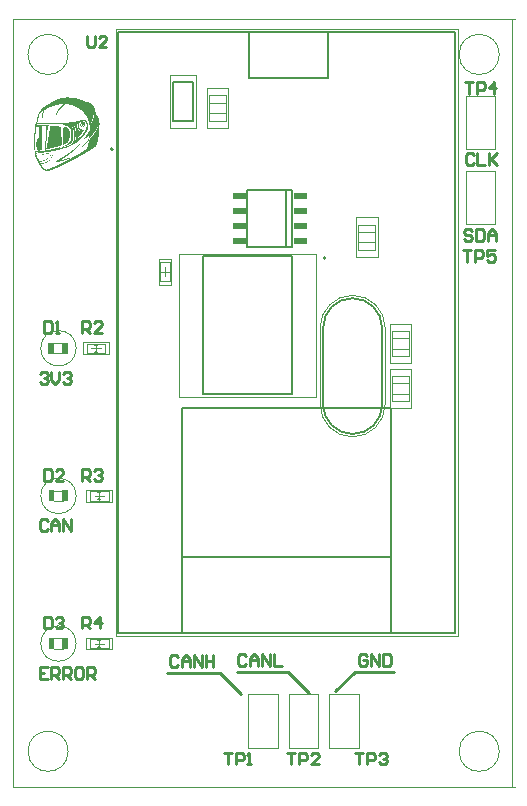
<source format=gto>
G04*
G04 #@! TF.GenerationSoftware,Altium Limited,Altium Designer,21.0.9 (235)*
G04*
G04 Layer_Color=65535*
%FSLAX25Y25*%
%MOIN*%
G70*
G04*
G04 #@! TF.SameCoordinates,A9A079C1-7CC1-46CE-92A7-F05A66FF1BB4*
G04*
G04*
G04 #@! TF.FilePolarity,Positive*
G04*
G01*
G75*
%ADD10C,0.00787*%
%ADD11C,0.01000*%
%ADD12C,0.00500*%
%ADD13C,0.00050*%
%ADD14C,0.00000*%
%ADD15C,0.00394*%
%ADD16C,0.00800*%
%ADD17C,0.00400*%
%ADD18C,0.00197*%
%ADD19C,0.00201*%
G36*
X18627Y-26162D02*
X18919D01*
Y-26174D01*
X19200D01*
Y-26186D01*
X19375D01*
Y-26197D01*
X19539D01*
Y-26209D01*
X19632D01*
Y-26221D01*
X19737D01*
Y-26232D01*
X19878D01*
Y-26244D01*
X19995D01*
Y-26256D01*
X20088D01*
Y-26267D01*
X20146D01*
Y-26279D01*
X20216D01*
Y-26291D01*
X20333D01*
Y-26303D01*
X20415D01*
Y-26314D01*
X20473D01*
Y-26326D01*
X20520D01*
Y-26338D01*
X20602D01*
Y-26349D01*
X20707D01*
Y-26361D01*
X20766D01*
Y-26373D01*
X20801D01*
Y-26384D01*
X20847D01*
Y-26396D01*
X20929D01*
Y-26408D01*
X21011D01*
Y-26419D01*
X21058D01*
Y-26431D01*
X21093D01*
Y-26443D01*
X21140D01*
Y-26454D01*
X21221D01*
Y-26466D01*
X21280D01*
Y-26478D01*
X21327D01*
Y-26489D01*
X21362D01*
Y-26501D01*
X21408D01*
Y-26513D01*
X21467D01*
Y-26525D01*
X21525D01*
Y-26536D01*
X21560D01*
Y-26548D01*
X21607D01*
Y-26560D01*
X21654D01*
Y-26571D01*
X21712D01*
Y-26583D01*
X21759D01*
Y-26595D01*
X21794D01*
Y-26606D01*
X21829D01*
Y-26618D01*
X21888D01*
Y-26630D01*
X21934D01*
Y-26641D01*
X21969D01*
Y-26653D01*
X22004D01*
Y-26665D01*
X22051D01*
Y-26676D01*
X22086D01*
Y-26688D01*
X22133D01*
Y-26700D01*
X22168D01*
Y-26711D01*
X22203D01*
Y-26723D01*
X22250D01*
Y-26735D01*
X22296D01*
Y-26747D01*
X22332D01*
Y-26758D01*
X22366D01*
Y-26770D01*
X22402D01*
Y-26782D01*
X22437D01*
Y-26793D01*
X22472D01*
Y-26805D01*
X22519D01*
Y-26817D01*
X22554D01*
Y-26828D01*
X22589D01*
Y-26840D01*
X22612D01*
Y-26852D01*
X22647D01*
Y-26864D01*
X22694D01*
Y-26875D01*
X22717D01*
Y-26887D01*
X22740D01*
Y-26899D01*
X22775D01*
Y-26910D01*
X22811D01*
Y-26922D01*
X22846D01*
Y-26934D01*
X22881D01*
Y-26945D01*
X22904D01*
Y-26957D01*
X22927D01*
Y-26969D01*
X22974D01*
Y-26980D01*
X23009D01*
Y-26992D01*
X23021D01*
Y-27004D01*
X23044D01*
Y-27015D01*
X23079D01*
Y-27027D01*
X23114D01*
Y-27039D01*
X23149D01*
Y-27050D01*
X23161D01*
Y-27062D01*
X23196D01*
Y-27074D01*
X23231D01*
Y-27086D01*
X23255D01*
Y-27097D01*
X23278D01*
Y-27109D01*
X23301D01*
Y-27121D01*
X23325D01*
Y-27132D01*
X23360D01*
Y-27144D01*
X23383D01*
Y-27156D01*
X23406D01*
Y-27167D01*
X23430D01*
Y-27179D01*
X23453D01*
Y-27191D01*
X23488D01*
Y-27202D01*
X23512D01*
Y-27214D01*
X23523D01*
Y-27226D01*
X23547D01*
Y-27237D01*
X23582D01*
Y-27249D01*
X23605D01*
Y-27261D01*
X23629D01*
Y-27272D01*
X23640D01*
Y-27284D01*
X23664D01*
Y-27296D01*
X23699D01*
Y-27308D01*
X23722D01*
Y-27319D01*
X23745D01*
Y-27331D01*
X23769D01*
Y-27343D01*
X23792D01*
Y-27354D01*
X23816D01*
Y-27366D01*
X23839D01*
Y-27378D01*
X23851D01*
Y-27389D01*
X23874D01*
Y-27401D01*
X23897D01*
Y-27413D01*
X23921D01*
Y-27424D01*
X23944D01*
Y-27436D01*
X23967D01*
Y-27448D01*
X23991D01*
Y-27459D01*
X24014D01*
Y-27471D01*
X24037D01*
Y-27483D01*
X24061D01*
Y-27494D01*
X24073D01*
Y-27506D01*
X24096D01*
Y-27518D01*
X24119D01*
Y-27529D01*
X24143D01*
Y-27541D01*
X24166D01*
Y-27553D01*
X24189D01*
Y-27565D01*
X24225D01*
Y-27576D01*
X24248D01*
Y-27588D01*
X24271D01*
Y-27600D01*
X24306D01*
Y-27611D01*
X24341D01*
Y-27623D01*
X24376D01*
Y-27635D01*
X24411D01*
Y-27646D01*
X24470D01*
Y-27658D01*
X24528D01*
Y-27670D01*
X24587D01*
Y-27681D01*
X24657D01*
Y-27693D01*
X24750D01*
Y-27705D01*
X24844D01*
Y-27716D01*
X24902D01*
Y-27728D01*
X24949D01*
Y-27740D01*
X25007D01*
Y-27751D01*
X25078D01*
Y-27763D01*
X25136D01*
Y-27775D01*
X25171D01*
Y-27787D01*
X25206D01*
Y-27798D01*
X25253D01*
Y-27810D01*
X25311D01*
Y-27822D01*
X25346D01*
Y-27833D01*
X25381D01*
Y-27845D01*
X25405D01*
Y-27857D01*
X25451D01*
Y-27868D01*
X25498D01*
Y-27880D01*
X25521D01*
Y-27892D01*
X25545D01*
Y-27903D01*
X25568D01*
Y-27915D01*
X25603D01*
Y-27927D01*
X25638D01*
Y-27939D01*
X25662D01*
Y-27950D01*
X25685D01*
Y-27962D01*
X25708D01*
Y-27973D01*
X25743D01*
Y-27985D01*
X25779D01*
Y-27997D01*
X25790D01*
Y-28009D01*
X25814D01*
Y-28020D01*
X25837D01*
Y-28032D01*
X25872D01*
Y-28044D01*
X25896D01*
Y-28055D01*
X25919D01*
Y-28067D01*
X25931D01*
Y-28079D01*
X25966D01*
Y-28090D01*
X25989D01*
Y-28102D01*
X26012D01*
Y-28114D01*
X26024D01*
Y-28126D01*
X26047D01*
Y-28137D01*
X26082D01*
Y-28149D01*
X26094D01*
Y-28161D01*
X26118D01*
Y-28172D01*
X26141D01*
Y-28184D01*
X26153D01*
Y-28196D01*
X26176D01*
Y-28207D01*
X26199D01*
Y-28219D01*
X26223D01*
Y-28231D01*
X26234D01*
Y-28242D01*
X26258D01*
Y-28254D01*
X26281D01*
Y-28266D01*
X26293D01*
Y-28277D01*
X26316D01*
Y-28289D01*
X26328D01*
Y-28301D01*
X26351D01*
Y-28312D01*
X26363D01*
Y-28324D01*
X26386D01*
Y-28336D01*
X26398D01*
Y-28348D01*
X26421D01*
Y-28359D01*
X26433D01*
Y-28371D01*
X26445D01*
Y-28383D01*
X26468D01*
Y-28394D01*
X26480D01*
Y-28406D01*
X26491D01*
Y-28418D01*
X26503D01*
Y-28429D01*
X26526D01*
Y-28441D01*
X26538D01*
Y-28453D01*
X26550D01*
Y-28464D01*
X26561D01*
Y-28476D01*
X26573D01*
Y-28488D01*
X26597D01*
Y-28499D01*
X26608D01*
Y-28511D01*
X26620D01*
Y-28523D01*
X26632D01*
Y-28534D01*
X26643D01*
Y-28546D01*
X26655D01*
Y-28558D01*
X26667D01*
Y-28569D01*
X26678D01*
Y-28581D01*
X26690D01*
Y-28593D01*
X26702D01*
Y-28605D01*
X26713D01*
Y-28616D01*
X26725D01*
Y-28628D01*
X26737D01*
Y-28640D01*
X26748D01*
Y-28651D01*
X26760D01*
Y-28663D01*
X26772D01*
Y-28675D01*
Y-28686D01*
X26783D01*
Y-28698D01*
X26795D01*
Y-28710D01*
X26807D01*
Y-28721D01*
X26819D01*
Y-28733D01*
X26830D01*
Y-28745D01*
X26842D01*
Y-28756D01*
Y-28768D01*
X26854D01*
Y-28780D01*
X26865D01*
Y-28791D01*
X26877D01*
Y-28803D01*
Y-28815D01*
X26889D01*
Y-28827D01*
X26900D01*
Y-28838D01*
Y-28850D01*
X26912D01*
Y-28862D01*
X26924D01*
Y-28873D01*
X26935D01*
Y-28885D01*
Y-28897D01*
X26947D01*
Y-28908D01*
X26959D01*
Y-28920D01*
Y-28932D01*
X26970D01*
Y-28943D01*
X26982D01*
Y-28955D01*
Y-28967D01*
X26994D01*
Y-28978D01*
Y-28990D01*
X27005D01*
Y-29002D01*
Y-29013D01*
X27017D01*
Y-29025D01*
X27029D01*
Y-29037D01*
Y-29049D01*
X27041D01*
Y-29060D01*
X27052D01*
Y-29072D01*
Y-29084D01*
X27064D01*
Y-29095D01*
Y-29107D01*
Y-29119D01*
X27076D01*
Y-29130D01*
Y-29142D01*
X27087D01*
Y-29154D01*
X27099D01*
Y-29165D01*
Y-29177D01*
X27111D01*
Y-29189D01*
Y-29201D01*
Y-29212D01*
X27122D01*
Y-29224D01*
Y-29236D01*
X27134D01*
Y-29247D01*
Y-29259D01*
X27146D01*
Y-29271D01*
X27158D01*
Y-29282D01*
Y-29294D01*
Y-29306D01*
X27169D01*
Y-29317D01*
Y-29329D01*
X27181D01*
Y-29341D01*
Y-29352D01*
Y-29364D01*
X27193D01*
Y-29376D01*
Y-29388D01*
X27204D01*
Y-29399D01*
Y-29411D01*
X27216D01*
Y-29423D01*
Y-29434D01*
Y-29446D01*
X27228D01*
Y-29458D01*
Y-29469D01*
Y-29481D01*
X27239D01*
Y-29493D01*
Y-29504D01*
Y-29516D01*
X27251D01*
Y-29528D01*
Y-29539D01*
X27263D01*
Y-29551D01*
Y-29563D01*
X27274D01*
Y-29574D01*
Y-29586D01*
Y-29598D01*
X27286D01*
Y-29610D01*
Y-29621D01*
Y-29633D01*
X27298D01*
Y-29645D01*
Y-29656D01*
Y-29668D01*
X27309D01*
Y-29680D01*
Y-29691D01*
Y-29703D01*
X27321D01*
Y-29715D01*
Y-29726D01*
X27333D01*
Y-29738D01*
Y-29750D01*
Y-29761D01*
Y-29773D01*
X27344D01*
Y-29785D01*
Y-29796D01*
Y-29808D01*
Y-29820D01*
X27356D01*
Y-29831D01*
Y-29843D01*
X27368D01*
Y-29855D01*
Y-29866D01*
Y-29878D01*
X27380D01*
Y-29890D01*
Y-29902D01*
Y-29913D01*
X27391D01*
Y-29925D01*
Y-29937D01*
Y-29948D01*
Y-29960D01*
X27403D01*
Y-29972D01*
Y-29983D01*
Y-29995D01*
Y-30007D01*
X27415D01*
Y-30018D01*
Y-30030D01*
Y-30042D01*
X27426D01*
Y-30053D01*
Y-30065D01*
Y-30077D01*
X27438D01*
Y-30089D01*
Y-30100D01*
Y-30112D01*
Y-30124D01*
X27450D01*
Y-30135D01*
Y-30147D01*
Y-30159D01*
Y-30170D01*
X27461D01*
Y-30182D01*
Y-30194D01*
Y-30205D01*
Y-30217D01*
X27473D01*
Y-30229D01*
Y-30240D01*
Y-30252D01*
Y-30264D01*
X27485D01*
Y-30275D01*
Y-30287D01*
Y-30299D01*
X27496D01*
Y-30311D01*
Y-30322D01*
Y-30334D01*
Y-30346D01*
X27508D01*
Y-30357D01*
Y-30369D01*
Y-30381D01*
Y-30392D01*
Y-30404D01*
X27520D01*
Y-30416D01*
Y-30427D01*
Y-30439D01*
Y-30451D01*
X27531D01*
Y-30463D01*
Y-30474D01*
Y-30486D01*
Y-30498D01*
Y-30509D01*
X27543D01*
Y-30521D01*
Y-30533D01*
Y-30544D01*
Y-30556D01*
X27555D01*
Y-30568D01*
Y-30579D01*
Y-30591D01*
Y-30603D01*
X27566D01*
Y-30614D01*
Y-30626D01*
Y-30638D01*
Y-30650D01*
Y-30661D01*
X27578D01*
Y-30673D01*
Y-30685D01*
Y-30696D01*
Y-30708D01*
Y-30720D01*
Y-30731D01*
X27590D01*
Y-30743D01*
Y-30755D01*
Y-30766D01*
Y-30778D01*
Y-30790D01*
X27602D01*
Y-30801D01*
Y-30813D01*
Y-30825D01*
Y-30836D01*
Y-30848D01*
X27613D01*
Y-30860D01*
Y-30871D01*
Y-30883D01*
Y-30895D01*
Y-30907D01*
X27625D01*
Y-30918D01*
Y-30930D01*
Y-30942D01*
Y-30953D01*
Y-30965D01*
Y-30977D01*
Y-30988D01*
Y-31000D01*
X27637D01*
Y-31012D01*
Y-31023D01*
Y-31035D01*
Y-31047D01*
Y-31058D01*
Y-31070D01*
X27648D01*
Y-31082D01*
Y-31093D01*
Y-31105D01*
Y-31117D01*
X27660D01*
Y-31128D01*
Y-31140D01*
Y-31152D01*
Y-31164D01*
Y-31175D01*
X27672D01*
Y-31187D01*
Y-31199D01*
Y-31210D01*
Y-31222D01*
Y-31234D01*
Y-31245D01*
X27683D01*
Y-31257D01*
Y-31269D01*
Y-31280D01*
Y-31292D01*
Y-31304D01*
X27695D01*
Y-31315D01*
Y-31327D01*
Y-31339D01*
Y-31350D01*
X27707D01*
Y-31362D01*
Y-31374D01*
Y-31386D01*
X27718D01*
Y-31397D01*
Y-31409D01*
X27730D01*
Y-31421D01*
Y-31432D01*
Y-31444D01*
X27742D01*
Y-31456D01*
Y-31467D01*
Y-31479D01*
X27753D01*
Y-31491D01*
Y-31503D01*
X27765D01*
Y-31514D01*
Y-31526D01*
X27777D01*
Y-31538D01*
Y-31549D01*
X27788D01*
Y-31561D01*
Y-31573D01*
X27800D01*
Y-31584D01*
Y-31596D01*
X27812D01*
Y-31608D01*
Y-31619D01*
X27823D01*
Y-31631D01*
X27835D01*
Y-31643D01*
Y-31654D01*
X27847D01*
Y-31666D01*
Y-31678D01*
X27859D01*
Y-31689D01*
Y-31701D01*
X27870D01*
Y-31713D01*
X27882D01*
Y-31725D01*
X27894D01*
Y-31736D01*
Y-31748D01*
X27905D01*
Y-31760D01*
Y-31771D01*
X27917D01*
Y-31783D01*
Y-31795D01*
X27929D01*
Y-31806D01*
X27940D01*
Y-31818D01*
X27952D01*
Y-31830D01*
Y-31841D01*
X27964D01*
Y-31853D01*
Y-31865D01*
Y-31876D01*
X27975D01*
Y-31888D01*
X27987D01*
Y-31900D01*
X27999D01*
Y-31911D01*
Y-31923D01*
X28010D01*
Y-31935D01*
Y-31947D01*
X28022D01*
Y-31958D01*
Y-31970D01*
X28034D01*
Y-31982D01*
Y-31993D01*
X28045D01*
Y-32005D01*
X28057D01*
Y-32017D01*
Y-32028D01*
X28069D01*
Y-32040D01*
Y-32052D01*
X28081D01*
Y-32063D01*
Y-32075D01*
X28092D01*
Y-32087D01*
Y-32098D01*
X28104D01*
Y-32110D01*
X28116D01*
Y-32122D01*
Y-32133D01*
Y-32145D01*
X28127D01*
Y-32157D01*
Y-32168D01*
X28139D01*
Y-32180D01*
X28151D01*
Y-32192D01*
Y-32204D01*
X28162D01*
Y-32215D01*
Y-32227D01*
X28174D01*
Y-32239D01*
Y-32250D01*
X28186D01*
Y-32262D01*
Y-32274D01*
X28197D01*
Y-32285D01*
Y-32297D01*
X28209D01*
Y-32309D01*
X28221D01*
Y-32320D01*
Y-32332D01*
Y-32344D01*
X28232D01*
Y-32355D01*
Y-32367D01*
X28244D01*
Y-32379D01*
Y-32390D01*
X28256D01*
Y-32402D01*
Y-32414D01*
X28267D01*
Y-32426D01*
X28279D01*
Y-32437D01*
Y-32449D01*
X28291D01*
Y-32461D01*
Y-32472D01*
Y-32484D01*
X28303D01*
Y-32496D01*
Y-32507D01*
X28314D01*
Y-32519D01*
X28326D01*
Y-32531D01*
Y-32542D01*
X28338D01*
Y-32554D01*
Y-32566D01*
X28349D01*
Y-32577D01*
Y-32589D01*
X28361D01*
Y-32601D01*
Y-32612D01*
Y-32624D01*
X28373D01*
Y-32636D01*
X28384D01*
Y-32648D01*
Y-32659D01*
X28396D01*
Y-32671D01*
Y-32683D01*
X28408D01*
Y-32694D01*
Y-32706D01*
Y-32718D01*
X28420D01*
Y-32729D01*
Y-32741D01*
X28431D01*
Y-32753D01*
Y-32765D01*
X28443D01*
Y-32776D01*
X28455D01*
Y-32788D01*
Y-32800D01*
Y-32811D01*
X28466D01*
Y-32823D01*
Y-32835D01*
X28478D01*
Y-32846D01*
Y-32858D01*
X28490D01*
Y-32870D01*
X28501D01*
Y-32881D01*
Y-32893D01*
X28513D01*
Y-32905D01*
Y-32916D01*
X28525D01*
Y-32928D01*
Y-32940D01*
Y-32951D01*
X28536D01*
Y-32963D01*
Y-32975D01*
X28548D01*
Y-32987D01*
X28560D01*
Y-32998D01*
Y-33010D01*
X28571D01*
Y-33022D01*
Y-33033D01*
Y-33045D01*
X28583D01*
Y-33057D01*
Y-33068D01*
X28595D01*
Y-33080D01*
Y-33092D01*
X28606D01*
Y-33103D01*
Y-33115D01*
X28618D01*
Y-33127D01*
Y-33138D01*
X28630D01*
Y-33150D01*
Y-33162D01*
Y-33173D01*
X28642D01*
Y-33185D01*
Y-33197D01*
X28653D01*
Y-33209D01*
X28665D01*
Y-33220D01*
Y-33232D01*
X28677D01*
Y-33244D01*
Y-33255D01*
Y-33267D01*
X28688D01*
Y-33279D01*
Y-33290D01*
Y-33302D01*
X28700D01*
Y-33314D01*
Y-33325D01*
X28712D01*
Y-33337D01*
X28723D01*
Y-33349D01*
Y-33360D01*
X28735D01*
Y-33372D01*
Y-33384D01*
Y-33395D01*
X28747D01*
Y-33407D01*
Y-33419D01*
Y-33430D01*
X28758D01*
Y-33442D01*
Y-33454D01*
X28770D01*
Y-33466D01*
X28782D01*
Y-33477D01*
Y-33489D01*
X28793D01*
Y-33501D01*
Y-33512D01*
Y-33524D01*
Y-33536D01*
X28805D01*
Y-33547D01*
Y-33559D01*
Y-33571D01*
X28817D01*
Y-33582D01*
Y-33594D01*
X28828D01*
Y-33606D01*
Y-33617D01*
X28840D01*
Y-33629D01*
Y-33641D01*
Y-33652D01*
X28852D01*
Y-33664D01*
Y-33676D01*
Y-33688D01*
Y-33699D01*
X28863D01*
Y-33711D01*
Y-33723D01*
Y-33734D01*
Y-33746D01*
X28875D01*
Y-33758D01*
Y-33769D01*
Y-33781D01*
Y-33793D01*
X28887D01*
Y-33804D01*
Y-33816D01*
Y-33828D01*
Y-33839D01*
Y-33851D01*
X28899D01*
Y-33863D01*
Y-33874D01*
Y-33886D01*
Y-33898D01*
Y-33910D01*
Y-33921D01*
Y-33933D01*
X28910D01*
Y-33945D01*
Y-33956D01*
Y-33968D01*
Y-33980D01*
Y-33991D01*
Y-34003D01*
Y-34015D01*
Y-34027D01*
Y-34038D01*
Y-34050D01*
Y-34062D01*
Y-34073D01*
X28922D01*
Y-34085D01*
Y-34097D01*
Y-34108D01*
Y-34120D01*
Y-34132D01*
Y-34143D01*
Y-34155D01*
Y-34167D01*
Y-34178D01*
Y-34190D01*
X28934D01*
Y-34202D01*
Y-34213D01*
Y-34225D01*
Y-34237D01*
Y-34249D01*
Y-34260D01*
Y-34272D01*
Y-34284D01*
Y-34295D01*
Y-34307D01*
Y-34319D01*
Y-34330D01*
Y-34342D01*
X28945D01*
Y-34354D01*
Y-34365D01*
Y-34377D01*
Y-34389D01*
Y-34400D01*
Y-34412D01*
Y-34424D01*
Y-34435D01*
Y-34447D01*
Y-34459D01*
Y-34470D01*
Y-34482D01*
Y-34494D01*
Y-34506D01*
Y-34517D01*
Y-34529D01*
Y-34541D01*
Y-34552D01*
Y-34564D01*
Y-34576D01*
Y-34587D01*
Y-34599D01*
Y-34611D01*
Y-34622D01*
Y-34634D01*
Y-34646D01*
Y-34657D01*
Y-34669D01*
Y-34681D01*
Y-34692D01*
Y-34704D01*
Y-34716D01*
Y-34728D01*
Y-34739D01*
Y-34751D01*
Y-34763D01*
Y-34774D01*
Y-34786D01*
Y-34798D01*
X28957D01*
Y-34809D01*
Y-34821D01*
Y-34833D01*
Y-34844D01*
Y-34856D01*
Y-34868D01*
Y-34879D01*
Y-34891D01*
Y-34903D01*
Y-34914D01*
Y-34926D01*
Y-34938D01*
Y-34950D01*
Y-34961D01*
Y-34973D01*
Y-34985D01*
Y-34996D01*
Y-35008D01*
Y-35020D01*
Y-35031D01*
Y-35043D01*
Y-35055D01*
Y-35066D01*
Y-35078D01*
Y-35090D01*
Y-35102D01*
Y-35113D01*
Y-35125D01*
Y-35137D01*
Y-35148D01*
Y-35160D01*
Y-35172D01*
Y-35183D01*
Y-35195D01*
Y-35207D01*
Y-35218D01*
Y-35230D01*
Y-35242D01*
Y-35253D01*
X28945D01*
Y-35265D01*
Y-35277D01*
X28957D01*
Y-35289D01*
Y-35300D01*
X28945D01*
Y-35312D01*
Y-35324D01*
Y-35335D01*
Y-35347D01*
Y-35359D01*
Y-35370D01*
Y-35382D01*
Y-35394D01*
Y-35405D01*
Y-35417D01*
Y-35429D01*
Y-35440D01*
Y-35452D01*
Y-35464D01*
Y-35475D01*
Y-35487D01*
Y-35499D01*
Y-35511D01*
Y-35522D01*
Y-35534D01*
Y-35546D01*
Y-35557D01*
Y-35569D01*
Y-35581D01*
Y-35592D01*
Y-35604D01*
Y-35616D01*
Y-35627D01*
Y-35639D01*
Y-35651D01*
Y-35662D01*
Y-35674D01*
Y-35686D01*
Y-35697D01*
Y-35709D01*
Y-35721D01*
X28934D01*
Y-35732D01*
Y-35744D01*
Y-35756D01*
Y-35767D01*
Y-35779D01*
Y-35791D01*
Y-35803D01*
Y-35814D01*
Y-35826D01*
Y-35838D01*
Y-35849D01*
Y-35861D01*
Y-35873D01*
Y-35884D01*
Y-35896D01*
Y-35908D01*
Y-35919D01*
X28922D01*
Y-35931D01*
Y-35943D01*
Y-35954D01*
Y-35966D01*
Y-35978D01*
Y-35990D01*
Y-36001D01*
Y-36013D01*
Y-36025D01*
Y-36036D01*
Y-36048D01*
Y-36060D01*
Y-36071D01*
Y-36083D01*
Y-36095D01*
Y-36106D01*
Y-36118D01*
Y-36130D01*
Y-36141D01*
Y-36153D01*
Y-36165D01*
Y-36176D01*
X28910D01*
Y-36188D01*
Y-36200D01*
Y-36212D01*
Y-36223D01*
Y-36235D01*
Y-36247D01*
Y-36258D01*
Y-36270D01*
Y-36282D01*
Y-36293D01*
Y-36305D01*
Y-36317D01*
Y-36328D01*
Y-36340D01*
Y-36352D01*
Y-36364D01*
Y-36375D01*
Y-36387D01*
Y-36399D01*
Y-36410D01*
Y-36422D01*
X28899D01*
Y-36434D01*
Y-36445D01*
Y-36457D01*
Y-36469D01*
Y-36480D01*
Y-36492D01*
Y-36504D01*
Y-36515D01*
Y-36527D01*
Y-36539D01*
Y-36551D01*
Y-36562D01*
Y-36574D01*
Y-36586D01*
Y-36597D01*
Y-36609D01*
Y-36621D01*
Y-36632D01*
Y-36644D01*
X28887D01*
Y-36656D01*
Y-36667D01*
Y-36679D01*
Y-36691D01*
Y-36702D01*
Y-36714D01*
Y-36726D01*
Y-36737D01*
Y-36749D01*
Y-36761D01*
Y-36773D01*
X28875D01*
Y-36784D01*
Y-36796D01*
Y-36808D01*
Y-36819D01*
Y-36831D01*
Y-36843D01*
Y-36854D01*
Y-36866D01*
Y-36878D01*
Y-36889D01*
X28863D01*
Y-36901D01*
Y-36913D01*
Y-36924D01*
Y-36936D01*
Y-36948D01*
Y-36959D01*
Y-36971D01*
Y-36983D01*
Y-36994D01*
Y-37006D01*
Y-37018D01*
Y-37029D01*
Y-37041D01*
Y-37053D01*
Y-37065D01*
X28852D01*
Y-37076D01*
Y-37088D01*
Y-37100D01*
Y-37111D01*
Y-37123D01*
Y-37135D01*
Y-37146D01*
Y-37158D01*
Y-37170D01*
Y-37181D01*
Y-37193D01*
Y-37205D01*
Y-37216D01*
Y-37228D01*
Y-37240D01*
X28840D01*
Y-37252D01*
Y-37263D01*
Y-37275D01*
Y-37287D01*
Y-37298D01*
Y-37310D01*
Y-37322D01*
Y-37333D01*
Y-37345D01*
Y-37357D01*
Y-37368D01*
Y-37380D01*
X28828D01*
Y-37392D01*
Y-37404D01*
Y-37415D01*
Y-37427D01*
Y-37438D01*
Y-37450D01*
Y-37462D01*
X28817D01*
Y-37474D01*
Y-37485D01*
Y-37497D01*
Y-37509D01*
Y-37520D01*
Y-37532D01*
Y-37544D01*
Y-37555D01*
X28805D01*
Y-37567D01*
Y-37579D01*
Y-37590D01*
Y-37602D01*
Y-37614D01*
Y-37626D01*
Y-37637D01*
Y-37649D01*
Y-37661D01*
Y-37672D01*
Y-37684D01*
Y-37696D01*
X28793D01*
Y-37707D01*
Y-37719D01*
Y-37731D01*
Y-37742D01*
Y-37754D01*
Y-37766D01*
Y-37777D01*
Y-37789D01*
Y-37801D01*
Y-37813D01*
Y-37824D01*
Y-37836D01*
Y-37848D01*
X28782D01*
Y-37859D01*
Y-37871D01*
Y-37883D01*
Y-37894D01*
Y-37906D01*
Y-37918D01*
Y-37929D01*
Y-37941D01*
Y-37953D01*
X28770D01*
Y-37964D01*
Y-37976D01*
Y-37988D01*
Y-37999D01*
Y-38011D01*
X28758D01*
Y-38023D01*
Y-38034D01*
Y-38046D01*
Y-38058D01*
Y-38069D01*
Y-38081D01*
Y-38093D01*
Y-38105D01*
Y-38116D01*
X28747D01*
Y-38128D01*
Y-38140D01*
Y-38151D01*
Y-38163D01*
Y-38175D01*
Y-38186D01*
Y-38198D01*
Y-38210D01*
Y-38221D01*
Y-38233D01*
Y-38245D01*
X28735D01*
Y-38256D01*
Y-38268D01*
Y-38280D01*
Y-38291D01*
Y-38303D01*
Y-38315D01*
Y-38327D01*
Y-38338D01*
Y-38350D01*
Y-38362D01*
X28723D01*
Y-38373D01*
Y-38385D01*
Y-38397D01*
Y-38408D01*
Y-38420D01*
Y-38432D01*
Y-38443D01*
X28712D01*
Y-38455D01*
Y-38467D01*
Y-38478D01*
Y-38490D01*
Y-38502D01*
Y-38514D01*
X28700D01*
Y-38525D01*
Y-38537D01*
Y-38549D01*
Y-38560D01*
Y-38572D01*
Y-38584D01*
Y-38595D01*
Y-38607D01*
Y-38619D01*
X28688D01*
Y-38630D01*
Y-38642D01*
Y-38654D01*
Y-38666D01*
Y-38677D01*
Y-38689D01*
Y-38701D01*
Y-38712D01*
Y-38724D01*
Y-38736D01*
X28677D01*
Y-38747D01*
Y-38759D01*
Y-38771D01*
Y-38782D01*
Y-38794D01*
Y-38806D01*
Y-38817D01*
Y-38829D01*
Y-38841D01*
X28665D01*
Y-38852D01*
Y-38864D01*
Y-38876D01*
Y-38888D01*
Y-38899D01*
X28653D01*
Y-38911D01*
Y-38923D01*
Y-38934D01*
Y-38946D01*
Y-38958D01*
X28642D01*
Y-38969D01*
Y-38981D01*
Y-38993D01*
Y-39004D01*
Y-39016D01*
Y-39028D01*
Y-39039D01*
Y-39051D01*
X28630D01*
Y-39063D01*
Y-39075D01*
Y-39086D01*
Y-39098D01*
Y-39110D01*
Y-39121D01*
Y-39133D01*
Y-39145D01*
Y-39156D01*
Y-39168D01*
X28618D01*
Y-39180D01*
Y-39191D01*
Y-39203D01*
Y-39215D01*
Y-39226D01*
Y-39238D01*
Y-39250D01*
X28606D01*
Y-39261D01*
Y-39273D01*
Y-39285D01*
Y-39296D01*
Y-39308D01*
X28595D01*
Y-39320D01*
Y-39331D01*
Y-39343D01*
Y-39355D01*
Y-39367D01*
X28583D01*
Y-39378D01*
Y-39390D01*
Y-39402D01*
Y-39413D01*
Y-39425D01*
Y-39437D01*
Y-39448D01*
Y-39460D01*
X28571D01*
Y-39472D01*
Y-39483D01*
Y-39495D01*
Y-39507D01*
Y-39518D01*
Y-39530D01*
Y-39542D01*
Y-39553D01*
X28560D01*
Y-39565D01*
Y-39577D01*
Y-39589D01*
Y-39600D01*
Y-39612D01*
Y-39624D01*
X28548D01*
Y-39635D01*
Y-39647D01*
Y-39659D01*
Y-39670D01*
Y-39682D01*
X28536D01*
Y-39694D01*
Y-39705D01*
Y-39717D01*
Y-39729D01*
Y-39740D01*
Y-39752D01*
X28525D01*
Y-39764D01*
Y-39776D01*
Y-39787D01*
Y-39799D01*
Y-39811D01*
Y-39822D01*
Y-39834D01*
X28513D01*
Y-39846D01*
Y-39857D01*
Y-39869D01*
Y-39881D01*
Y-39892D01*
Y-39904D01*
Y-39916D01*
X28501D01*
Y-39928D01*
Y-39939D01*
Y-39951D01*
Y-39963D01*
X28490D01*
Y-39974D01*
Y-39986D01*
Y-39998D01*
Y-40009D01*
Y-40021D01*
X28478D01*
Y-40033D01*
Y-40044D01*
Y-40056D01*
Y-40068D01*
Y-40079D01*
Y-40091D01*
X28466D01*
Y-40103D01*
Y-40114D01*
Y-40126D01*
Y-40138D01*
Y-40150D01*
Y-40161D01*
Y-40173D01*
X28455D01*
Y-40185D01*
Y-40196D01*
Y-40208D01*
Y-40220D01*
Y-40231D01*
X28443D01*
Y-40243D01*
Y-40255D01*
Y-40266D01*
Y-40278D01*
Y-40290D01*
X28431D01*
Y-40301D01*
Y-40313D01*
Y-40325D01*
Y-40336D01*
X28420D01*
Y-40348D01*
Y-40360D01*
Y-40372D01*
Y-40383D01*
Y-40395D01*
Y-40407D01*
X28408D01*
Y-40418D01*
Y-40430D01*
Y-40442D01*
Y-40453D01*
Y-40465D01*
Y-40477D01*
X28396D01*
Y-40488D01*
Y-40500D01*
Y-40512D01*
Y-40523D01*
Y-40535D01*
X28384D01*
Y-40547D01*
Y-40558D01*
Y-40570D01*
Y-40582D01*
X28373D01*
Y-40593D01*
Y-40605D01*
Y-40617D01*
Y-40629D01*
X28361D01*
Y-40640D01*
Y-40652D01*
Y-40664D01*
Y-40675D01*
Y-40687D01*
X28349D01*
Y-40699D01*
Y-40710D01*
Y-40722D01*
Y-40734D01*
Y-40745D01*
X28338D01*
Y-40757D01*
Y-40769D01*
Y-40780D01*
Y-40792D01*
X28326D01*
Y-40804D01*
Y-40815D01*
Y-40827D01*
Y-40839D01*
X28314D01*
Y-40851D01*
Y-40862D01*
Y-40874D01*
Y-40886D01*
Y-40897D01*
X28303D01*
Y-40909D01*
Y-40921D01*
Y-40932D01*
Y-40944D01*
X28291D01*
Y-40956D01*
Y-40967D01*
Y-40979D01*
Y-40991D01*
Y-41003D01*
Y-41014D01*
X28279D01*
Y-41026D01*
Y-41037D01*
Y-41049D01*
X28267D01*
Y-41061D01*
Y-41073D01*
Y-41084D01*
Y-41096D01*
X28256D01*
Y-41108D01*
Y-41119D01*
Y-41131D01*
Y-41143D01*
X28244D01*
Y-41154D01*
Y-41166D01*
Y-41178D01*
X28232D01*
Y-41190D01*
Y-41201D01*
Y-41213D01*
Y-41225D01*
Y-41236D01*
X28221D01*
Y-41248D01*
Y-41260D01*
Y-41271D01*
X28209D01*
Y-41283D01*
Y-41295D01*
Y-41306D01*
Y-41318D01*
X28197D01*
Y-41330D01*
Y-41341D01*
Y-41353D01*
X28186D01*
Y-41365D01*
Y-41376D01*
Y-41388D01*
Y-41400D01*
X28174D01*
Y-41412D01*
Y-41423D01*
Y-41435D01*
X28162D01*
Y-41447D01*
Y-41458D01*
Y-41470D01*
Y-41482D01*
X28151D01*
Y-41493D01*
Y-41505D01*
X28139D01*
Y-41517D01*
Y-41528D01*
Y-41540D01*
X28127D01*
Y-41552D01*
Y-41563D01*
Y-41575D01*
Y-41587D01*
X28116D01*
Y-41598D01*
Y-41610D01*
Y-41622D01*
X28104D01*
Y-41633D01*
Y-41645D01*
Y-41657D01*
X28092D01*
Y-41668D01*
Y-41680D01*
X28081D01*
Y-41692D01*
Y-41704D01*
Y-41715D01*
X28069D01*
Y-41727D01*
Y-41739D01*
Y-41750D01*
Y-41762D01*
X28057D01*
Y-41774D01*
Y-41785D01*
X28045D01*
Y-41797D01*
Y-41809D01*
Y-41820D01*
X28034D01*
Y-41832D01*
Y-41844D01*
X28022D01*
Y-41855D01*
Y-41867D01*
Y-41879D01*
X28010D01*
Y-41891D01*
Y-41902D01*
Y-41914D01*
X27999D01*
Y-41926D01*
Y-41937D01*
X27987D01*
Y-41949D01*
Y-41961D01*
X27975D01*
Y-41972D01*
Y-41984D01*
X27964D01*
Y-41996D01*
Y-42007D01*
Y-42019D01*
X27952D01*
Y-42031D01*
Y-42042D01*
X27940D01*
Y-42054D01*
Y-42066D01*
X27929D01*
Y-42077D01*
Y-42089D01*
X27917D01*
Y-42101D01*
X27905D01*
Y-42113D01*
Y-42124D01*
Y-42136D01*
X27894D01*
Y-42148D01*
Y-42159D01*
X27882D01*
Y-42171D01*
Y-42183D01*
X27870D01*
Y-42194D01*
X27859D01*
Y-42206D01*
Y-42218D01*
X27847D01*
Y-42229D01*
Y-42241D01*
X27835D01*
Y-42253D01*
Y-42265D01*
X27823D01*
Y-42276D01*
X27812D01*
Y-42288D01*
Y-42300D01*
X27800D01*
Y-42311D01*
X27788D01*
Y-42323D01*
Y-42335D01*
X27777D01*
Y-42346D01*
Y-42358D01*
X27765D01*
Y-42370D01*
X27753D01*
Y-42381D01*
Y-42393D01*
X27742D01*
Y-42405D01*
X27730D01*
Y-42416D01*
Y-42428D01*
X27718D01*
Y-42440D01*
X27707D01*
Y-42452D01*
X27695D01*
Y-42463D01*
X27683D01*
Y-42475D01*
X27672D01*
Y-42487D01*
X27660D01*
Y-42498D01*
Y-42510D01*
X27648D01*
Y-42522D01*
X27637D01*
Y-42533D01*
X27625D01*
Y-42545D01*
X27613D01*
Y-42557D01*
X27590D01*
Y-42568D01*
X27578D01*
Y-42580D01*
X27566D01*
Y-42592D01*
X27555D01*
Y-42603D01*
X27543D01*
Y-42615D01*
X27520D01*
Y-42627D01*
X27508D01*
Y-42638D01*
X27496D01*
Y-42650D01*
X27485D01*
Y-42662D01*
X27461D01*
Y-42674D01*
X27450D01*
Y-42685D01*
X27426D01*
Y-42697D01*
X27415D01*
Y-42709D01*
X27403D01*
Y-42720D01*
X27380D01*
Y-42732D01*
X27368D01*
Y-42744D01*
X27356D01*
Y-42755D01*
X27344D01*
Y-42767D01*
X27321D01*
Y-42779D01*
X27298D01*
Y-42790D01*
X27286D01*
Y-42802D01*
X27274D01*
Y-42814D01*
X27251D01*
Y-42825D01*
X27239D01*
Y-42837D01*
X27216D01*
Y-42849D01*
X27204D01*
Y-42860D01*
X27193D01*
Y-42872D01*
X27169D01*
Y-42884D01*
X27158D01*
Y-42895D01*
X27134D01*
Y-42907D01*
X27122D01*
Y-42919D01*
X27099D01*
Y-42930D01*
X27087D01*
Y-42942D01*
X27064D01*
Y-42954D01*
X27052D01*
Y-42966D01*
X27029D01*
Y-42977D01*
X27017D01*
Y-42989D01*
X26994D01*
Y-43001D01*
X26982D01*
Y-43012D01*
X26959D01*
Y-43024D01*
X26947D01*
Y-43036D01*
X26924D01*
Y-43047D01*
X26912D01*
Y-43059D01*
X26889D01*
Y-43071D01*
X26877D01*
Y-43082D01*
X26854D01*
Y-43094D01*
X26842D01*
Y-43106D01*
X26819D01*
Y-43117D01*
X26807D01*
Y-43129D01*
X26783D01*
Y-43141D01*
X26772D01*
Y-43153D01*
X26748D01*
Y-43164D01*
X26737D01*
Y-43176D01*
X26713D01*
Y-43188D01*
X26702D01*
Y-43199D01*
X26678D01*
Y-43211D01*
X26667D01*
Y-43223D01*
X26643D01*
Y-43234D01*
X26632D01*
Y-43246D01*
X26608D01*
Y-43258D01*
X26597D01*
Y-43269D01*
X26585D01*
Y-43281D01*
X26561D01*
Y-43293D01*
X26538D01*
Y-43304D01*
X26526D01*
Y-43316D01*
X26503D01*
Y-43328D01*
X26491D01*
Y-43339D01*
X26468D01*
Y-43351D01*
X26445D01*
Y-43363D01*
X26433D01*
Y-43375D01*
X26421D01*
Y-43386D01*
X26398D01*
Y-43398D01*
X26375D01*
Y-43410D01*
X26363D01*
Y-43421D01*
X26351D01*
Y-43433D01*
X26328D01*
Y-43445D01*
X26316D01*
Y-43456D01*
X26293D01*
Y-43468D01*
X26269D01*
Y-43480D01*
X26258D01*
Y-43491D01*
X26246D01*
Y-43503D01*
X26223D01*
Y-43515D01*
X26199D01*
Y-43527D01*
X26188D01*
Y-43538D01*
X26176D01*
Y-43550D01*
X26153D01*
Y-43562D01*
X26129D01*
Y-43573D01*
X26118D01*
Y-43585D01*
X26094D01*
Y-43597D01*
X26082D01*
Y-43608D01*
X26059D01*
Y-43620D01*
X26036D01*
Y-43632D01*
X26024D01*
Y-43643D01*
X26001D01*
Y-43655D01*
X25989D01*
Y-43667D01*
X25966D01*
Y-43678D01*
X25942D01*
Y-43690D01*
X25931D01*
Y-43702D01*
X25907D01*
Y-43714D01*
X25896D01*
Y-43725D01*
X25872D01*
Y-43737D01*
X25849D01*
Y-43749D01*
X25837D01*
Y-43760D01*
X25814D01*
Y-43772D01*
X25802D01*
Y-43784D01*
X25779D01*
Y-43795D01*
X25755D01*
Y-43807D01*
X25743D01*
Y-43819D01*
X25720D01*
Y-43830D01*
X25708D01*
Y-43842D01*
X25685D01*
Y-43854D01*
X25662D01*
Y-43865D01*
X25638D01*
Y-43877D01*
X25627D01*
Y-43889D01*
X25603D01*
Y-43900D01*
X25592D01*
Y-43912D01*
X25568D01*
Y-43924D01*
X25545D01*
Y-43935D01*
X25533D01*
Y-43947D01*
X25510D01*
Y-43959D01*
X25498D01*
Y-43971D01*
X25475D01*
Y-43982D01*
X25451D01*
Y-43994D01*
X25440D01*
Y-44006D01*
X25416D01*
Y-44017D01*
X25393D01*
Y-44029D01*
X25370D01*
Y-44041D01*
X25358D01*
Y-44052D01*
X25346D01*
Y-44064D01*
X25323D01*
Y-44076D01*
X25300D01*
Y-44087D01*
X25276D01*
Y-44099D01*
X25264D01*
Y-44111D01*
X25253D01*
Y-44122D01*
X25229D01*
Y-44134D01*
X25206D01*
Y-44146D01*
X25194D01*
Y-44157D01*
X25171D01*
Y-44169D01*
X25159D01*
Y-44181D01*
X25136D01*
Y-44192D01*
X25113D01*
Y-44204D01*
X25101D01*
Y-44216D01*
X25078D01*
Y-44228D01*
X25066D01*
Y-44239D01*
X25042D01*
Y-44251D01*
X25019D01*
Y-44263D01*
X25007D01*
Y-44274D01*
X24984D01*
Y-44286D01*
X24961D01*
Y-44298D01*
X24937D01*
Y-44309D01*
X24926D01*
Y-44321D01*
X24914D01*
Y-44333D01*
X24891D01*
Y-44344D01*
X24867D01*
Y-44356D01*
X24844D01*
Y-44368D01*
X24832D01*
Y-44379D01*
X24809D01*
Y-44391D01*
X24785D01*
Y-44403D01*
X24762D01*
Y-44415D01*
X24750D01*
Y-44426D01*
X24727D01*
Y-44438D01*
X24715D01*
Y-44450D01*
X24692D01*
Y-44461D01*
X24668D01*
Y-44473D01*
X24645D01*
Y-44485D01*
X24633D01*
Y-44496D01*
X24610D01*
Y-44508D01*
X24587D01*
Y-44520D01*
X24563D01*
Y-44531D01*
X24552D01*
Y-44543D01*
X24528D01*
Y-44555D01*
X24505D01*
Y-44567D01*
X24493D01*
Y-44578D01*
X24470D01*
Y-44590D01*
X24446D01*
Y-44602D01*
X24435D01*
Y-44613D01*
X24411D01*
Y-44625D01*
X24388D01*
Y-44637D01*
X24365D01*
Y-44648D01*
X24341D01*
Y-44660D01*
X24330D01*
Y-44672D01*
X24306D01*
Y-44683D01*
X24283D01*
Y-44695D01*
X24260D01*
Y-44707D01*
X24248D01*
Y-44718D01*
X24225D01*
Y-44730D01*
X24213D01*
Y-44742D01*
X24189D01*
Y-44753D01*
X24166D01*
Y-44765D01*
X24143D01*
Y-44777D01*
X24131D01*
Y-44789D01*
X24108D01*
Y-44800D01*
X24084D01*
Y-44812D01*
X24061D01*
Y-44824D01*
X24049D01*
Y-44835D01*
X24037D01*
Y-44847D01*
X24014D01*
Y-44859D01*
X23979D01*
Y-44870D01*
X23967D01*
Y-44882D01*
X23944D01*
Y-44894D01*
X23932D01*
Y-44905D01*
X23909D01*
Y-44917D01*
X23886D01*
Y-44929D01*
X23862D01*
Y-44940D01*
X23851D01*
Y-44952D01*
X23839D01*
Y-44964D01*
X23816D01*
Y-44976D01*
X23792D01*
Y-44987D01*
X23769D01*
Y-44999D01*
X23757D01*
Y-45011D01*
X23734D01*
Y-45022D01*
X23710D01*
Y-45034D01*
X23687D01*
Y-45046D01*
X23675D01*
Y-45057D01*
X23652D01*
Y-45069D01*
X23629D01*
Y-45081D01*
X23605D01*
Y-45092D01*
X23594D01*
Y-45104D01*
X23570D01*
Y-45116D01*
X23558D01*
Y-45127D01*
X23523D01*
Y-45139D01*
X23512D01*
Y-45151D01*
X23488D01*
Y-45162D01*
X23465D01*
Y-45174D01*
X23453D01*
Y-45186D01*
X23430D01*
Y-45197D01*
X23406D01*
Y-45209D01*
X23383D01*
Y-45221D01*
X23371D01*
Y-45232D01*
X23348D01*
Y-45244D01*
X23325D01*
Y-45256D01*
X23301D01*
Y-45268D01*
X23278D01*
Y-45279D01*
X23266D01*
Y-45291D01*
X23243D01*
Y-45303D01*
X23220D01*
Y-45314D01*
X23196D01*
Y-45326D01*
X23173D01*
Y-45338D01*
X23161D01*
Y-45349D01*
X23138D01*
Y-45361D01*
X23114D01*
Y-45373D01*
X23091D01*
Y-45384D01*
X23068D01*
Y-45396D01*
X23044D01*
Y-45408D01*
X23033D01*
Y-45419D01*
X23009D01*
Y-45431D01*
X22986D01*
Y-45443D01*
X22963D01*
Y-45454D01*
X22951D01*
Y-45466D01*
X22927D01*
Y-45478D01*
X22904D01*
Y-45490D01*
X22881D01*
Y-45501D01*
X22857D01*
Y-45513D01*
X22846D01*
Y-45525D01*
X22822D01*
Y-45536D01*
X22799D01*
Y-45548D01*
X22775D01*
Y-45560D01*
X22764D01*
Y-45571D01*
X22740D01*
Y-45583D01*
X22717D01*
Y-45595D01*
X22694D01*
Y-45606D01*
X22670D01*
Y-45618D01*
X22659D01*
Y-45630D01*
X22635D01*
Y-45641D01*
X22612D01*
Y-45653D01*
X22589D01*
Y-45665D01*
X22577D01*
Y-45677D01*
X22554D01*
Y-45688D01*
X22530D01*
Y-45700D01*
X22507D01*
Y-45712D01*
X22483D01*
Y-45723D01*
X22472D01*
Y-45735D01*
X22460D01*
Y-45747D01*
X22437D01*
Y-45758D01*
X22402D01*
Y-45770D01*
X22378D01*
Y-45782D01*
X22366D01*
Y-45793D01*
X22355D01*
Y-45805D01*
X22320D01*
Y-45817D01*
X22296D01*
Y-45829D01*
X22285D01*
Y-45840D01*
X22261D01*
Y-45852D01*
X22250D01*
Y-45864D01*
X22215D01*
Y-45875D01*
X22191D01*
Y-45887D01*
X22180D01*
Y-45899D01*
X22156D01*
Y-45910D01*
X22133D01*
Y-45922D01*
X22109D01*
Y-45934D01*
X22086D01*
Y-45945D01*
X22074D01*
Y-45957D01*
X22051D01*
Y-45969D01*
X22028D01*
Y-45980D01*
X22004D01*
Y-45992D01*
X21981D01*
Y-46004D01*
X21969D01*
Y-46015D01*
X21946D01*
Y-46027D01*
X21923D01*
Y-46039D01*
X21899D01*
Y-46051D01*
X21876D01*
Y-46062D01*
X21852D01*
Y-46074D01*
X21829D01*
Y-46086D01*
X21806D01*
Y-46097D01*
X21794D01*
Y-46109D01*
X21771D01*
Y-46121D01*
X21747D01*
Y-46132D01*
X21724D01*
Y-46144D01*
X21700D01*
Y-46156D01*
X21677D01*
Y-46167D01*
X21654D01*
Y-46179D01*
X21642D01*
Y-46191D01*
X21619D01*
Y-46202D01*
X21595D01*
Y-46214D01*
X21572D01*
Y-46226D01*
X21549D01*
Y-46237D01*
X21525D01*
Y-46249D01*
X21513D01*
Y-46261D01*
X21490D01*
Y-46273D01*
X21467D01*
Y-46284D01*
X21443D01*
Y-46296D01*
X21420D01*
Y-46308D01*
X21397D01*
Y-46319D01*
X21373D01*
Y-46331D01*
X21350D01*
Y-46343D01*
X21338D01*
Y-46354D01*
X21315D01*
Y-46366D01*
X21292D01*
Y-46378D01*
X21268D01*
Y-46389D01*
X21245D01*
Y-46401D01*
X21233D01*
Y-46413D01*
X21210D01*
Y-46424D01*
X21186D01*
Y-46436D01*
X21163D01*
Y-46448D01*
X21140D01*
Y-46459D01*
X21128D01*
Y-46471D01*
X21104D01*
Y-46483D01*
X21069D01*
Y-46494D01*
X21058D01*
Y-46506D01*
X21034D01*
Y-46518D01*
X21023D01*
Y-46530D01*
X20999D01*
Y-46541D01*
X20964D01*
Y-46553D01*
X20941D01*
Y-46565D01*
X20929D01*
Y-46576D01*
X20918D01*
Y-46588D01*
X20894D01*
Y-46600D01*
X20859D01*
Y-46611D01*
X20847D01*
Y-46623D01*
X20824D01*
Y-46635D01*
X20801D01*
Y-46646D01*
X20777D01*
Y-46658D01*
X20754D01*
Y-46670D01*
X20731D01*
Y-46681D01*
X20719D01*
Y-46693D01*
X20696D01*
Y-46705D01*
X20661D01*
Y-46716D01*
X20637D01*
Y-46728D01*
X20626D01*
Y-46740D01*
X20602D01*
Y-46752D01*
X20579D01*
Y-46763D01*
X20555D01*
Y-46775D01*
X20532D01*
Y-46787D01*
X20509D01*
Y-46798D01*
X20485D01*
Y-46810D01*
X20462D01*
Y-46822D01*
X20438D01*
Y-46833D01*
X20415D01*
Y-46845D01*
X20403D01*
Y-46857D01*
X20380D01*
Y-46869D01*
X20357D01*
Y-46880D01*
X20333D01*
Y-46892D01*
X20310D01*
Y-46903D01*
X20287D01*
Y-46915D01*
X20263D01*
Y-46927D01*
X20240D01*
Y-46939D01*
X20216D01*
Y-46950D01*
X20193D01*
Y-46962D01*
X20170D01*
Y-46974D01*
X20158D01*
Y-46985D01*
X20135D01*
Y-46997D01*
X20100D01*
Y-47009D01*
X20076D01*
Y-47020D01*
X20065D01*
Y-47032D01*
X20041D01*
Y-47044D01*
X20018D01*
Y-47055D01*
X19983D01*
Y-47067D01*
X19971D01*
Y-47079D01*
X19948D01*
Y-47091D01*
X19924D01*
Y-47102D01*
X19901D01*
Y-47114D01*
X19878D01*
Y-47126D01*
X19854D01*
Y-47137D01*
X19842D01*
Y-47149D01*
X19819D01*
Y-47161D01*
X19784D01*
Y-47172D01*
X19772D01*
Y-47184D01*
X19749D01*
Y-47196D01*
X19726D01*
Y-47207D01*
X19702D01*
Y-47219D01*
X19679D01*
Y-47231D01*
X19656D01*
Y-47242D01*
X19644D01*
Y-47254D01*
X19621D01*
Y-47266D01*
X19586D01*
Y-47277D01*
X19562D01*
Y-47289D01*
X19550D01*
Y-47301D01*
X19539D01*
Y-47313D01*
X19504D01*
Y-47324D01*
X19480D01*
Y-47336D01*
X19457D01*
Y-47348D01*
X19445D01*
Y-47359D01*
X19422D01*
Y-47371D01*
X19399D01*
Y-47383D01*
X19364D01*
Y-47394D01*
X19340D01*
Y-47406D01*
X19328D01*
Y-47418D01*
X19305D01*
Y-47429D01*
X19282D01*
Y-47441D01*
X19258D01*
Y-47453D01*
X19235D01*
Y-47464D01*
X19211D01*
Y-47476D01*
X19188D01*
Y-47488D01*
X19165D01*
Y-47499D01*
X19141D01*
Y-47511D01*
X19118D01*
Y-47523D01*
X19095D01*
Y-47534D01*
X19071D01*
Y-47546D01*
X19048D01*
Y-47558D01*
X19025D01*
Y-47570D01*
X19001D01*
Y-47581D01*
X18978D01*
Y-47593D01*
X18955D01*
Y-47605D01*
X18931D01*
Y-47616D01*
X18908D01*
Y-47628D01*
X18884D01*
Y-47640D01*
X18861D01*
Y-47651D01*
X18838D01*
Y-47663D01*
X18814D01*
Y-47675D01*
X18791D01*
Y-47686D01*
X18767D01*
Y-47698D01*
X18744D01*
Y-47710D01*
X18721D01*
Y-47721D01*
X18697D01*
Y-47733D01*
X18662D01*
Y-47745D01*
X18651D01*
Y-47756D01*
X18627D01*
Y-47768D01*
X18604D01*
Y-47780D01*
X18569D01*
Y-47792D01*
X18545D01*
Y-47803D01*
X18534D01*
Y-47815D01*
X18510D01*
Y-47827D01*
X18487D01*
Y-47838D01*
X18452D01*
Y-47850D01*
X18429D01*
Y-47862D01*
X18417D01*
Y-47873D01*
X18394D01*
Y-47885D01*
X18370D01*
Y-47897D01*
X18335D01*
Y-47908D01*
X18324D01*
Y-47920D01*
X18300D01*
Y-47932D01*
X18277D01*
Y-47943D01*
X18253D01*
Y-47955D01*
X18218D01*
Y-47967D01*
X18207D01*
Y-47978D01*
X18183D01*
Y-47990D01*
X18160D01*
Y-48002D01*
X18136D01*
Y-48014D01*
X18113D01*
Y-48025D01*
X18090D01*
Y-48037D01*
X18078D01*
Y-48049D01*
X18043D01*
Y-48060D01*
X18020D01*
Y-48072D01*
X17996D01*
Y-48084D01*
X17985D01*
Y-48095D01*
X17961D01*
Y-48107D01*
X17926D01*
Y-48119D01*
X17903D01*
Y-48130D01*
X17879D01*
Y-48142D01*
X17868D01*
Y-48154D01*
X17833D01*
Y-48166D01*
X17798D01*
Y-48177D01*
X17786D01*
Y-48189D01*
X17763D01*
Y-48201D01*
X17739D01*
Y-48212D01*
X17716D01*
Y-48224D01*
X17681D01*
Y-48236D01*
X17669D01*
Y-48247D01*
X17646D01*
Y-48259D01*
X17622D01*
Y-48271D01*
X17587D01*
Y-48282D01*
X17564D01*
Y-48294D01*
X17541D01*
Y-48306D01*
X17529D01*
Y-48317D01*
X17494D01*
Y-48329D01*
X17470D01*
Y-48341D01*
X17447D01*
Y-48353D01*
X17424D01*
Y-48364D01*
X17400D01*
Y-48376D01*
X17377D01*
Y-48388D01*
X17354D01*
Y-48399D01*
X17330D01*
Y-48411D01*
X17307D01*
Y-48423D01*
X17284D01*
Y-48434D01*
X17260D01*
Y-48446D01*
X17225D01*
Y-48458D01*
X17202D01*
Y-48469D01*
X17178D01*
Y-48481D01*
X17155D01*
Y-48493D01*
X17132D01*
Y-48504D01*
X17108D01*
Y-48516D01*
X17073D01*
Y-48528D01*
X17062D01*
Y-48539D01*
X17038D01*
Y-48551D01*
X17015D01*
Y-48563D01*
X16980D01*
Y-48575D01*
X16956D01*
Y-48586D01*
X16933D01*
Y-48598D01*
X16910D01*
Y-48610D01*
X16886D01*
Y-48621D01*
X16851D01*
Y-48633D01*
X16839D01*
Y-48645D01*
X16816D01*
Y-48656D01*
X16793D01*
Y-48668D01*
X16758D01*
Y-48680D01*
X16734D01*
Y-48691D01*
X16711D01*
Y-48703D01*
X16699D01*
Y-48715D01*
X16676D01*
Y-48726D01*
X16641D01*
Y-48738D01*
X16617D01*
Y-48750D01*
X16594D01*
Y-48761D01*
X16571D01*
Y-48773D01*
X16547D01*
Y-48785D01*
X16512D01*
Y-48796D01*
X16489D01*
Y-48808D01*
X16477D01*
Y-48820D01*
X16454D01*
Y-48831D01*
X16431D01*
Y-48843D01*
X16395D01*
Y-48855D01*
X16372D01*
Y-48867D01*
X16360D01*
Y-48878D01*
X16337D01*
Y-48890D01*
X16302D01*
Y-48902D01*
X16267D01*
Y-48913D01*
X16255D01*
Y-48925D01*
X16232D01*
Y-48937D01*
X16208D01*
Y-48948D01*
X16173D01*
Y-48960D01*
X16150D01*
Y-48972D01*
X16138D01*
Y-48983D01*
X16115D01*
Y-48995D01*
X16080D01*
Y-49007D01*
X16045D01*
Y-49018D01*
X16022D01*
Y-49030D01*
X16010D01*
Y-49042D01*
X15986D01*
Y-49054D01*
X15951D01*
Y-49065D01*
X15928D01*
Y-49077D01*
X15905D01*
Y-49089D01*
X15881D01*
Y-49100D01*
X15858D01*
Y-49112D01*
X15823D01*
Y-49124D01*
X15800D01*
Y-49135D01*
X15776D01*
Y-49147D01*
X15753D01*
Y-49159D01*
X15718D01*
Y-49170D01*
X15694D01*
Y-49182D01*
X15671D01*
Y-49194D01*
X15648D01*
Y-49205D01*
X15612D01*
Y-49217D01*
X15589D01*
Y-49229D01*
X15566D01*
Y-49240D01*
X15531D01*
Y-49252D01*
X15507D01*
Y-49264D01*
X15484D01*
Y-49276D01*
X15461D01*
Y-49287D01*
X15437D01*
Y-49299D01*
X15402D01*
Y-49311D01*
X15379D01*
Y-49322D01*
X15355D01*
Y-49334D01*
X15332D01*
Y-49346D01*
X15297D01*
Y-49357D01*
X15274D01*
Y-49369D01*
X15250D01*
Y-49381D01*
X15227D01*
Y-49392D01*
X15203D01*
Y-49404D01*
X15168D01*
Y-49416D01*
X15145D01*
Y-49428D01*
X15122D01*
Y-49439D01*
X15098D01*
Y-49451D01*
X15063D01*
Y-49463D01*
X15040D01*
Y-49474D01*
X15017D01*
Y-49486D01*
X14993D01*
Y-49498D01*
X14970D01*
Y-49509D01*
X14935D01*
Y-49521D01*
X14900D01*
Y-49533D01*
X14888D01*
Y-49544D01*
X14865D01*
Y-49556D01*
X14841D01*
Y-49568D01*
X14795D01*
Y-49579D01*
X14771D01*
Y-49591D01*
X14760D01*
Y-49603D01*
X14736D01*
Y-49615D01*
X14701D01*
Y-49626D01*
X14666D01*
Y-49638D01*
X14643D01*
Y-49650D01*
X14631D01*
Y-49661D01*
X14608D01*
Y-49673D01*
X14572D01*
Y-49685D01*
X14537D01*
Y-49696D01*
X14514D01*
Y-49708D01*
X14491D01*
Y-49720D01*
X14467D01*
Y-49731D01*
X14432D01*
Y-49743D01*
X14409D01*
Y-49755D01*
X14386D01*
Y-49766D01*
X14362D01*
Y-49778D01*
X14327D01*
Y-49790D01*
X14292D01*
Y-49801D01*
X14269D01*
Y-49813D01*
X14245D01*
Y-49825D01*
X14222D01*
Y-49837D01*
X14187D01*
Y-49848D01*
X14152D01*
Y-49860D01*
X14129D01*
Y-49872D01*
X14105D01*
Y-49883D01*
X14070D01*
Y-49895D01*
X14047D01*
Y-49907D01*
X14012D01*
Y-49918D01*
X13988D01*
Y-49930D01*
X13953D01*
Y-49942D01*
X13930D01*
Y-49953D01*
X13895D01*
Y-49965D01*
X13871D01*
Y-49977D01*
X13836D01*
Y-49988D01*
X13813D01*
Y-50000D01*
X13778D01*
Y-50012D01*
X13755D01*
Y-50023D01*
X13720D01*
Y-50035D01*
X13684D01*
Y-50047D01*
X13661D01*
Y-50059D01*
X13638D01*
Y-50070D01*
X13603D01*
Y-50082D01*
X13568D01*
Y-50094D01*
X13544D01*
Y-50105D01*
X13521D01*
Y-50117D01*
X13486D01*
Y-50129D01*
X13451D01*
Y-50140D01*
X13416D01*
Y-50152D01*
X13392D01*
Y-50164D01*
X13369D01*
Y-50175D01*
X13334D01*
Y-50187D01*
X13299D01*
Y-50199D01*
X13264D01*
Y-50210D01*
X13240D01*
Y-50222D01*
X13217D01*
Y-50234D01*
X13182D01*
Y-50245D01*
X13135D01*
Y-50257D01*
X13112D01*
Y-50269D01*
X13089D01*
Y-50280D01*
X13065D01*
Y-50292D01*
X13018D01*
Y-50304D01*
X12983D01*
Y-50316D01*
X12948D01*
Y-50327D01*
X12937D01*
Y-50339D01*
X12902D01*
Y-50351D01*
X12855D01*
Y-50362D01*
X12820D01*
Y-50374D01*
X12796D01*
Y-50386D01*
X12773D01*
Y-50397D01*
X12738D01*
Y-50409D01*
X12691D01*
Y-50421D01*
X12656D01*
Y-50432D01*
X12633D01*
Y-50444D01*
X12609D01*
Y-50456D01*
X12563D01*
Y-50467D01*
X12516D01*
Y-50479D01*
X12481D01*
Y-50491D01*
X12457D01*
Y-50503D01*
X12422D01*
Y-50514D01*
X12364D01*
Y-50526D01*
X12329D01*
Y-50538D01*
X12294D01*
Y-50549D01*
X12259D01*
Y-50561D01*
X12212D01*
Y-50573D01*
X12165D01*
Y-50584D01*
X12119D01*
Y-50596D01*
X12084D01*
Y-50608D01*
X12037D01*
Y-50619D01*
X11990D01*
Y-50631D01*
X11920D01*
Y-50643D01*
X11873D01*
Y-50654D01*
X11827D01*
Y-50666D01*
X11768D01*
Y-50678D01*
X11675D01*
Y-50690D01*
X11569D01*
Y-50701D01*
X11359D01*
Y-50690D01*
X11301D01*
Y-50678D01*
X11242D01*
Y-50666D01*
X11196D01*
Y-50654D01*
X11161D01*
Y-50643D01*
X11125D01*
Y-50631D01*
X11090D01*
Y-50619D01*
X11055D01*
Y-50608D01*
X11020D01*
Y-50596D01*
X10985D01*
Y-50584D01*
X10962D01*
Y-50573D01*
X10915D01*
Y-50561D01*
X10892D01*
Y-50549D01*
X10868D01*
Y-50538D01*
X10845D01*
Y-50526D01*
X10822D01*
Y-50514D01*
X10786D01*
Y-50503D01*
X10763D01*
Y-50491D01*
X10740D01*
Y-50479D01*
X10728D01*
Y-50467D01*
X10693D01*
Y-50456D01*
X10670D01*
Y-50444D01*
X10646D01*
Y-50432D01*
X10635D01*
Y-50421D01*
X10611D01*
Y-50409D01*
X10588D01*
Y-50397D01*
X10565D01*
Y-50386D01*
X10553D01*
Y-50374D01*
X10541D01*
Y-50362D01*
X10518D01*
Y-50351D01*
X10494D01*
Y-50339D01*
X10471D01*
Y-50327D01*
X10459D01*
Y-50316D01*
X10448D01*
Y-50304D01*
X10424D01*
Y-50292D01*
X10401D01*
Y-50280D01*
X10389D01*
Y-50269D01*
X10378D01*
Y-50257D01*
X10354D01*
Y-50245D01*
X10331D01*
Y-50234D01*
X10319D01*
Y-50222D01*
X10307D01*
Y-50210D01*
X10284D01*
Y-50199D01*
X10272D01*
Y-50187D01*
X10249D01*
Y-50175D01*
X10237D01*
Y-50164D01*
X10226D01*
Y-50152D01*
X10214D01*
Y-50140D01*
X10191D01*
Y-50129D01*
X10179D01*
Y-50117D01*
X10167D01*
Y-50105D01*
X10144D01*
Y-50094D01*
X10132D01*
Y-50082D01*
X10120D01*
Y-50070D01*
X10109D01*
Y-50059D01*
X10085D01*
Y-50047D01*
X10074D01*
Y-50035D01*
X10062D01*
Y-50023D01*
X10050D01*
Y-50012D01*
X10039D01*
Y-50000D01*
X10027D01*
Y-49988D01*
X10015D01*
Y-49977D01*
X10004D01*
Y-49965D01*
X9980D01*
Y-49953D01*
X9969D01*
Y-49942D01*
X9957D01*
Y-49930D01*
X9945D01*
Y-49918D01*
X9933D01*
Y-49907D01*
X9922D01*
Y-49895D01*
X9910D01*
Y-49883D01*
X9899D01*
Y-49872D01*
X9887D01*
Y-49860D01*
X9875D01*
Y-49848D01*
X9863D01*
Y-49837D01*
X9852D01*
Y-49825D01*
X9840D01*
Y-49813D01*
X9828D01*
Y-49801D01*
X9817D01*
Y-49790D01*
X9805D01*
Y-49778D01*
X9793D01*
Y-49766D01*
X9782D01*
Y-49755D01*
X9770D01*
Y-49743D01*
X9758D01*
Y-49731D01*
X9747D01*
Y-49720D01*
X9735D01*
Y-49708D01*
X9723D01*
Y-49696D01*
X9712D01*
Y-49685D01*
X9700D01*
Y-49673D01*
X9688D01*
Y-49661D01*
X9676D01*
Y-49650D01*
Y-49638D01*
X9665D01*
Y-49626D01*
X9653D01*
Y-49615D01*
X9641D01*
Y-49603D01*
X9630D01*
Y-49591D01*
X9618D01*
Y-49579D01*
Y-49568D01*
X9606D01*
Y-49556D01*
X9595D01*
Y-49544D01*
X9583D01*
Y-49533D01*
X9571D01*
Y-49521D01*
X9560D01*
Y-49509D01*
Y-49498D01*
X9548D01*
Y-49486D01*
X9536D01*
Y-49474D01*
X9525D01*
Y-49463D01*
X9513D01*
Y-49451D01*
Y-49439D01*
X9501D01*
Y-49428D01*
X9489D01*
Y-49416D01*
X9478D01*
Y-49404D01*
X9466D01*
Y-49392D01*
Y-49381D01*
X9454D01*
Y-49369D01*
X9443D01*
Y-49357D01*
X9431D01*
Y-49346D01*
X9419D01*
Y-49334D01*
Y-49322D01*
X9408D01*
Y-49311D01*
X9396D01*
Y-49299D01*
X9384D01*
Y-49287D01*
Y-49276D01*
X9373D01*
Y-49264D01*
X9361D01*
Y-49252D01*
X9349D01*
Y-49240D01*
Y-49229D01*
X9338D01*
Y-49217D01*
X9326D01*
Y-49205D01*
Y-49194D01*
X9314D01*
Y-49182D01*
X9302D01*
Y-49170D01*
X9291D01*
Y-49159D01*
Y-49147D01*
X9279D01*
Y-49135D01*
X9268D01*
Y-49124D01*
Y-49112D01*
X9256D01*
Y-49100D01*
X9244D01*
Y-49089D01*
X9232D01*
Y-49077D01*
Y-49065D01*
X9221D01*
Y-49054D01*
Y-49042D01*
X9209D01*
Y-49030D01*
X9197D01*
Y-49018D01*
Y-49007D01*
X9186D01*
Y-48995D01*
X9174D01*
Y-48983D01*
Y-48972D01*
X9162D01*
Y-48960D01*
Y-48948D01*
X9151D01*
Y-48937D01*
X9139D01*
Y-48925D01*
Y-48913D01*
X9127D01*
Y-48902D01*
Y-48890D01*
X9116D01*
Y-48878D01*
X9104D01*
Y-48867D01*
Y-48855D01*
X9092D01*
Y-48843D01*
X9081D01*
Y-48831D01*
Y-48820D01*
X9069D01*
Y-48808D01*
Y-48796D01*
X9057D01*
Y-48785D01*
Y-48773D01*
X9045D01*
Y-48761D01*
Y-48750D01*
X9034D01*
Y-48738D01*
X9022D01*
Y-48726D01*
Y-48715D01*
X9010D01*
Y-48703D01*
Y-48691D01*
X8999D01*
Y-48680D01*
Y-48668D01*
X8987D01*
Y-48656D01*
X8975D01*
Y-48645D01*
Y-48633D01*
X8964D01*
Y-48621D01*
Y-48610D01*
X8952D01*
Y-48598D01*
Y-48586D01*
X8940D01*
Y-48575D01*
Y-48563D01*
X8929D01*
Y-48551D01*
Y-48539D01*
X8917D01*
Y-48528D01*
X8905D01*
Y-48516D01*
Y-48504D01*
X8894D01*
Y-48493D01*
Y-48481D01*
X8882D01*
Y-48469D01*
Y-48458D01*
X8870D01*
Y-48446D01*
Y-48434D01*
X8858D01*
Y-48423D01*
Y-48411D01*
X8847D01*
Y-48399D01*
Y-48388D01*
X8835D01*
Y-48376D01*
Y-48364D01*
X8823D01*
Y-48353D01*
Y-48341D01*
X8812D01*
Y-48329D01*
Y-48317D01*
X8800D01*
Y-48306D01*
X8788D01*
Y-48294D01*
Y-48282D01*
X8777D01*
Y-48271D01*
Y-48259D01*
Y-48247D01*
X8765D01*
Y-48236D01*
Y-48224D01*
X8753D01*
Y-48212D01*
Y-48201D01*
X8742D01*
Y-48189D01*
X8730D01*
Y-48177D01*
Y-48166D01*
X8718D01*
Y-48154D01*
Y-48142D01*
Y-48130D01*
X8707D01*
Y-48119D01*
Y-48107D01*
X8695D01*
Y-48095D01*
X8683D01*
Y-48084D01*
Y-48072D01*
X8671D01*
Y-48060D01*
Y-48049D01*
Y-48037D01*
X8660D01*
Y-48025D01*
Y-48014D01*
X8648D01*
Y-48002D01*
Y-47990D01*
X8636D01*
Y-47978D01*
X8625D01*
Y-47967D01*
Y-47955D01*
X8613D01*
Y-47943D01*
Y-47932D01*
Y-47920D01*
X8601D01*
Y-47908D01*
Y-47897D01*
X8590D01*
Y-47885D01*
Y-47873D01*
X8578D01*
Y-47862D01*
Y-47850D01*
X8566D01*
Y-47838D01*
Y-47827D01*
X8555D01*
Y-47815D01*
Y-47803D01*
X8543D01*
Y-47792D01*
Y-47780D01*
X8531D01*
Y-47768D01*
Y-47756D01*
X8520D01*
Y-47745D01*
Y-47733D01*
X8508D01*
Y-47721D01*
Y-47710D01*
X8496D01*
Y-47698D01*
Y-47686D01*
X8485D01*
Y-47675D01*
Y-47663D01*
X8473D01*
Y-47651D01*
Y-47640D01*
X8461D01*
Y-47628D01*
Y-47616D01*
X8450D01*
Y-47605D01*
Y-47593D01*
X8438D01*
Y-47581D01*
Y-47570D01*
X8426D01*
Y-47558D01*
Y-47546D01*
X8415D01*
Y-47534D01*
Y-47523D01*
X8403D01*
Y-47511D01*
Y-47499D01*
X8391D01*
Y-47488D01*
Y-47476D01*
X8379D01*
Y-47464D01*
Y-47453D01*
X8368D01*
Y-47441D01*
Y-47429D01*
X8356D01*
Y-47418D01*
Y-47406D01*
X8344D01*
Y-47394D01*
Y-47383D01*
X8333D01*
Y-47371D01*
Y-47359D01*
X8321D01*
Y-47348D01*
Y-47336D01*
X8309D01*
Y-47324D01*
Y-47313D01*
X8298D01*
Y-47301D01*
Y-47289D01*
X8286D01*
Y-47277D01*
Y-47266D01*
X8274D01*
Y-47254D01*
Y-47242D01*
X8263D01*
Y-47231D01*
Y-47219D01*
X8251D01*
Y-47207D01*
X8239D01*
Y-47196D01*
Y-47184D01*
X8228D01*
Y-47172D01*
Y-47161D01*
X8216D01*
Y-47149D01*
Y-47137D01*
X8204D01*
Y-47126D01*
Y-47114D01*
X8192D01*
Y-47102D01*
Y-47091D01*
X8181D01*
Y-47079D01*
Y-47067D01*
X8169D01*
Y-47055D01*
Y-47044D01*
X8157D01*
Y-47032D01*
Y-47020D01*
X8146D01*
Y-47009D01*
X8134D01*
Y-46997D01*
Y-46985D01*
X8122D01*
Y-46974D01*
X8111D01*
Y-46962D01*
Y-46950D01*
Y-46939D01*
X8099D01*
Y-46927D01*
Y-46915D01*
X8087D01*
Y-46903D01*
X8076D01*
Y-46892D01*
Y-46880D01*
X8064D01*
Y-46869D01*
X8052D01*
Y-46857D01*
Y-46845D01*
Y-46833D01*
X8040D01*
Y-46822D01*
X8029D01*
Y-46810D01*
Y-46798D01*
X8017D01*
Y-46787D01*
Y-46775D01*
X8005D01*
Y-46763D01*
X7994D01*
Y-46752D01*
Y-46740D01*
Y-46728D01*
X7982D01*
Y-46716D01*
X7970D01*
Y-46705D01*
Y-46693D01*
X7959D01*
Y-46681D01*
Y-46670D01*
X7947D01*
Y-46658D01*
Y-46646D01*
X7935D01*
Y-46635D01*
Y-46623D01*
X7924D01*
Y-46611D01*
Y-46600D01*
X7912D01*
Y-46588D01*
X7900D01*
Y-46576D01*
Y-46565D01*
X7889D01*
Y-46553D01*
Y-46541D01*
X7877D01*
Y-46530D01*
Y-46518D01*
Y-46506D01*
X7865D01*
Y-46494D01*
Y-46483D01*
X7854D01*
Y-46471D01*
X7842D01*
Y-46459D01*
Y-46448D01*
X7830D01*
Y-46436D01*
Y-46424D01*
X7818D01*
Y-46413D01*
Y-46401D01*
Y-46389D01*
X7807D01*
Y-46378D01*
X7795D01*
Y-46366D01*
Y-46354D01*
X7784D01*
Y-46343D01*
Y-46331D01*
X7772D01*
Y-46319D01*
Y-46308D01*
Y-46296D01*
X7760D01*
Y-46284D01*
Y-46273D01*
X7748D01*
Y-46261D01*
Y-46249D01*
X7737D01*
Y-46237D01*
Y-46226D01*
X7725D01*
Y-46214D01*
Y-46202D01*
X7713D01*
Y-46191D01*
Y-46179D01*
Y-46167D01*
X7702D01*
Y-46156D01*
Y-46144D01*
Y-46132D01*
X7690D01*
Y-46121D01*
X7678D01*
Y-46109D01*
Y-46097D01*
Y-46086D01*
X7667D01*
Y-46074D01*
Y-46062D01*
Y-46051D01*
X7655D01*
Y-46039D01*
Y-46027D01*
Y-46015D01*
X7643D01*
Y-46004D01*
Y-45992D01*
X7632D01*
Y-45980D01*
Y-45969D01*
X7620D01*
Y-45957D01*
Y-45945D01*
Y-45934D01*
X7608D01*
Y-45922D01*
Y-45910D01*
Y-45899D01*
Y-45887D01*
X7597D01*
Y-45875D01*
Y-45864D01*
Y-45852D01*
X7585D01*
Y-45840D01*
Y-45829D01*
Y-45817D01*
X7573D01*
Y-45805D01*
Y-45793D01*
Y-45782D01*
X7561D01*
Y-45770D01*
Y-45758D01*
Y-45747D01*
Y-45735D01*
X7550D01*
Y-45723D01*
Y-45712D01*
Y-45700D01*
Y-45688D01*
X7538D01*
Y-45677D01*
Y-45665D01*
Y-45653D01*
Y-45641D01*
X7526D01*
Y-45630D01*
Y-45618D01*
Y-45606D01*
Y-45595D01*
X7515D01*
Y-45583D01*
Y-45571D01*
Y-45560D01*
Y-45548D01*
Y-45536D01*
X7503D01*
Y-45525D01*
Y-45513D01*
Y-45501D01*
Y-45490D01*
Y-45478D01*
Y-45466D01*
Y-45454D01*
X7491D01*
Y-45443D01*
Y-45431D01*
Y-45419D01*
Y-45408D01*
Y-45396D01*
Y-45384D01*
Y-45373D01*
Y-45361D01*
Y-45349D01*
Y-45338D01*
X7480D01*
Y-45326D01*
Y-45314D01*
Y-45303D01*
Y-45291D01*
Y-45279D01*
Y-45268D01*
Y-45256D01*
Y-45244D01*
Y-45232D01*
Y-45221D01*
Y-45209D01*
Y-45197D01*
Y-45186D01*
Y-45174D01*
Y-45162D01*
Y-45151D01*
Y-45139D01*
Y-45127D01*
Y-45116D01*
Y-45104D01*
X7468D01*
Y-45092D01*
Y-45081D01*
Y-45069D01*
Y-45057D01*
Y-45046D01*
Y-45034D01*
Y-45022D01*
Y-45011D01*
Y-44999D01*
X7480D01*
Y-44987D01*
Y-44976D01*
Y-44964D01*
Y-44952D01*
Y-44940D01*
Y-44929D01*
Y-44917D01*
Y-44905D01*
Y-44894D01*
Y-44882D01*
Y-44870D01*
Y-44859D01*
Y-44847D01*
Y-44835D01*
Y-44824D01*
Y-44812D01*
Y-44800D01*
Y-44789D01*
Y-44777D01*
Y-44765D01*
Y-44753D01*
Y-44742D01*
Y-44730D01*
Y-44718D01*
Y-44707D01*
Y-44695D01*
Y-44683D01*
Y-44672D01*
Y-44660D01*
Y-44648D01*
Y-44637D01*
Y-44625D01*
Y-44613D01*
Y-44602D01*
Y-44590D01*
Y-44578D01*
Y-44567D01*
Y-44555D01*
Y-44543D01*
Y-44531D01*
Y-44520D01*
Y-44508D01*
Y-44496D01*
Y-44485D01*
Y-44473D01*
Y-44461D01*
Y-44450D01*
Y-44438D01*
Y-44426D01*
X7468D01*
Y-44415D01*
Y-44403D01*
Y-44391D01*
Y-44379D01*
Y-44368D01*
Y-44356D01*
Y-44344D01*
Y-44333D01*
Y-44321D01*
Y-44309D01*
Y-44298D01*
X7456D01*
Y-44286D01*
Y-44274D01*
X7445D01*
Y-44263D01*
X7433D01*
Y-44251D01*
X7421D01*
Y-44239D01*
X7398D01*
Y-44228D01*
X7386D01*
Y-44216D01*
X7374D01*
Y-44204D01*
Y-44192D01*
X7363D01*
Y-44181D01*
Y-44169D01*
X7351D01*
Y-44157D01*
Y-44146D01*
Y-44134D01*
Y-44122D01*
X7339D01*
Y-44111D01*
Y-44099D01*
Y-44087D01*
X7328D01*
Y-44076D01*
Y-44064D01*
Y-44052D01*
Y-44041D01*
Y-44029D01*
X7316D01*
Y-44017D01*
Y-44006D01*
Y-43994D01*
Y-43982D01*
Y-43971D01*
Y-43959D01*
X7304D01*
Y-43947D01*
Y-43935D01*
Y-43924D01*
Y-43912D01*
Y-43900D01*
Y-43889D01*
Y-43877D01*
X7293D01*
Y-43865D01*
Y-43854D01*
Y-43842D01*
Y-43830D01*
Y-43819D01*
Y-43807D01*
X7281D01*
Y-43795D01*
Y-43784D01*
Y-43772D01*
Y-43760D01*
Y-43749D01*
Y-43737D01*
Y-43725D01*
X7269D01*
Y-43714D01*
Y-43702D01*
Y-43690D01*
Y-43678D01*
Y-43667D01*
Y-43655D01*
Y-43643D01*
Y-43632D01*
Y-43620D01*
Y-43608D01*
Y-43597D01*
Y-43585D01*
X7258D01*
Y-43573D01*
Y-43562D01*
Y-43550D01*
Y-43538D01*
Y-43527D01*
Y-43515D01*
Y-43503D01*
Y-43491D01*
Y-43480D01*
Y-43468D01*
Y-43456D01*
Y-43445D01*
Y-43433D01*
X7246D01*
Y-43421D01*
Y-43410D01*
Y-43398D01*
Y-43386D01*
Y-43375D01*
Y-43363D01*
Y-43351D01*
Y-43339D01*
Y-43328D01*
Y-43316D01*
Y-43304D01*
Y-43293D01*
Y-43281D01*
Y-43269D01*
Y-43258D01*
Y-43246D01*
Y-43234D01*
X7234D01*
Y-43223D01*
Y-43211D01*
Y-43199D01*
Y-43188D01*
Y-43176D01*
Y-43164D01*
Y-43153D01*
Y-43141D01*
Y-43129D01*
Y-43117D01*
Y-43106D01*
Y-43094D01*
Y-43082D01*
Y-43071D01*
Y-43059D01*
X7223D01*
Y-43047D01*
Y-43036D01*
Y-43024D01*
Y-43012D01*
Y-43001D01*
Y-42989D01*
Y-42977D01*
Y-42966D01*
Y-42954D01*
Y-42942D01*
Y-42930D01*
Y-42919D01*
Y-42907D01*
Y-42895D01*
Y-42884D01*
Y-42872D01*
Y-42860D01*
Y-42849D01*
Y-42837D01*
Y-42825D01*
Y-42814D01*
Y-42802D01*
X7211D01*
Y-42790D01*
Y-42779D01*
Y-42767D01*
Y-42755D01*
Y-42744D01*
Y-42732D01*
Y-42720D01*
Y-42709D01*
Y-42697D01*
Y-42685D01*
Y-42674D01*
Y-42662D01*
Y-42650D01*
Y-42638D01*
Y-42627D01*
Y-42615D01*
Y-42603D01*
Y-42592D01*
Y-42580D01*
Y-42568D01*
Y-42557D01*
Y-42545D01*
Y-42533D01*
Y-42522D01*
Y-42510D01*
Y-42498D01*
Y-42487D01*
Y-42475D01*
Y-42463D01*
Y-42452D01*
Y-42440D01*
Y-42428D01*
Y-42416D01*
Y-42405D01*
Y-42393D01*
Y-42381D01*
Y-42370D01*
Y-42358D01*
Y-42346D01*
Y-42335D01*
Y-42323D01*
Y-42311D01*
Y-42300D01*
Y-42288D01*
Y-42276D01*
Y-42265D01*
Y-42253D01*
Y-42241D01*
Y-42229D01*
Y-42218D01*
Y-42206D01*
Y-42194D01*
Y-42183D01*
Y-42171D01*
Y-42159D01*
Y-42148D01*
Y-42136D01*
Y-42124D01*
X7199D01*
Y-42113D01*
Y-42101D01*
Y-42089D01*
Y-42077D01*
Y-42066D01*
Y-42054D01*
Y-42042D01*
Y-42031D01*
Y-42019D01*
Y-42007D01*
Y-41996D01*
Y-41984D01*
Y-41972D01*
Y-41961D01*
Y-41949D01*
Y-41937D01*
Y-41926D01*
Y-41914D01*
Y-41902D01*
Y-41891D01*
Y-41879D01*
Y-41867D01*
Y-41855D01*
Y-41844D01*
Y-41832D01*
Y-41820D01*
Y-41809D01*
Y-41797D01*
Y-41785D01*
Y-41774D01*
Y-41762D01*
Y-41750D01*
Y-41739D01*
Y-41727D01*
Y-41715D01*
Y-41704D01*
Y-41692D01*
Y-41680D01*
Y-41668D01*
Y-41657D01*
Y-41645D01*
Y-41633D01*
Y-41622D01*
Y-41610D01*
Y-41598D01*
Y-41587D01*
Y-41575D01*
Y-41563D01*
Y-41552D01*
Y-41540D01*
Y-41528D01*
Y-41517D01*
Y-41505D01*
Y-41493D01*
Y-41482D01*
Y-41470D01*
Y-41458D01*
Y-41447D01*
Y-41435D01*
Y-41423D01*
Y-41412D01*
Y-41400D01*
Y-41388D01*
Y-41376D01*
Y-41365D01*
Y-41353D01*
Y-41341D01*
Y-41330D01*
Y-41318D01*
Y-41306D01*
Y-41295D01*
Y-41283D01*
Y-41271D01*
Y-41260D01*
Y-41248D01*
Y-41236D01*
Y-41225D01*
Y-41213D01*
Y-41201D01*
Y-41190D01*
Y-41178D01*
Y-41166D01*
Y-41154D01*
Y-41143D01*
Y-41131D01*
Y-41119D01*
Y-41108D01*
Y-41096D01*
Y-41084D01*
Y-41073D01*
Y-41061D01*
Y-41049D01*
Y-41037D01*
Y-41026D01*
Y-41014D01*
Y-41003D01*
Y-40991D01*
Y-40979D01*
Y-40967D01*
Y-40956D01*
Y-40944D01*
Y-40932D01*
Y-40921D01*
Y-40909D01*
Y-40897D01*
Y-40886D01*
Y-40874D01*
Y-40862D01*
Y-40851D01*
Y-40839D01*
Y-40827D01*
X7211D01*
Y-40815D01*
Y-40804D01*
Y-40792D01*
Y-40780D01*
Y-40769D01*
Y-40757D01*
Y-40745D01*
Y-40734D01*
Y-40722D01*
Y-40710D01*
Y-40699D01*
Y-40687D01*
Y-40675D01*
Y-40664D01*
Y-40652D01*
Y-40640D01*
Y-40629D01*
Y-40617D01*
Y-40605D01*
Y-40593D01*
Y-40582D01*
Y-40570D01*
Y-40558D01*
Y-40547D01*
Y-40535D01*
Y-40523D01*
Y-40512D01*
Y-40500D01*
Y-40488D01*
Y-40477D01*
Y-40465D01*
Y-40453D01*
Y-40442D01*
Y-40430D01*
Y-40418D01*
Y-40407D01*
Y-40395D01*
Y-40383D01*
Y-40372D01*
Y-40360D01*
Y-40348D01*
Y-40336D01*
Y-40325D01*
Y-40313D01*
Y-40301D01*
Y-40290D01*
Y-40278D01*
Y-40266D01*
Y-40255D01*
Y-40243D01*
Y-40231D01*
Y-40220D01*
Y-40208D01*
Y-40196D01*
Y-40185D01*
Y-40173D01*
Y-40161D01*
Y-40150D01*
Y-40138D01*
Y-40126D01*
Y-40114D01*
Y-40103D01*
Y-40091D01*
Y-40079D01*
Y-40068D01*
Y-40056D01*
Y-40044D01*
Y-40033D01*
Y-40021D01*
Y-40009D01*
Y-39998D01*
Y-39986D01*
X7223D01*
Y-39974D01*
Y-39963D01*
Y-39951D01*
Y-39939D01*
Y-39928D01*
Y-39916D01*
Y-39904D01*
Y-39892D01*
Y-39881D01*
Y-39869D01*
Y-39857D01*
Y-39846D01*
Y-39834D01*
Y-39822D01*
Y-39811D01*
Y-39799D01*
Y-39787D01*
Y-39776D01*
Y-39764D01*
Y-39752D01*
Y-39740D01*
Y-39729D01*
Y-39717D01*
Y-39705D01*
Y-39694D01*
Y-39682D01*
Y-39670D01*
Y-39659D01*
Y-39647D01*
Y-39635D01*
Y-39624D01*
Y-39612D01*
Y-39600D01*
Y-39589D01*
Y-39577D01*
Y-39565D01*
X7234D01*
Y-39553D01*
Y-39542D01*
Y-39530D01*
Y-39518D01*
Y-39507D01*
Y-39495D01*
Y-39483D01*
Y-39472D01*
Y-39460D01*
Y-39448D01*
Y-39437D01*
Y-39425D01*
Y-39413D01*
Y-39402D01*
Y-39390D01*
Y-39378D01*
Y-39367D01*
Y-39355D01*
Y-39343D01*
Y-39331D01*
Y-39320D01*
Y-39308D01*
Y-39296D01*
X7246D01*
Y-39285D01*
Y-39273D01*
Y-39261D01*
Y-39250D01*
Y-39238D01*
Y-39226D01*
Y-39215D01*
Y-39203D01*
Y-39191D01*
Y-39180D01*
Y-39168D01*
Y-39156D01*
Y-39145D01*
Y-39133D01*
Y-39121D01*
Y-39110D01*
Y-39098D01*
Y-39086D01*
Y-39075D01*
Y-39063D01*
Y-39051D01*
Y-39039D01*
Y-39028D01*
Y-39016D01*
Y-39004D01*
Y-38993D01*
Y-38981D01*
Y-38969D01*
Y-38958D01*
Y-38946D01*
Y-38934D01*
X7258D01*
Y-38923D01*
Y-38911D01*
Y-38899D01*
Y-38888D01*
Y-38876D01*
Y-38864D01*
Y-38852D01*
Y-38841D01*
Y-38829D01*
Y-38817D01*
Y-38806D01*
Y-38794D01*
Y-38782D01*
Y-38771D01*
Y-38759D01*
Y-38747D01*
Y-38736D01*
Y-38724D01*
Y-38712D01*
Y-38701D01*
Y-38689D01*
Y-38677D01*
Y-38666D01*
Y-38654D01*
Y-38642D01*
Y-38630D01*
Y-38619D01*
Y-38607D01*
X7269D01*
Y-38595D01*
Y-38584D01*
Y-38572D01*
Y-38560D01*
Y-38549D01*
Y-38537D01*
Y-38525D01*
Y-38514D01*
Y-38502D01*
Y-38490D01*
Y-38478D01*
Y-38467D01*
Y-38455D01*
Y-38443D01*
Y-38432D01*
Y-38420D01*
Y-38408D01*
Y-38397D01*
Y-38385D01*
Y-38373D01*
Y-38362D01*
Y-38350D01*
Y-38338D01*
Y-38327D01*
Y-38315D01*
Y-38303D01*
Y-38291D01*
Y-38280D01*
X7281D01*
Y-38268D01*
Y-38256D01*
Y-38245D01*
Y-38233D01*
Y-38221D01*
Y-38210D01*
Y-38198D01*
Y-38186D01*
Y-38175D01*
Y-38163D01*
Y-38151D01*
Y-38140D01*
Y-38128D01*
Y-38116D01*
Y-38105D01*
Y-38093D01*
Y-38081D01*
Y-38069D01*
X7293D01*
Y-38058D01*
Y-38046D01*
Y-38034D01*
Y-38023D01*
Y-38011D01*
Y-37999D01*
Y-37988D01*
Y-37976D01*
Y-37964D01*
Y-37953D01*
Y-37941D01*
Y-37929D01*
Y-37918D01*
Y-37906D01*
Y-37894D01*
Y-37883D01*
Y-37871D01*
Y-37859D01*
Y-37848D01*
X7304D01*
Y-37836D01*
Y-37824D01*
Y-37813D01*
Y-37801D01*
Y-37789D01*
Y-37777D01*
Y-37766D01*
Y-37754D01*
Y-37742D01*
Y-37731D01*
Y-37719D01*
Y-37707D01*
Y-37696D01*
Y-37684D01*
Y-37672D01*
Y-37661D01*
Y-37649D01*
Y-37637D01*
X7316D01*
Y-37626D01*
Y-37614D01*
Y-37602D01*
Y-37590D01*
Y-37579D01*
Y-37567D01*
Y-37555D01*
Y-37544D01*
Y-37532D01*
Y-37520D01*
Y-37509D01*
Y-37497D01*
Y-37485D01*
Y-37474D01*
Y-37462D01*
Y-37450D01*
Y-37438D01*
Y-37427D01*
Y-37415D01*
Y-37404D01*
Y-37392D01*
Y-37380D01*
Y-37368D01*
Y-37357D01*
X7328D01*
Y-37345D01*
Y-37333D01*
Y-37322D01*
Y-37310D01*
Y-37298D01*
Y-37287D01*
Y-37275D01*
Y-37263D01*
Y-37252D01*
Y-37240D01*
Y-37228D01*
Y-37216D01*
Y-37205D01*
X7339D01*
Y-37193D01*
Y-37181D01*
Y-37170D01*
Y-37158D01*
Y-37146D01*
Y-37135D01*
Y-37123D01*
Y-37111D01*
Y-37100D01*
Y-37088D01*
Y-37076D01*
Y-37065D01*
Y-37053D01*
Y-37041D01*
X7351D01*
Y-37029D01*
Y-37018D01*
Y-37006D01*
Y-36994D01*
Y-36983D01*
Y-36971D01*
Y-36959D01*
Y-36948D01*
Y-36936D01*
Y-36924D01*
Y-36913D01*
Y-36901D01*
Y-36889D01*
Y-36878D01*
Y-36866D01*
Y-36854D01*
X7363D01*
Y-36843D01*
Y-36831D01*
Y-36819D01*
Y-36808D01*
Y-36796D01*
Y-36784D01*
Y-36773D01*
Y-36761D01*
Y-36749D01*
Y-36737D01*
Y-36726D01*
Y-36714D01*
Y-36702D01*
X7374D01*
Y-36691D01*
Y-36679D01*
Y-36667D01*
Y-36656D01*
Y-36644D01*
Y-36632D01*
Y-36621D01*
Y-36609D01*
Y-36597D01*
Y-36586D01*
Y-36574D01*
Y-36562D01*
Y-36551D01*
Y-36539D01*
Y-36527D01*
X7386D01*
Y-36515D01*
Y-36504D01*
Y-36492D01*
Y-36480D01*
Y-36469D01*
Y-36457D01*
Y-36445D01*
Y-36434D01*
Y-36422D01*
Y-36410D01*
Y-36399D01*
Y-36387D01*
Y-36375D01*
Y-36364D01*
X7398D01*
Y-36352D01*
Y-36340D01*
Y-36328D01*
Y-36317D01*
Y-36305D01*
Y-36293D01*
Y-36282D01*
Y-36270D01*
Y-36258D01*
Y-36247D01*
Y-36235D01*
X7410D01*
Y-36223D01*
Y-36212D01*
Y-36200D01*
Y-36188D01*
Y-36176D01*
Y-36165D01*
Y-36153D01*
Y-36141D01*
Y-36130D01*
X7421D01*
Y-36118D01*
Y-36106D01*
Y-36095D01*
Y-36083D01*
Y-36071D01*
Y-36060D01*
Y-36048D01*
Y-36036D01*
Y-36025D01*
Y-36013D01*
Y-36001D01*
X7433D01*
Y-35990D01*
Y-35978D01*
Y-35966D01*
Y-35954D01*
Y-35943D01*
Y-35931D01*
Y-35919D01*
Y-35908D01*
Y-35896D01*
Y-35884D01*
Y-35873D01*
X7445D01*
Y-35861D01*
Y-35849D01*
Y-35838D01*
Y-35826D01*
Y-35814D01*
Y-35803D01*
Y-35791D01*
Y-35779D01*
Y-35767D01*
Y-35756D01*
X7456D01*
Y-35744D01*
Y-35732D01*
Y-35721D01*
Y-35709D01*
Y-35697D01*
Y-35686D01*
Y-35674D01*
Y-35662D01*
Y-35651D01*
X7468D01*
Y-35639D01*
Y-35627D01*
Y-35616D01*
Y-35604D01*
Y-35592D01*
Y-35581D01*
Y-35569D01*
Y-35557D01*
X7480D01*
Y-35546D01*
Y-35534D01*
Y-35522D01*
Y-35511D01*
Y-35499D01*
Y-35487D01*
Y-35475D01*
X7491D01*
Y-35464D01*
Y-35452D01*
Y-35440D01*
Y-35429D01*
Y-35417D01*
Y-35405D01*
Y-35394D01*
Y-35382D01*
X7503D01*
Y-35370D01*
Y-35359D01*
Y-35347D01*
Y-35335D01*
Y-35324D01*
Y-35312D01*
X7515D01*
Y-35300D01*
Y-35289D01*
Y-35277D01*
Y-35265D01*
Y-35253D01*
Y-35242D01*
Y-35230D01*
X7526D01*
Y-35218D01*
Y-35207D01*
Y-35195D01*
Y-35183D01*
X7538D01*
Y-35172D01*
Y-35160D01*
Y-35148D01*
Y-35137D01*
Y-35125D01*
X7550D01*
Y-35113D01*
Y-35102D01*
Y-35090D01*
Y-35078D01*
Y-35066D01*
X7561D01*
Y-35055D01*
Y-35043D01*
Y-35031D01*
Y-35020D01*
Y-35008D01*
Y-34996D01*
X7573D01*
Y-34985D01*
Y-34973D01*
Y-34961D01*
X7585D01*
Y-34950D01*
Y-34938D01*
Y-34926D01*
X7597D01*
Y-34914D01*
Y-34903D01*
Y-34891D01*
X7608D01*
Y-34879D01*
Y-34868D01*
Y-34856D01*
X7620D01*
Y-34844D01*
Y-34833D01*
X7632D01*
Y-34821D01*
X7643D01*
Y-34809D01*
X7655D01*
Y-34798D01*
X7667D01*
Y-34786D01*
X7678D01*
Y-34774D01*
X7702D01*
Y-34763D01*
X7725D01*
Y-34751D01*
X7748D01*
Y-34739D01*
X7772D01*
Y-34728D01*
X7795D01*
Y-34716D01*
X7818D01*
Y-34704D01*
X7830D01*
Y-34692D01*
X7842D01*
Y-34681D01*
X7854D01*
Y-34669D01*
Y-34657D01*
X7865D01*
Y-34646D01*
Y-34634D01*
Y-34622D01*
Y-34611D01*
X7877D01*
Y-34599D01*
Y-34587D01*
Y-34576D01*
Y-34564D01*
Y-34552D01*
Y-34541D01*
X7889D01*
Y-34529D01*
Y-34517D01*
Y-34506D01*
Y-34494D01*
Y-34482D01*
X7900D01*
Y-34470D01*
Y-34459D01*
Y-34447D01*
Y-34435D01*
X7912D01*
Y-34424D01*
Y-34412D01*
Y-34400D01*
Y-34389D01*
X7924D01*
Y-34377D01*
Y-34365D01*
Y-34354D01*
Y-34342D01*
X7935D01*
Y-34330D01*
Y-34319D01*
Y-34307D01*
Y-34295D01*
Y-34284D01*
Y-34272D01*
X7947D01*
Y-34260D01*
Y-34249D01*
Y-34237D01*
Y-34225D01*
Y-34213D01*
X7959D01*
Y-34202D01*
Y-34190D01*
Y-34178D01*
X7970D01*
Y-34167D01*
Y-34155D01*
Y-34143D01*
Y-34132D01*
X7982D01*
Y-34120D01*
Y-34108D01*
Y-34097D01*
Y-34085D01*
Y-34073D01*
X7994D01*
Y-34062D01*
Y-34050D01*
Y-34038D01*
Y-34027D01*
Y-34015D01*
X8005D01*
Y-34003D01*
Y-33991D01*
Y-33980D01*
Y-33968D01*
Y-33956D01*
X8017D01*
Y-33945D01*
Y-33933D01*
Y-33921D01*
X8029D01*
Y-33910D01*
Y-33898D01*
Y-33886D01*
Y-33874D01*
X8040D01*
Y-33863D01*
Y-33851D01*
Y-33839D01*
Y-33828D01*
Y-33816D01*
X8052D01*
Y-33804D01*
Y-33793D01*
Y-33781D01*
Y-33769D01*
Y-33758D01*
X8064D01*
Y-33746D01*
Y-33734D01*
Y-33723D01*
Y-33711D01*
X8076D01*
Y-33699D01*
Y-33688D01*
Y-33676D01*
Y-33664D01*
Y-33652D01*
X8087D01*
Y-33641D01*
Y-33629D01*
Y-33617D01*
Y-33606D01*
X8099D01*
Y-33594D01*
Y-33582D01*
Y-33571D01*
Y-33559D01*
X8111D01*
Y-33547D01*
Y-33536D01*
Y-33524D01*
Y-33512D01*
Y-33501D01*
X8122D01*
Y-33489D01*
Y-33477D01*
Y-33466D01*
Y-33454D01*
X8134D01*
Y-33442D01*
Y-33430D01*
Y-33419D01*
Y-33407D01*
X8146D01*
Y-33395D01*
Y-33384D01*
Y-33372D01*
Y-33360D01*
X8157D01*
Y-33349D01*
Y-33337D01*
Y-33325D01*
Y-33314D01*
Y-33302D01*
X8169D01*
Y-33290D01*
Y-33279D01*
Y-33267D01*
Y-33255D01*
X8181D01*
Y-33244D01*
Y-33232D01*
Y-33220D01*
Y-33209D01*
X8192D01*
Y-33197D01*
Y-33185D01*
Y-33173D01*
X8204D01*
Y-33162D01*
Y-33150D01*
Y-33138D01*
Y-33127D01*
X8216D01*
Y-33115D01*
Y-33103D01*
Y-33092D01*
Y-33080D01*
X8228D01*
Y-33068D01*
Y-33057D01*
Y-33045D01*
Y-33033D01*
X8239D01*
Y-33022D01*
Y-33010D01*
Y-32998D01*
Y-32987D01*
X8251D01*
Y-32975D01*
Y-32963D01*
Y-32951D01*
X8263D01*
Y-32940D01*
Y-32928D01*
Y-32916D01*
Y-32905D01*
X8274D01*
Y-32893D01*
Y-32881D01*
Y-32870D01*
Y-32858D01*
X8286D01*
Y-32846D01*
Y-32835D01*
Y-32823D01*
Y-32811D01*
X8298D01*
Y-32800D01*
Y-32788D01*
Y-32776D01*
Y-32765D01*
X8309D01*
Y-32753D01*
Y-32741D01*
Y-32729D01*
X8321D01*
Y-32718D01*
Y-32706D01*
Y-32694D01*
X8333D01*
Y-32683D01*
Y-32671D01*
Y-32659D01*
Y-32648D01*
X8344D01*
Y-32636D01*
Y-32624D01*
Y-32612D01*
X8356D01*
Y-32601D01*
Y-32589D01*
Y-32577D01*
X8368D01*
Y-32566D01*
Y-32554D01*
Y-32542D01*
X8379D01*
Y-32531D01*
Y-32519D01*
Y-32507D01*
X8391D01*
Y-32496D01*
Y-32484D01*
Y-32472D01*
Y-32461D01*
X8403D01*
Y-32449D01*
Y-32437D01*
Y-32426D01*
Y-32414D01*
X8415D01*
Y-32402D01*
Y-32390D01*
X8426D01*
Y-32379D01*
Y-32367D01*
Y-32355D01*
X8438D01*
Y-32344D01*
Y-32332D01*
Y-32320D01*
X8450D01*
Y-32309D01*
Y-32297D01*
Y-32285D01*
Y-32274D01*
X8461D01*
Y-32262D01*
Y-32250D01*
Y-32239D01*
X8473D01*
Y-32227D01*
Y-32215D01*
X8485D01*
Y-32204D01*
Y-32192D01*
Y-32180D01*
X8496D01*
Y-32168D01*
Y-32157D01*
Y-32145D01*
X8508D01*
Y-32133D01*
Y-32122D01*
Y-32110D01*
Y-32098D01*
X8520D01*
Y-32087D01*
Y-32075D01*
X8531D01*
Y-32063D01*
Y-32052D01*
X8543D01*
Y-32040D01*
Y-32028D01*
Y-32017D01*
X8555D01*
Y-32005D01*
Y-31993D01*
Y-31982D01*
Y-31970D01*
X8566D01*
Y-31958D01*
Y-31947D01*
Y-31935D01*
X8578D01*
Y-31923D01*
X8590D01*
Y-31911D01*
Y-31900D01*
X8601D01*
Y-31888D01*
Y-31876D01*
Y-31865D01*
X8613D01*
Y-31853D01*
Y-31841D01*
Y-31830D01*
X8625D01*
Y-31818D01*
Y-31806D01*
Y-31795D01*
X8636D01*
Y-31783D01*
Y-31771D01*
X8648D01*
Y-31760D01*
Y-31748D01*
X8660D01*
Y-31736D01*
Y-31725D01*
X8671D01*
Y-31713D01*
Y-31701D01*
Y-31689D01*
Y-31678D01*
X8683D01*
Y-31666D01*
Y-31654D01*
X8695D01*
Y-31643D01*
Y-31631D01*
X8707D01*
Y-31619D01*
Y-31608D01*
X8718D01*
Y-31596D01*
Y-31584D01*
Y-31573D01*
X8730D01*
Y-31561D01*
Y-31549D01*
X8742D01*
Y-31538D01*
Y-31526D01*
X8753D01*
Y-31514D01*
Y-31503D01*
X8765D01*
Y-31491D01*
Y-31479D01*
X8777D01*
Y-31467D01*
Y-31456D01*
Y-31444D01*
X8788D01*
Y-31432D01*
Y-31421D01*
X8800D01*
Y-31409D01*
Y-31397D01*
X8812D01*
Y-31386D01*
Y-31374D01*
X8823D01*
Y-31362D01*
Y-31350D01*
Y-31339D01*
X8835D01*
Y-31327D01*
Y-31315D01*
X8847D01*
Y-31304D01*
Y-31292D01*
X8858D01*
Y-31280D01*
Y-31269D01*
X8870D01*
Y-31257D01*
Y-31245D01*
X8882D01*
Y-31234D01*
Y-31222D01*
X8894D01*
Y-31210D01*
Y-31199D01*
Y-31187D01*
X8905D01*
Y-31175D01*
X8917D01*
Y-31164D01*
Y-31152D01*
X8929D01*
Y-31140D01*
Y-31128D01*
X8940D01*
Y-31117D01*
Y-31105D01*
X8952D01*
Y-31093D01*
Y-31082D01*
X8964D01*
Y-31070D01*
Y-31058D01*
X8975D01*
Y-31047D01*
Y-31035D01*
X8987D01*
Y-31023D01*
Y-31012D01*
X8999D01*
Y-31000D01*
Y-30988D01*
X9010D01*
Y-30977D01*
Y-30965D01*
X9022D01*
Y-30953D01*
Y-30942D01*
X9034D01*
Y-30930D01*
X9045D01*
Y-30918D01*
Y-30907D01*
X9057D01*
Y-30895D01*
Y-30883D01*
X9069D01*
Y-30871D01*
Y-30860D01*
X9081D01*
Y-30848D01*
Y-30836D01*
X9092D01*
Y-30825D01*
X9104D01*
Y-30813D01*
Y-30801D01*
X9116D01*
Y-30790D01*
Y-30778D01*
X9127D01*
Y-30766D01*
X9139D01*
Y-30755D01*
Y-30743D01*
X9151D01*
Y-30731D01*
X9162D01*
Y-30720D01*
Y-30708D01*
X9174D01*
Y-30696D01*
Y-30685D01*
X9186D01*
Y-30673D01*
X9197D01*
Y-30661D01*
Y-30650D01*
X9209D01*
Y-30638D01*
X9221D01*
Y-30626D01*
Y-30614D01*
X9232D01*
Y-30603D01*
Y-30591D01*
X9244D01*
Y-30579D01*
X9256D01*
Y-30568D01*
X9268D01*
Y-30556D01*
Y-30544D01*
X9279D01*
Y-30533D01*
X9291D01*
Y-30521D01*
Y-30509D01*
X9302D01*
Y-30498D01*
X9314D01*
Y-30486D01*
X9326D01*
Y-30474D01*
Y-30463D01*
X9338D01*
Y-30451D01*
X9349D01*
Y-30439D01*
Y-30427D01*
X9361D01*
Y-30416D01*
X9373D01*
Y-30404D01*
Y-30392D01*
X9384D01*
Y-30381D01*
X9396D01*
Y-30369D01*
Y-30357D01*
X9408D01*
Y-30346D01*
Y-30334D01*
X9419D01*
Y-30322D01*
X9431D01*
Y-30311D01*
Y-30299D01*
X9443D01*
Y-30287D01*
Y-30275D01*
X9454D01*
Y-30264D01*
Y-30252D01*
X9466D01*
Y-30240D01*
X9478D01*
Y-30229D01*
X9489D01*
Y-30217D01*
Y-30205D01*
X9501D01*
Y-30194D01*
X9513D01*
Y-30182D01*
Y-30170D01*
X9525D01*
Y-30159D01*
X9536D01*
Y-30147D01*
X9548D01*
Y-30135D01*
Y-30124D01*
X9560D01*
Y-30112D01*
X9571D01*
Y-30100D01*
X9583D01*
Y-30089D01*
Y-30077D01*
X9595D01*
Y-30065D01*
X9606D01*
Y-30053D01*
X9618D01*
Y-30042D01*
X9630D01*
Y-30030D01*
X9641D01*
Y-30018D01*
X9653D01*
Y-30007D01*
X9665D01*
Y-29995D01*
X9676D01*
Y-29983D01*
X9688D01*
Y-29972D01*
X9700D01*
Y-29960D01*
X9712D01*
Y-29948D01*
X9723D01*
Y-29937D01*
X9735D01*
Y-29925D01*
X9747D01*
Y-29913D01*
X9758D01*
Y-29902D01*
X9770D01*
Y-29890D01*
X9782D01*
Y-29878D01*
X9793D01*
Y-29866D01*
X9805D01*
Y-29855D01*
X9817D01*
Y-29843D01*
X9828D01*
Y-29831D01*
X9852D01*
Y-29820D01*
X9863D01*
Y-29808D01*
X9875D01*
Y-29796D01*
X9887D01*
Y-29785D01*
X9899D01*
Y-29773D01*
X9910D01*
Y-29761D01*
X9922D01*
Y-29750D01*
X9945D01*
Y-29738D01*
X9957D01*
Y-29726D01*
X9969D01*
Y-29715D01*
X9980D01*
Y-29703D01*
X10004D01*
Y-29691D01*
X10015D01*
Y-29680D01*
X10027D01*
Y-29668D01*
X10039D01*
Y-29656D01*
X10062D01*
Y-29645D01*
X10074D01*
Y-29633D01*
X10085D01*
Y-29621D01*
X10097D01*
Y-29610D01*
X10109D01*
Y-29598D01*
X10132D01*
Y-29586D01*
X10144D01*
Y-29574D01*
X10155D01*
Y-29563D01*
X10167D01*
Y-29551D01*
X10179D01*
Y-29539D01*
X10202D01*
Y-29528D01*
X10214D01*
Y-29516D01*
X10226D01*
Y-29504D01*
X10237D01*
Y-29493D01*
X10261D01*
Y-29481D01*
X10272D01*
Y-29469D01*
X10284D01*
Y-29458D01*
X10296D01*
Y-29446D01*
X10307D01*
Y-29434D01*
X10331D01*
Y-29423D01*
X10343D01*
Y-29411D01*
X10366D01*
Y-29399D01*
X10378D01*
Y-29388D01*
X10389D01*
Y-29376D01*
X10413D01*
Y-29364D01*
X10424D01*
Y-29352D01*
X10436D01*
Y-29341D01*
X10448D01*
Y-29329D01*
X10471D01*
Y-29317D01*
X10483D01*
Y-29306D01*
X10506D01*
Y-29294D01*
X10518D01*
Y-29282D01*
X10530D01*
Y-29271D01*
X10553D01*
Y-29259D01*
X10565D01*
Y-29247D01*
X10588D01*
Y-29236D01*
X10600D01*
Y-29224D01*
X10611D01*
Y-29212D01*
X10635D01*
Y-29201D01*
X10658D01*
Y-29189D01*
X10670D01*
Y-29177D01*
X10681D01*
Y-29165D01*
X10705D01*
Y-29154D01*
X10716D01*
Y-29142D01*
X10740D01*
Y-29130D01*
X10751D01*
Y-29119D01*
X10775D01*
Y-29107D01*
X10786D01*
Y-29095D01*
X10810D01*
Y-29084D01*
X10822D01*
Y-29072D01*
X10845D01*
Y-29060D01*
X10857D01*
Y-29049D01*
X10880D01*
Y-29037D01*
X10892D01*
Y-29025D01*
X10915D01*
Y-29013D01*
X10927D01*
Y-29002D01*
X10950D01*
Y-28990D01*
X10962D01*
Y-28978D01*
X10985D01*
Y-28967D01*
X11009D01*
Y-28955D01*
X11020D01*
Y-28943D01*
X11032D01*
Y-28932D01*
X11055D01*
Y-28920D01*
X11079D01*
Y-28908D01*
X11090D01*
Y-28897D01*
X11114D01*
Y-28885D01*
X11125D01*
Y-28873D01*
X11149D01*
Y-28862D01*
X11172D01*
Y-28850D01*
X11184D01*
Y-28838D01*
X11196D01*
Y-28827D01*
X11219D01*
Y-28815D01*
X11242D01*
Y-28803D01*
X11254D01*
Y-28791D01*
X11277D01*
Y-28780D01*
X11289D01*
Y-28768D01*
X11312D01*
Y-28756D01*
X11324D01*
Y-28745D01*
X11347D01*
Y-28733D01*
X11359D01*
Y-28721D01*
X11383D01*
Y-28710D01*
X11394D01*
Y-28698D01*
X11417D01*
Y-28686D01*
X11441D01*
Y-28675D01*
X11453D01*
Y-28663D01*
X11464D01*
Y-28651D01*
X11488D01*
Y-28640D01*
X11511D01*
Y-28628D01*
X11523D01*
Y-28616D01*
X11534D01*
Y-28605D01*
X11558D01*
Y-28593D01*
X11581D01*
Y-28581D01*
X11604D01*
Y-28569D01*
X11616D01*
Y-28558D01*
X11640D01*
Y-28546D01*
X11651D01*
Y-28534D01*
X11686D01*
Y-28523D01*
X11698D01*
Y-28511D01*
X11710D01*
Y-28499D01*
X11733D01*
Y-28488D01*
X11756D01*
Y-28476D01*
X11780D01*
Y-28464D01*
X11791D01*
Y-28453D01*
X11815D01*
Y-28441D01*
X11827D01*
Y-28429D01*
X11850D01*
Y-28418D01*
X11873D01*
Y-28406D01*
X11897D01*
Y-28394D01*
X11908D01*
Y-28383D01*
X11932D01*
Y-28371D01*
X11955D01*
Y-28359D01*
X11967D01*
Y-28348D01*
X11990D01*
Y-28336D01*
X12014D01*
Y-28324D01*
X12025D01*
Y-28312D01*
X12049D01*
Y-28301D01*
X12072D01*
Y-28289D01*
X12084D01*
Y-28277D01*
X12107D01*
Y-28266D01*
X12130D01*
Y-28254D01*
X12154D01*
Y-28242D01*
X12165D01*
Y-28231D01*
X12189D01*
Y-28219D01*
X12212D01*
Y-28207D01*
X12224D01*
Y-28196D01*
X12247D01*
Y-28184D01*
X12271D01*
Y-28172D01*
X12294D01*
Y-28161D01*
X12306D01*
Y-28149D01*
X12329D01*
Y-28137D01*
X12352D01*
Y-28126D01*
X12376D01*
Y-28114D01*
X12387D01*
Y-28102D01*
X12411D01*
Y-28090D01*
X12434D01*
Y-28079D01*
X12457D01*
Y-28067D01*
X12469D01*
Y-28055D01*
X12493D01*
Y-28044D01*
X12504D01*
Y-28032D01*
X12528D01*
Y-28020D01*
X12551D01*
Y-28009D01*
X12574D01*
Y-27997D01*
X12586D01*
Y-27985D01*
X12609D01*
Y-27973D01*
X12633D01*
Y-27962D01*
X12656D01*
Y-27950D01*
X12668D01*
Y-27939D01*
X12691D01*
Y-27927D01*
X12715D01*
Y-27915D01*
X12738D01*
Y-27903D01*
X12750D01*
Y-27892D01*
X12773D01*
Y-27880D01*
X12785D01*
Y-27868D01*
X12808D01*
Y-27857D01*
X12832D01*
Y-27845D01*
X12855D01*
Y-27833D01*
X12867D01*
Y-27822D01*
X12890D01*
Y-27810D01*
X12913D01*
Y-27798D01*
X12937D01*
Y-27787D01*
X12960D01*
Y-27775D01*
X12972D01*
Y-27763D01*
X12995D01*
Y-27751D01*
X13018D01*
Y-27740D01*
X13042D01*
Y-27728D01*
X13054D01*
Y-27716D01*
X13077D01*
Y-27705D01*
X13100D01*
Y-27693D01*
X13124D01*
Y-27681D01*
X13147D01*
Y-27670D01*
X13159D01*
Y-27658D01*
X13182D01*
Y-27646D01*
X13205D01*
Y-27635D01*
X13229D01*
Y-27623D01*
X13252D01*
Y-27611D01*
X13275D01*
Y-27600D01*
X13299D01*
Y-27588D01*
X13322D01*
Y-27576D01*
X13346D01*
Y-27565D01*
X13369D01*
Y-27553D01*
X13381D01*
Y-27541D01*
X13404D01*
Y-27529D01*
X13427D01*
Y-27518D01*
X13451D01*
Y-27506D01*
X13474D01*
Y-27494D01*
X13498D01*
Y-27483D01*
X13521D01*
Y-27471D01*
X13544D01*
Y-27459D01*
X13568D01*
Y-27448D01*
X13591D01*
Y-27436D01*
X13614D01*
Y-27424D01*
X13638D01*
Y-27413D01*
X13661D01*
Y-27401D01*
X13684D01*
Y-27389D01*
X13696D01*
Y-27378D01*
X13720D01*
Y-27366D01*
X13743D01*
Y-27354D01*
X13766D01*
Y-27343D01*
X13790D01*
Y-27331D01*
X13813D01*
Y-27319D01*
X13825D01*
Y-27308D01*
X13860D01*
Y-27296D01*
X13883D01*
Y-27284D01*
X13906D01*
Y-27272D01*
X13918D01*
Y-27261D01*
X13941D01*
Y-27249D01*
X13977D01*
Y-27237D01*
X14000D01*
Y-27226D01*
X14012D01*
Y-27214D01*
X14035D01*
Y-27202D01*
X14058D01*
Y-27191D01*
X14093D01*
Y-27179D01*
X14117D01*
Y-27167D01*
X14129D01*
Y-27156D01*
X14152D01*
Y-27144D01*
X14175D01*
Y-27132D01*
X14199D01*
Y-27121D01*
X14222D01*
Y-27109D01*
X14245D01*
Y-27097D01*
X14269D01*
Y-27086D01*
X14292D01*
Y-27074D01*
X14315D01*
Y-27062D01*
X14339D01*
Y-27050D01*
X14362D01*
Y-27039D01*
X14386D01*
Y-27027D01*
X14409D01*
Y-27015D01*
X14432D01*
Y-27004D01*
X14456D01*
Y-26992D01*
X14479D01*
Y-26980D01*
X14502D01*
Y-26969D01*
X14537D01*
Y-26957D01*
X14561D01*
Y-26945D01*
X14584D01*
Y-26934D01*
X14596D01*
Y-26922D01*
X14631D01*
Y-26910D01*
X14654D01*
Y-26899D01*
X14689D01*
Y-26887D01*
X14713D01*
Y-26875D01*
X14736D01*
Y-26864D01*
X14771D01*
Y-26852D01*
X14795D01*
Y-26840D01*
X14818D01*
Y-26828D01*
X14841D01*
Y-26817D01*
X14865D01*
Y-26805D01*
X14900D01*
Y-26793D01*
X14923D01*
Y-26782D01*
X14946D01*
Y-26770D01*
X14981D01*
Y-26758D01*
X15005D01*
Y-26747D01*
X15040D01*
Y-26735D01*
X15063D01*
Y-26723D01*
X15098D01*
Y-26711D01*
X15122D01*
Y-26700D01*
X15157D01*
Y-26688D01*
X15180D01*
Y-26676D01*
X15215D01*
Y-26665D01*
X15250D01*
Y-26653D01*
X15285D01*
Y-26641D01*
X15309D01*
Y-26630D01*
X15344D01*
Y-26618D01*
X15391D01*
Y-26606D01*
X15414D01*
Y-26595D01*
X15449D01*
Y-26583D01*
X15484D01*
Y-26571D01*
X15519D01*
Y-26560D01*
X15566D01*
Y-26548D01*
X15601D01*
Y-26536D01*
X15624D01*
Y-26525D01*
X15659D01*
Y-26513D01*
X15718D01*
Y-26501D01*
X15764D01*
Y-26489D01*
X15788D01*
Y-26478D01*
X15823D01*
Y-26466D01*
X15870D01*
Y-26454D01*
X15928D01*
Y-26443D01*
X15975D01*
Y-26431D01*
X16010D01*
Y-26419D01*
X16045D01*
Y-26408D01*
X16115D01*
Y-26396D01*
X16173D01*
Y-26384D01*
X16220D01*
Y-26373D01*
X16243D01*
Y-26361D01*
X16302D01*
Y-26349D01*
X16372D01*
Y-26338D01*
X16442D01*
Y-26326D01*
X16489D01*
Y-26314D01*
X16536D01*
Y-26303D01*
X16617D01*
Y-26291D01*
X16699D01*
Y-26279D01*
X16781D01*
Y-26267D01*
X16851D01*
Y-26256D01*
X16910D01*
Y-26244D01*
X17015D01*
Y-26232D01*
X17143D01*
Y-26221D01*
X17237D01*
Y-26209D01*
X17319D01*
Y-26197D01*
X17459D01*
Y-26186D01*
X17657D01*
Y-26174D01*
X17903D01*
Y-26162D01*
X18277D01*
Y-26151D01*
X18510D01*
Y-26162D01*
X18569D01*
Y-26151D01*
X18627D01*
Y-26162D01*
D02*
G37*
G36*
X97966Y-60062D02*
X93635D01*
Y-58132D01*
X97966D01*
Y-60062D01*
D02*
G37*
G36*
X77887D02*
X73556D01*
Y-58132D01*
X77887D01*
Y-60062D01*
D02*
G37*
G36*
X97966Y-65062D02*
X93635D01*
Y-63132D01*
X97966D01*
Y-65062D01*
D02*
G37*
G36*
X77887D02*
X73556D01*
Y-63132D01*
X77887D01*
Y-65062D01*
D02*
G37*
G36*
X97966Y-70062D02*
X93635D01*
Y-68132D01*
X97966D01*
Y-70062D01*
D02*
G37*
G36*
X77887D02*
X73556D01*
Y-68132D01*
X77887D01*
Y-70062D01*
D02*
G37*
G36*
X97966Y-75062D02*
X93635D01*
Y-73132D01*
X97966D01*
Y-75062D01*
D02*
G37*
G36*
X77887D02*
X73556D01*
Y-73132D01*
X77887D01*
Y-75062D01*
D02*
G37*
G36*
X18522Y-111612D02*
X16555D01*
Y-107868D01*
X18522D01*
Y-111612D01*
D02*
G37*
G36*
X13922Y-111613D02*
X11945D01*
Y-107868D01*
X13922D01*
Y-111613D01*
D02*
G37*
G36*
X18539Y-160825D02*
X16573D01*
Y-157081D01*
X18539D01*
Y-160825D01*
D02*
G37*
G36*
X13939Y-160826D02*
X11963D01*
Y-157081D01*
X13939D01*
Y-160826D01*
D02*
G37*
G36*
X18532Y-210037D02*
X16566D01*
Y-206294D01*
X18532D01*
Y-210037D01*
D02*
G37*
G36*
X13932Y-210038D02*
X11956D01*
Y-206294D01*
X13932D01*
Y-210038D01*
D02*
G37*
%LPC*%
G36*
X16769Y-28394D02*
X16524D01*
Y-28406D01*
X16349D01*
Y-28418D01*
X16185D01*
Y-28429D01*
X16010D01*
Y-28441D01*
X15905D01*
Y-28453D01*
X15811D01*
Y-28464D01*
X15729D01*
Y-28476D01*
X15612D01*
Y-28488D01*
X15519D01*
Y-28499D01*
X15449D01*
Y-28511D01*
X15391D01*
Y-28523D01*
X15309D01*
Y-28534D01*
X15215D01*
Y-28546D01*
X15145D01*
Y-28558D01*
X15087D01*
Y-28569D01*
X15040D01*
Y-28581D01*
X14970D01*
Y-28593D01*
X14900D01*
Y-28605D01*
X14841D01*
Y-28616D01*
X14806D01*
Y-28628D01*
X14760D01*
Y-28640D01*
X14689D01*
Y-28651D01*
X14619D01*
Y-28663D01*
X14584D01*
Y-28675D01*
X14549D01*
Y-28686D01*
X14502D01*
Y-28698D01*
X14444D01*
Y-28710D01*
X14386D01*
Y-28721D01*
X14351D01*
Y-28733D01*
X14315D01*
Y-28745D01*
X14280D01*
Y-28756D01*
X14222D01*
Y-28768D01*
X14164D01*
Y-28780D01*
X14129D01*
Y-28791D01*
X14105D01*
Y-28803D01*
X14058D01*
Y-28815D01*
X14000D01*
Y-28827D01*
X13965D01*
Y-28838D01*
X13930D01*
Y-28850D01*
X13895D01*
Y-28862D01*
X13860D01*
Y-28873D01*
X13801D01*
Y-28885D01*
X13766D01*
Y-28897D01*
X13743D01*
Y-28908D01*
X13708D01*
Y-28920D01*
X13661D01*
Y-28932D01*
X13626D01*
Y-28943D01*
X13591D01*
Y-28955D01*
X13568D01*
Y-28967D01*
X13521D01*
Y-28978D01*
X13486D01*
Y-28990D01*
X13451D01*
Y-29002D01*
X13427D01*
Y-29013D01*
X13392D01*
Y-29025D01*
X13357D01*
Y-29037D01*
X13322D01*
Y-29049D01*
X13287D01*
Y-29060D01*
X13252D01*
Y-29072D01*
X13217D01*
Y-29084D01*
X13194D01*
Y-29095D01*
X13159D01*
Y-29107D01*
X13124D01*
Y-29119D01*
X13100D01*
Y-29130D01*
X13065D01*
Y-29142D01*
X13042D01*
Y-29154D01*
X13007D01*
Y-29165D01*
X12972D01*
Y-29177D01*
X12948D01*
Y-29189D01*
X12925D01*
Y-29201D01*
X12890D01*
Y-29212D01*
X12855D01*
Y-29224D01*
X12832D01*
Y-29236D01*
X12808D01*
Y-29247D01*
X12785D01*
Y-29259D01*
X12750D01*
Y-29271D01*
X12715D01*
Y-29282D01*
X12691D01*
Y-29294D01*
X12668D01*
Y-29306D01*
X12644D01*
Y-29317D01*
X12609D01*
Y-29329D01*
X12586D01*
Y-29341D01*
X12563D01*
Y-29352D01*
X12551D01*
Y-29364D01*
X12528D01*
Y-29376D01*
X12493D01*
Y-29388D01*
X12457D01*
Y-29399D01*
X12446D01*
Y-29411D01*
X12422D01*
Y-29423D01*
X12399D01*
Y-29434D01*
X12364D01*
Y-29446D01*
X12341D01*
Y-29458D01*
X12329D01*
Y-29469D01*
X12306D01*
Y-29481D01*
X12282D01*
Y-29493D01*
X12247D01*
Y-29504D01*
X12224D01*
Y-29516D01*
X12212D01*
Y-29528D01*
X12189D01*
Y-29539D01*
X12165D01*
Y-29551D01*
X12130D01*
Y-29563D01*
X12119D01*
Y-29574D01*
X12095D01*
Y-29586D01*
X12072D01*
Y-29598D01*
X12049D01*
Y-29610D01*
X12025D01*
Y-29621D01*
X12002D01*
Y-29633D01*
X11990D01*
Y-29645D01*
X11955D01*
Y-29656D01*
X11932D01*
Y-29668D01*
X11908D01*
Y-29680D01*
X11897D01*
Y-29691D01*
X11873D01*
Y-29703D01*
X11838D01*
Y-29715D01*
X11815D01*
Y-29726D01*
X11803D01*
Y-29738D01*
X11780D01*
Y-29750D01*
X11756D01*
Y-29761D01*
X11733D01*
Y-29773D01*
X11710D01*
Y-29785D01*
X11686D01*
Y-29796D01*
X11663D01*
Y-29808D01*
X11640D01*
Y-29820D01*
X11616D01*
Y-29831D01*
X11593D01*
Y-29843D01*
X11569D01*
Y-29855D01*
X11546D01*
Y-29866D01*
X11523D01*
Y-29878D01*
X11499D01*
Y-29890D01*
X11476D01*
Y-29902D01*
X11453D01*
Y-29913D01*
X11429D01*
Y-29925D01*
X11406D01*
Y-29937D01*
X11383D01*
Y-29948D01*
X11359D01*
Y-29960D01*
X11336D01*
Y-29972D01*
X11324D01*
Y-29983D01*
X11301D01*
Y-29995D01*
X11277D01*
Y-30007D01*
X11254D01*
Y-30018D01*
X11231D01*
Y-30030D01*
X11207D01*
Y-30042D01*
X11184D01*
Y-30053D01*
X11161D01*
Y-30065D01*
X11137D01*
Y-30077D01*
X11125D01*
Y-30089D01*
X11102D01*
Y-30100D01*
X11079D01*
Y-30112D01*
X11055D01*
Y-30124D01*
X11032D01*
Y-30135D01*
X11020D01*
Y-30147D01*
X11009D01*
Y-30159D01*
X10973D01*
Y-30170D01*
X10950D01*
Y-30182D01*
X10938D01*
Y-30194D01*
X10927D01*
Y-30205D01*
X10903D01*
Y-30217D01*
X10880D01*
Y-30229D01*
X10857D01*
Y-30240D01*
X10845D01*
Y-30252D01*
X10833D01*
Y-30264D01*
X10810D01*
Y-30275D01*
X10786D01*
Y-30287D01*
X10763D01*
Y-30299D01*
X10751D01*
Y-30311D01*
X10740D01*
Y-30322D01*
X10728D01*
Y-30334D01*
X10705D01*
Y-30346D01*
X10693D01*
Y-30357D01*
Y-30369D01*
X10681D01*
Y-30381D01*
X10670D01*
Y-30392D01*
X10658D01*
Y-30404D01*
X10646D01*
Y-30416D01*
Y-30427D01*
X10635D01*
Y-30439D01*
Y-30451D01*
X10623D01*
Y-30463D01*
Y-30474D01*
X10611D01*
Y-30486D01*
Y-30498D01*
X10600D01*
Y-30509D01*
Y-30521D01*
X10588D01*
Y-30533D01*
Y-30544D01*
X10576D01*
Y-30556D01*
Y-30568D01*
X10565D01*
Y-30579D01*
Y-30591D01*
Y-30603D01*
X10553D01*
Y-30614D01*
Y-30626D01*
X10541D01*
Y-30638D01*
Y-30650D01*
Y-30661D01*
X10530D01*
Y-30673D01*
Y-30685D01*
X10518D01*
Y-30696D01*
Y-30708D01*
Y-30720D01*
X10506D01*
Y-30731D01*
Y-30743D01*
Y-30755D01*
X10494D01*
Y-30766D01*
Y-30778D01*
Y-30790D01*
X10483D01*
Y-30801D01*
Y-30813D01*
X10471D01*
Y-30825D01*
Y-30836D01*
Y-30848D01*
X10459D01*
Y-30860D01*
Y-30871D01*
Y-30883D01*
Y-30895D01*
X10448D01*
Y-30907D01*
Y-30918D01*
Y-30930D01*
X10436D01*
Y-30942D01*
Y-30953D01*
Y-30965D01*
X10424D01*
Y-30977D01*
Y-30988D01*
Y-31000D01*
X10413D01*
Y-31012D01*
Y-31023D01*
Y-31035D01*
X10401D01*
Y-31047D01*
Y-31058D01*
Y-31070D01*
Y-31082D01*
X10389D01*
Y-31093D01*
Y-31105D01*
Y-31117D01*
X10378D01*
Y-31128D01*
Y-31140D01*
Y-31152D01*
X10366D01*
Y-31164D01*
Y-31175D01*
Y-31187D01*
X10354D01*
Y-31199D01*
Y-31210D01*
Y-31222D01*
Y-31234D01*
X10343D01*
Y-31245D01*
Y-31257D01*
Y-31269D01*
Y-31280D01*
X10331D01*
Y-31292D01*
Y-31304D01*
Y-31315D01*
X10319D01*
Y-31327D01*
Y-31339D01*
Y-31350D01*
X10307D01*
Y-31362D01*
Y-31374D01*
Y-31386D01*
X10296D01*
Y-31397D01*
Y-31409D01*
Y-31421D01*
Y-31432D01*
Y-31444D01*
X10284D01*
Y-31456D01*
Y-31467D01*
Y-31479D01*
Y-31491D01*
X10272D01*
Y-31503D01*
Y-31514D01*
Y-31526D01*
X10261D01*
Y-31538D01*
Y-31549D01*
Y-31561D01*
X10249D01*
Y-31573D01*
Y-31584D01*
Y-31596D01*
Y-31608D01*
X10237D01*
Y-31619D01*
Y-31631D01*
Y-31643D01*
Y-31654D01*
Y-31666D01*
X10226D01*
Y-31678D01*
Y-31689D01*
Y-31701D01*
Y-31713D01*
X10214D01*
Y-31725D01*
Y-31736D01*
Y-31748D01*
X10202D01*
Y-31760D01*
Y-31771D01*
Y-31783D01*
X10191D01*
Y-31795D01*
Y-31806D01*
Y-31818D01*
Y-31830D01*
Y-31841D01*
X10179D01*
Y-31853D01*
Y-31865D01*
Y-31876D01*
Y-31888D01*
Y-31900D01*
Y-31911D01*
X10167D01*
Y-31923D01*
Y-31935D01*
Y-31947D01*
Y-31958D01*
X10155D01*
Y-31970D01*
Y-31982D01*
Y-31993D01*
X10144D01*
Y-32005D01*
Y-32017D01*
Y-32028D01*
Y-32040D01*
Y-32052D01*
X10132D01*
Y-32063D01*
Y-32075D01*
Y-32087D01*
Y-32098D01*
Y-32110D01*
Y-32122D01*
Y-32133D01*
Y-32145D01*
X10120D01*
Y-32157D01*
Y-32168D01*
Y-32180D01*
Y-32192D01*
Y-32204D01*
Y-32215D01*
Y-32227D01*
Y-32239D01*
Y-32250D01*
X10109D01*
Y-32262D01*
Y-32274D01*
Y-32285D01*
Y-32297D01*
Y-32309D01*
Y-32320D01*
Y-32332D01*
X10097D01*
Y-32344D01*
Y-32355D01*
Y-32367D01*
Y-32379D01*
X10085D01*
Y-32390D01*
Y-32402D01*
Y-32414D01*
Y-32426D01*
Y-32437D01*
Y-32449D01*
X10074D01*
Y-32461D01*
Y-32472D01*
Y-32484D01*
Y-32496D01*
Y-32507D01*
Y-32519D01*
Y-32531D01*
Y-32542D01*
Y-32554D01*
Y-32566D01*
X10062D01*
Y-32577D01*
Y-32589D01*
Y-32601D01*
Y-32612D01*
Y-32624D01*
Y-32636D01*
Y-32648D01*
Y-32659D01*
Y-32671D01*
Y-32683D01*
X10050D01*
Y-32694D01*
Y-32706D01*
Y-32718D01*
Y-32729D01*
Y-32741D01*
X10039D01*
Y-32753D01*
Y-32765D01*
Y-32776D01*
Y-32788D01*
Y-32800D01*
Y-32811D01*
X10027D01*
Y-32823D01*
Y-32835D01*
Y-32846D01*
Y-32858D01*
Y-32870D01*
Y-32881D01*
Y-32893D01*
Y-32905D01*
X10015D01*
Y-32916D01*
Y-32928D01*
Y-32940D01*
Y-32951D01*
Y-32963D01*
Y-32975D01*
Y-32987D01*
Y-32998D01*
Y-33010D01*
X10004D01*
Y-33022D01*
Y-33033D01*
Y-33045D01*
Y-33057D01*
X9992D01*
Y-33068D01*
Y-33080D01*
Y-33092D01*
X9980D01*
Y-33103D01*
X9945D01*
Y-33092D01*
Y-33080D01*
X9933D01*
Y-33068D01*
Y-33057D01*
Y-33045D01*
Y-33033D01*
X9922D01*
Y-33022D01*
Y-33010D01*
Y-32998D01*
Y-32987D01*
Y-32975D01*
Y-32963D01*
Y-32951D01*
Y-32940D01*
Y-32928D01*
Y-32916D01*
Y-32905D01*
Y-32893D01*
Y-32881D01*
Y-32870D01*
X9910D01*
Y-32858D01*
Y-32846D01*
Y-32835D01*
Y-32823D01*
Y-32811D01*
Y-32800D01*
Y-32788D01*
Y-32776D01*
Y-32765D01*
Y-32753D01*
Y-32741D01*
Y-32729D01*
Y-32718D01*
Y-32706D01*
Y-32694D01*
X9899D01*
Y-32683D01*
Y-32671D01*
Y-32659D01*
Y-32648D01*
Y-32636D01*
Y-32624D01*
Y-32612D01*
Y-32601D01*
Y-32589D01*
Y-32577D01*
Y-32566D01*
Y-32554D01*
Y-32542D01*
Y-32531D01*
Y-32519D01*
Y-32507D01*
Y-32496D01*
Y-32484D01*
Y-32472D01*
X9887D01*
Y-32461D01*
Y-32449D01*
Y-32437D01*
Y-32426D01*
Y-32414D01*
Y-32402D01*
Y-32390D01*
Y-32379D01*
Y-32367D01*
Y-32355D01*
Y-32344D01*
Y-32332D01*
Y-32320D01*
Y-32309D01*
Y-32297D01*
Y-32285D01*
Y-32274D01*
Y-32262D01*
Y-32250D01*
Y-32239D01*
Y-32227D01*
Y-32215D01*
Y-32204D01*
Y-32192D01*
Y-32180D01*
Y-32168D01*
Y-32157D01*
Y-32145D01*
Y-32133D01*
Y-32122D01*
Y-32110D01*
Y-32098D01*
Y-32087D01*
X9899D01*
Y-32075D01*
Y-32063D01*
Y-32052D01*
Y-32040D01*
Y-32028D01*
Y-32017D01*
Y-32005D01*
Y-31993D01*
Y-31982D01*
Y-31970D01*
Y-31958D01*
Y-31947D01*
Y-31935D01*
Y-31923D01*
Y-31911D01*
Y-31900D01*
Y-31888D01*
Y-31876D01*
Y-31865D01*
Y-31853D01*
Y-31841D01*
X9910D01*
Y-31830D01*
Y-31818D01*
Y-31806D01*
Y-31795D01*
Y-31783D01*
Y-31771D01*
Y-31760D01*
Y-31748D01*
Y-31736D01*
Y-31725D01*
Y-31713D01*
Y-31701D01*
Y-31689D01*
X9922D01*
Y-31678D01*
Y-31666D01*
Y-31654D01*
Y-31643D01*
Y-31631D01*
Y-31619D01*
Y-31608D01*
Y-31596D01*
Y-31584D01*
X9933D01*
Y-31573D01*
Y-31561D01*
Y-31549D01*
Y-31538D01*
Y-31526D01*
X9945D01*
Y-31514D01*
Y-31503D01*
Y-31491D01*
Y-31479D01*
Y-31467D01*
Y-31456D01*
X9957D01*
Y-31444D01*
Y-31432D01*
Y-31421D01*
Y-31409D01*
Y-31397D01*
Y-31386D01*
Y-31374D01*
Y-31362D01*
X9969D01*
Y-31350D01*
Y-31339D01*
Y-31327D01*
Y-31315D01*
Y-31304D01*
Y-31292D01*
Y-31280D01*
X9980D01*
Y-31269D01*
Y-31257D01*
Y-31245D01*
Y-31234D01*
X9992D01*
Y-31222D01*
Y-31210D01*
Y-31199D01*
Y-31187D01*
X10004D01*
Y-31175D01*
Y-31164D01*
Y-31152D01*
Y-31140D01*
Y-31128D01*
X10015D01*
Y-31117D01*
Y-31105D01*
Y-31093D01*
Y-31082D01*
Y-31070D01*
Y-31058D01*
X10027D01*
Y-31047D01*
Y-31035D01*
Y-31023D01*
Y-31012D01*
Y-31000D01*
X10039D01*
Y-30988D01*
Y-30977D01*
Y-30965D01*
X10050D01*
Y-30953D01*
Y-30942D01*
Y-30930D01*
X10062D01*
Y-30918D01*
Y-30907D01*
Y-30895D01*
Y-30883D01*
Y-30871D01*
X10074D01*
Y-30860D01*
Y-30848D01*
Y-30836D01*
Y-30825D01*
Y-30813D01*
X10085D01*
Y-30801D01*
Y-30790D01*
Y-30778D01*
Y-30766D01*
Y-30755D01*
X10074D01*
Y-30743D01*
X10039D01*
Y-30755D01*
X10015D01*
Y-30766D01*
X10004D01*
Y-30778D01*
X9992D01*
Y-30790D01*
X9969D01*
Y-30801D01*
X9945D01*
Y-30813D01*
X9933D01*
Y-30825D01*
X9910D01*
Y-30836D01*
X9899D01*
Y-30848D01*
X9875D01*
Y-30860D01*
X9863D01*
Y-30871D01*
X9840D01*
Y-30883D01*
X9828D01*
Y-30895D01*
X9805D01*
Y-30907D01*
X9793D01*
Y-30918D01*
X9782D01*
Y-30930D01*
X9770D01*
Y-30942D01*
X9747D01*
Y-30953D01*
X9735D01*
Y-30965D01*
X9712D01*
Y-30977D01*
X9700D01*
Y-30988D01*
X9688D01*
Y-31000D01*
X9665D01*
Y-31012D01*
X9653D01*
Y-31023D01*
X9630D01*
Y-31035D01*
X9618D01*
Y-31047D01*
X9606D01*
Y-31058D01*
X9583D01*
Y-31070D01*
X9571D01*
Y-31082D01*
X9560D01*
Y-31093D01*
X9548D01*
Y-31105D01*
X9525D01*
Y-31117D01*
X9513D01*
Y-31128D01*
X9489D01*
Y-31140D01*
X9478D01*
Y-31152D01*
X9466D01*
Y-31164D01*
X9443D01*
Y-31175D01*
X9431D01*
Y-31187D01*
X9408D01*
Y-31199D01*
X9396D01*
Y-31210D01*
X9384D01*
Y-31222D01*
X9361D01*
Y-31234D01*
X9349D01*
Y-31245D01*
X9326D01*
Y-31257D01*
X9314D01*
Y-31269D01*
X9302D01*
Y-31280D01*
X9279D01*
Y-31292D01*
X9268D01*
Y-31304D01*
X9244D01*
Y-31315D01*
X9232D01*
Y-31327D01*
X9221D01*
Y-31339D01*
X9209D01*
Y-31350D01*
X9186D01*
Y-31362D01*
X9174D01*
Y-31374D01*
X9162D01*
Y-31386D01*
X9151D01*
Y-31397D01*
X9139D01*
Y-31409D01*
X9127D01*
Y-31421D01*
X9116D01*
Y-31432D01*
X9104D01*
Y-31444D01*
X9092D01*
Y-31456D01*
X9081D01*
Y-31467D01*
Y-31479D01*
X9069D01*
Y-31491D01*
Y-31503D01*
X9057D01*
Y-31514D01*
Y-31526D01*
X9045D01*
Y-31538D01*
Y-31549D01*
Y-31561D01*
X9034D01*
Y-31573D01*
Y-31584D01*
X9022D01*
Y-31596D01*
Y-31608D01*
Y-31619D01*
X9010D01*
Y-31631D01*
Y-31643D01*
Y-31654D01*
Y-31666D01*
X8999D01*
Y-31678D01*
Y-31689D01*
Y-31701D01*
X8987D01*
Y-31713D01*
Y-31725D01*
Y-31736D01*
X8975D01*
Y-31748D01*
Y-31760D01*
Y-31771D01*
X8964D01*
Y-31783D01*
Y-31795D01*
Y-31806D01*
X8952D01*
Y-31818D01*
Y-31830D01*
Y-31841D01*
X8940D01*
Y-31853D01*
Y-31865D01*
Y-31876D01*
Y-31888D01*
X8929D01*
Y-31900D01*
Y-31911D01*
X8917D01*
Y-31923D01*
Y-31935D01*
Y-31947D01*
X8905D01*
Y-31958D01*
Y-31970D01*
Y-31982D01*
X8894D01*
Y-31993D01*
Y-32005D01*
Y-32017D01*
X8882D01*
Y-32028D01*
Y-32040D01*
Y-32052D01*
Y-32063D01*
X8870D01*
Y-32075D01*
Y-32087D01*
Y-32098D01*
X8858D01*
Y-32110D01*
Y-32122D01*
Y-32133D01*
X8847D01*
Y-32145D01*
Y-32157D01*
Y-32168D01*
X8835D01*
Y-32180D01*
Y-32192D01*
Y-32204D01*
X8823D01*
Y-32215D01*
Y-32227D01*
Y-32239D01*
Y-32250D01*
X8812D01*
Y-32262D01*
Y-32274D01*
Y-32285D01*
X8800D01*
Y-32297D01*
Y-32309D01*
Y-32320D01*
X8788D01*
Y-32332D01*
Y-32344D01*
Y-32355D01*
Y-32367D01*
X8777D01*
Y-32379D01*
Y-32390D01*
Y-32402D01*
Y-32414D01*
X8765D01*
Y-32426D01*
Y-32437D01*
Y-32449D01*
X8753D01*
Y-32461D01*
Y-32472D01*
Y-32484D01*
X8742D01*
Y-32496D01*
Y-32507D01*
Y-32519D01*
X8730D01*
Y-32531D01*
Y-32542D01*
Y-32554D01*
Y-32566D01*
X8718D01*
Y-32577D01*
Y-32589D01*
Y-32601D01*
Y-32612D01*
Y-32624D01*
X8707D01*
Y-32636D01*
Y-32648D01*
Y-32659D01*
X8695D01*
Y-32671D01*
Y-32683D01*
Y-32694D01*
X8683D01*
Y-32706D01*
Y-32718D01*
Y-32729D01*
X8671D01*
Y-32741D01*
Y-32753D01*
Y-32765D01*
Y-32776D01*
Y-32788D01*
X8660D01*
Y-32800D01*
Y-32811D01*
Y-32823D01*
Y-32835D01*
Y-32846D01*
X8648D01*
Y-32858D01*
Y-32870D01*
Y-32881D01*
X8636D01*
Y-32893D01*
Y-32905D01*
X8625D01*
Y-32916D01*
Y-32928D01*
Y-32940D01*
Y-32951D01*
X8613D01*
Y-32963D01*
Y-32975D01*
Y-32987D01*
Y-32998D01*
Y-33010D01*
X8601D01*
Y-33022D01*
Y-33033D01*
Y-33045D01*
Y-33057D01*
Y-33068D01*
X8590D01*
Y-33080D01*
Y-33092D01*
X8578D01*
Y-33103D01*
Y-33115D01*
Y-33127D01*
X8566D01*
Y-33138D01*
Y-33150D01*
Y-33162D01*
Y-33173D01*
Y-33185D01*
X8555D01*
Y-33197D01*
Y-33209D01*
Y-33220D01*
Y-33232D01*
Y-33244D01*
X8543D01*
Y-33255D01*
Y-33267D01*
Y-33279D01*
Y-33290D01*
Y-33302D01*
X8531D01*
Y-33314D01*
Y-33325D01*
X8520D01*
Y-33337D01*
Y-33349D01*
Y-33360D01*
X8508D01*
Y-33372D01*
Y-33384D01*
Y-33395D01*
Y-33407D01*
Y-33419D01*
X8496D01*
Y-33430D01*
Y-33442D01*
Y-33454D01*
Y-33466D01*
Y-33477D01*
X8485D01*
Y-33489D01*
Y-33501D01*
Y-33512D01*
Y-33524D01*
X8473D01*
Y-33536D01*
Y-33547D01*
Y-33559D01*
X8461D01*
Y-33571D01*
Y-33582D01*
Y-33594D01*
Y-33606D01*
X8450D01*
Y-33617D01*
Y-33629D01*
Y-33641D01*
Y-33652D01*
Y-33664D01*
X8438D01*
Y-33676D01*
Y-33688D01*
Y-33699D01*
Y-33711D01*
Y-33723D01*
X8426D01*
Y-33734D01*
Y-33746D01*
Y-33758D01*
X8415D01*
Y-33769D01*
Y-33781D01*
Y-33793D01*
X8403D01*
Y-33804D01*
Y-33816D01*
Y-33828D01*
Y-33839D01*
Y-33851D01*
X8391D01*
Y-33863D01*
Y-33874D01*
Y-33886D01*
Y-33898D01*
Y-33910D01*
X8379D01*
Y-33921D01*
Y-33933D01*
Y-33945D01*
Y-33956D01*
X8368D01*
Y-33968D01*
Y-33980D01*
Y-33991D01*
Y-34003D01*
X8356D01*
Y-34015D01*
Y-34027D01*
Y-34038D01*
X8344D01*
Y-34050D01*
Y-34062D01*
Y-34073D01*
Y-34085D01*
X8333D01*
Y-34097D01*
Y-34108D01*
Y-34120D01*
Y-34132D01*
Y-34143D01*
Y-34155D01*
X8321D01*
Y-34167D01*
Y-34178D01*
Y-34190D01*
Y-34202D01*
X8309D01*
Y-34213D01*
Y-34225D01*
Y-34237D01*
Y-34249D01*
X8298D01*
Y-34260D01*
Y-34272D01*
Y-34284D01*
Y-34295D01*
Y-34307D01*
X8286D01*
Y-34319D01*
Y-34330D01*
Y-34342D01*
Y-34354D01*
Y-34365D01*
Y-34377D01*
X8274D01*
Y-34389D01*
Y-34400D01*
Y-34412D01*
Y-34424D01*
Y-34435D01*
Y-34447D01*
Y-34459D01*
Y-34470D01*
X8263D01*
Y-34482D01*
Y-34494D01*
Y-34506D01*
Y-34517D01*
Y-34529D01*
X8251D01*
Y-34541D01*
Y-34552D01*
Y-34564D01*
Y-34576D01*
Y-34587D01*
Y-34599D01*
Y-34611D01*
Y-34622D01*
Y-34634D01*
X8263D01*
Y-34646D01*
X8286D01*
Y-34657D01*
X8450D01*
Y-34646D01*
X8777D01*
Y-34634D01*
X9022D01*
Y-34622D01*
X9373D01*
Y-34611D01*
X9899D01*
Y-34599D01*
X10903D01*
Y-34587D01*
X13100D01*
Y-34599D01*
X16699D01*
Y-34587D01*
X17213D01*
Y-34576D01*
X17482D01*
Y-34564D01*
X17774D01*
Y-34552D01*
X18008D01*
Y-34541D01*
X18195D01*
Y-34529D01*
X18347D01*
Y-34517D01*
X18522D01*
Y-34506D01*
X18639D01*
Y-34494D01*
X18779D01*
Y-34482D01*
X18908D01*
Y-34470D01*
X19036D01*
Y-34459D01*
X19141D01*
Y-34447D01*
X19235D01*
Y-34435D01*
X19328D01*
Y-34424D01*
X19445D01*
Y-34412D01*
X19539D01*
Y-34400D01*
X19621D01*
Y-34389D01*
X19702D01*
Y-34377D01*
X19772D01*
Y-34365D01*
X19878D01*
Y-34354D01*
X19959D01*
Y-34342D01*
X20018D01*
Y-34330D01*
X20076D01*
Y-34319D01*
X20158D01*
Y-34307D01*
X20252D01*
Y-34295D01*
X20322D01*
Y-34284D01*
X20368D01*
Y-34272D01*
X20427D01*
Y-34260D01*
X20497D01*
Y-34249D01*
X20579D01*
Y-34237D01*
X20626D01*
Y-34225D01*
X20672D01*
Y-34213D01*
X20731D01*
Y-34202D01*
X20812D01*
Y-34190D01*
X20871D01*
Y-34178D01*
X20929D01*
Y-34167D01*
X20964D01*
Y-34155D01*
X21023D01*
Y-34143D01*
X21093D01*
Y-34132D01*
X21151D01*
Y-34120D01*
X21186D01*
Y-34108D01*
X21221D01*
Y-34097D01*
X21280D01*
Y-34085D01*
X21350D01*
Y-34073D01*
X21397D01*
Y-34062D01*
X21432D01*
Y-34050D01*
X21478D01*
Y-34038D01*
X21537D01*
Y-34027D01*
X21607D01*
Y-34015D01*
X21642D01*
Y-34003D01*
X21677D01*
Y-33991D01*
X21724D01*
Y-33980D01*
X21782D01*
Y-33968D01*
X21841D01*
Y-33956D01*
X21876D01*
Y-33945D01*
X21911D01*
Y-33933D01*
X21969D01*
Y-33921D01*
X22028D01*
Y-33910D01*
X22074D01*
Y-33898D01*
X22109D01*
Y-33886D01*
X22144D01*
Y-33874D01*
X22203D01*
Y-33863D01*
X22261D01*
Y-33851D01*
X22308D01*
Y-33839D01*
X22343D01*
Y-33828D01*
X22390D01*
Y-33816D01*
X22448D01*
Y-33804D01*
X22495D01*
Y-33793D01*
X22530D01*
Y-33781D01*
X22577D01*
Y-33769D01*
X22624D01*
Y-33758D01*
X22682D01*
Y-33746D01*
X22729D01*
Y-33734D01*
X22787D01*
Y-33723D01*
X22834D01*
Y-33711D01*
X22881D01*
Y-33699D01*
X22939D01*
Y-33688D01*
X22998D01*
Y-33676D01*
X23044D01*
Y-33664D01*
X23091D01*
Y-33652D01*
X23138D01*
Y-33641D01*
X23208D01*
Y-33629D01*
X23278D01*
Y-33617D01*
X23336D01*
Y-33606D01*
X23406D01*
Y-33594D01*
X23477D01*
Y-33582D01*
X23874D01*
Y-33594D01*
X23932D01*
Y-33606D01*
X23979D01*
Y-33617D01*
X24026D01*
Y-33629D01*
X24073D01*
Y-33641D01*
X24096D01*
Y-33652D01*
X24131D01*
Y-33664D01*
X24154D01*
Y-33676D01*
X24178D01*
Y-33688D01*
X24201D01*
Y-33699D01*
X24225D01*
Y-33711D01*
X24248D01*
Y-33723D01*
X24271D01*
Y-33734D01*
X24283D01*
Y-33746D01*
X24306D01*
Y-33758D01*
X24330D01*
Y-33769D01*
X24341D01*
Y-33781D01*
X24353D01*
Y-33793D01*
X24365D01*
Y-33804D01*
X24388D01*
Y-33816D01*
X24400D01*
Y-33828D01*
X24411D01*
Y-33839D01*
X24423D01*
Y-33851D01*
X24435D01*
Y-33863D01*
X24458D01*
Y-33874D01*
X24470D01*
Y-33886D01*
X24482D01*
Y-33898D01*
X24493D01*
Y-33910D01*
X24505D01*
Y-33921D01*
X24517D01*
Y-33933D01*
X24528D01*
Y-33945D01*
X24540D01*
Y-33956D01*
Y-33968D01*
X24552D01*
Y-33980D01*
X24563D01*
Y-33991D01*
X24575D01*
Y-34003D01*
X24587D01*
Y-34015D01*
X24598D01*
Y-34027D01*
Y-34038D01*
X24610D01*
Y-34050D01*
X24622D01*
Y-34062D01*
X24633D01*
Y-34073D01*
X24645D01*
Y-34085D01*
Y-34097D01*
X24657D01*
Y-34108D01*
X24668D01*
Y-34120D01*
Y-34132D01*
X24680D01*
Y-34143D01*
X24692D01*
Y-34155D01*
X24704D01*
Y-34167D01*
Y-34178D01*
X24715D01*
Y-34190D01*
Y-34202D01*
X24727D01*
Y-34213D01*
X24739D01*
Y-34225D01*
X24750D01*
Y-34237D01*
Y-34249D01*
X24762D01*
Y-34260D01*
Y-34272D01*
X24774D01*
Y-34284D01*
Y-34295D01*
X24785D01*
Y-34307D01*
X24797D01*
Y-34319D01*
Y-34330D01*
X24809D01*
Y-34342D01*
Y-34354D01*
X24820D01*
Y-34365D01*
Y-34377D01*
X24832D01*
Y-34389D01*
Y-34400D01*
X24844D01*
Y-34412D01*
Y-34424D01*
X24856D01*
Y-34435D01*
X24867D01*
Y-34447D01*
Y-34459D01*
Y-34470D01*
X24879D01*
Y-34482D01*
Y-34494D01*
X24891D01*
Y-34506D01*
Y-34517D01*
Y-34529D01*
X24902D01*
Y-34541D01*
X24914D01*
Y-34552D01*
Y-34564D01*
Y-34576D01*
X24926D01*
Y-34587D01*
Y-34599D01*
Y-34611D01*
X24937D01*
Y-34622D01*
Y-34634D01*
Y-34646D01*
X24949D01*
Y-34657D01*
Y-34669D01*
Y-34681D01*
X24961D01*
Y-34692D01*
Y-34704D01*
X24972D01*
Y-34716D01*
Y-34728D01*
Y-34739D01*
Y-34751D01*
X24984D01*
Y-34763D01*
Y-34774D01*
Y-34786D01*
Y-34798D01*
X24996D01*
Y-34809D01*
Y-34821D01*
Y-34833D01*
X25007D01*
Y-34844D01*
Y-34856D01*
Y-34868D01*
X25019D01*
Y-34879D01*
Y-34891D01*
Y-34903D01*
Y-34914D01*
X25031D01*
Y-34926D01*
Y-34938D01*
Y-34950D01*
Y-34961D01*
Y-34973D01*
X25042D01*
Y-34985D01*
Y-34996D01*
Y-35008D01*
Y-35020D01*
Y-35031D01*
Y-35043D01*
X25054D01*
Y-35055D01*
Y-35066D01*
Y-35078D01*
Y-35090D01*
X25066D01*
Y-35102D01*
Y-35113D01*
Y-35125D01*
Y-35137D01*
Y-35148D01*
X25078D01*
Y-35160D01*
Y-35172D01*
Y-35183D01*
Y-35195D01*
Y-35207D01*
Y-35218D01*
Y-35230D01*
X25089D01*
Y-35242D01*
Y-35253D01*
Y-35265D01*
Y-35277D01*
Y-35289D01*
Y-35300D01*
Y-35312D01*
Y-35324D01*
Y-35335D01*
X25101D01*
Y-35347D01*
Y-35359D01*
Y-35370D01*
Y-35382D01*
Y-35394D01*
Y-35405D01*
Y-35417D01*
Y-35429D01*
Y-35440D01*
Y-35452D01*
Y-35464D01*
Y-35475D01*
X25113D01*
Y-35487D01*
Y-35499D01*
Y-35511D01*
Y-35522D01*
Y-35534D01*
Y-35546D01*
Y-35557D01*
Y-35569D01*
Y-35581D01*
Y-35592D01*
Y-35604D01*
Y-35616D01*
Y-35627D01*
Y-35639D01*
X25124D01*
Y-35651D01*
Y-35662D01*
Y-35674D01*
Y-35686D01*
Y-35697D01*
Y-35709D01*
Y-35721D01*
Y-35732D01*
Y-35744D01*
Y-35756D01*
Y-35767D01*
Y-35779D01*
Y-35791D01*
Y-35803D01*
Y-35814D01*
Y-35826D01*
Y-35838D01*
Y-35849D01*
Y-35861D01*
Y-35873D01*
Y-35884D01*
Y-35896D01*
Y-35908D01*
Y-35919D01*
Y-35931D01*
X25113D01*
Y-35943D01*
Y-35954D01*
Y-35966D01*
Y-35978D01*
Y-35990D01*
Y-36001D01*
Y-36013D01*
Y-36025D01*
Y-36036D01*
Y-36048D01*
Y-36060D01*
Y-36071D01*
Y-36083D01*
Y-36095D01*
X25101D01*
Y-36106D01*
Y-36118D01*
Y-36130D01*
Y-36141D01*
Y-36153D01*
Y-36165D01*
Y-36176D01*
Y-36188D01*
Y-36200D01*
Y-36212D01*
Y-36223D01*
Y-36235D01*
Y-36247D01*
X25089D01*
Y-36258D01*
Y-36270D01*
Y-36282D01*
Y-36293D01*
Y-36305D01*
Y-36317D01*
Y-36328D01*
Y-36340D01*
Y-36352D01*
X25078D01*
Y-36364D01*
Y-36375D01*
Y-36387D01*
Y-36399D01*
Y-36410D01*
Y-36422D01*
Y-36434D01*
X25066D01*
Y-36445D01*
Y-36457D01*
Y-36469D01*
Y-36480D01*
Y-36492D01*
X25054D01*
Y-36504D01*
Y-36515D01*
Y-36527D01*
Y-36539D01*
Y-36551D01*
X25042D01*
Y-36562D01*
Y-36574D01*
Y-36586D01*
Y-36597D01*
Y-36609D01*
Y-36621D01*
Y-36632D01*
X25031D01*
Y-36644D01*
Y-36656D01*
Y-36667D01*
Y-36679D01*
Y-36691D01*
X25019D01*
Y-36702D01*
Y-36714D01*
Y-36726D01*
Y-36737D01*
X25007D01*
Y-36749D01*
Y-36761D01*
Y-36773D01*
X24996D01*
Y-36784D01*
Y-36796D01*
Y-36808D01*
Y-36819D01*
X24984D01*
Y-36831D01*
Y-36843D01*
Y-36854D01*
Y-36866D01*
X24972D01*
Y-36878D01*
Y-36889D01*
Y-36901D01*
Y-36913D01*
X24961D01*
Y-36924D01*
Y-36936D01*
X24949D01*
Y-36948D01*
Y-36959D01*
Y-36971D01*
X24937D01*
Y-36983D01*
Y-36994D01*
Y-37006D01*
X24926D01*
Y-37018D01*
Y-37029D01*
Y-37041D01*
X24914D01*
Y-37053D01*
Y-37065D01*
Y-37076D01*
X24902D01*
Y-37088D01*
Y-37100D01*
X24891D01*
Y-37111D01*
Y-37123D01*
X24879D01*
Y-37135D01*
Y-37146D01*
Y-37158D01*
X24867D01*
Y-37170D01*
Y-37181D01*
Y-37193D01*
X24856D01*
Y-37205D01*
Y-37216D01*
X24844D01*
Y-37228D01*
X24832D01*
Y-37240D01*
Y-37252D01*
X24820D01*
Y-37263D01*
Y-37275D01*
X24809D01*
Y-37287D01*
Y-37298D01*
X24797D01*
Y-37310D01*
Y-37322D01*
X24785D01*
Y-37333D01*
X24774D01*
Y-37345D01*
Y-37357D01*
X24762D01*
Y-37368D01*
Y-37380D01*
X24750D01*
Y-37392D01*
X24739D01*
Y-37404D01*
Y-37415D01*
X24727D01*
Y-37427D01*
X24715D01*
Y-37438D01*
X24704D01*
Y-37450D01*
Y-37462D01*
X24692D01*
Y-37474D01*
Y-37485D01*
X24680D01*
Y-37497D01*
X24668D01*
Y-37509D01*
Y-37520D01*
X24657D01*
Y-37532D01*
X24645D01*
Y-37544D01*
Y-37555D01*
X24633D01*
Y-37567D01*
X24622D01*
Y-37579D01*
Y-37590D01*
X24610D01*
Y-37602D01*
X24598D01*
Y-37614D01*
Y-37626D01*
X24587D01*
Y-37637D01*
Y-37649D01*
X24575D01*
Y-37661D01*
X24563D01*
Y-37672D01*
Y-37684D01*
X24552D01*
Y-37696D01*
X24540D01*
Y-37707D01*
Y-37719D01*
X24528D01*
Y-37731D01*
X24517D01*
Y-37742D01*
Y-37754D01*
X24505D01*
Y-37766D01*
X24493D01*
Y-37777D01*
Y-37789D01*
X24482D01*
Y-37801D01*
Y-37813D01*
X24470D01*
Y-37824D01*
X24458D01*
Y-37836D01*
Y-37848D01*
X24446D01*
Y-37859D01*
X24435D01*
Y-37871D01*
Y-37883D01*
X24423D01*
Y-37894D01*
X24411D01*
Y-37906D01*
Y-37918D01*
X24400D01*
Y-37929D01*
X24388D01*
Y-37941D01*
Y-37953D01*
X24376D01*
Y-37964D01*
X24365D01*
Y-37976D01*
Y-37988D01*
X24353D01*
Y-37999D01*
X24341D01*
Y-38011D01*
Y-38023D01*
X24330D01*
Y-38034D01*
X24318D01*
Y-38046D01*
X24306D01*
Y-38058D01*
Y-38069D01*
X24295D01*
Y-38081D01*
X24283D01*
Y-38093D01*
Y-38105D01*
X24271D01*
Y-38116D01*
X24260D01*
Y-38128D01*
Y-38140D01*
X24248D01*
Y-38151D01*
X24236D01*
Y-38163D01*
X24225D01*
Y-38175D01*
Y-38186D01*
X24213D01*
Y-38198D01*
X24201D01*
Y-38210D01*
X24189D01*
Y-38221D01*
Y-38233D01*
X24178D01*
Y-38245D01*
X24166D01*
Y-38256D01*
X24154D01*
Y-38268D01*
X24143D01*
Y-38280D01*
Y-38291D01*
X24131D01*
Y-38303D01*
X24119D01*
Y-38315D01*
Y-38327D01*
X24108D01*
Y-38338D01*
X24096D01*
Y-38350D01*
X24084D01*
Y-38362D01*
Y-38373D01*
X24073D01*
Y-38385D01*
X24061D01*
Y-38397D01*
X24049D01*
Y-38408D01*
X24037D01*
Y-38420D01*
Y-38432D01*
X24026D01*
Y-38443D01*
X24014D01*
Y-38455D01*
X24002D01*
Y-38467D01*
X23991D01*
Y-38478D01*
X23979D01*
Y-38490D01*
Y-38502D01*
X23967D01*
Y-38514D01*
X23956D01*
Y-38525D01*
X23944D01*
Y-38537D01*
X23932D01*
Y-38549D01*
Y-38560D01*
X23921D01*
Y-38572D01*
X23909D01*
Y-38584D01*
X23897D01*
Y-38595D01*
Y-38607D01*
X23886D01*
Y-38619D01*
X23874D01*
Y-38630D01*
X23862D01*
Y-38642D01*
Y-38654D01*
X23851D01*
Y-38666D01*
X23839D01*
Y-38677D01*
X23827D01*
Y-38689D01*
X23816D01*
Y-38701D01*
Y-38712D01*
X23804D01*
Y-38724D01*
X23792D01*
Y-38736D01*
X23780D01*
Y-38747D01*
X23769D01*
Y-38759D01*
X23757D01*
Y-38771D01*
Y-38782D01*
X23745D01*
Y-38794D01*
X23734D01*
Y-38806D01*
X23722D01*
Y-38817D01*
X23710D01*
Y-38829D01*
Y-38841D01*
X23699D01*
Y-38852D01*
X23687D01*
Y-38864D01*
X23675D01*
Y-38876D01*
X23664D01*
Y-38888D01*
Y-38899D01*
X23652D01*
Y-38911D01*
X23640D01*
Y-38923D01*
X23629D01*
Y-38934D01*
X23617D01*
Y-38946D01*
X23605D01*
Y-38958D01*
Y-38969D01*
X23594D01*
Y-38981D01*
X23582D01*
Y-38993D01*
X23570D01*
Y-39004D01*
X23558D01*
Y-39016D01*
X23547D01*
Y-39028D01*
X23535D01*
Y-39039D01*
Y-39051D01*
X23523D01*
Y-39063D01*
X23512D01*
Y-39075D01*
X23500D01*
Y-39086D01*
X23488D01*
Y-39098D01*
X23477D01*
Y-39110D01*
Y-39121D01*
X23465D01*
Y-39133D01*
X23453D01*
Y-39145D01*
X23442D01*
Y-39156D01*
X23430D01*
Y-39168D01*
X23418D01*
Y-39180D01*
X23406D01*
Y-39191D01*
X23395D01*
Y-39203D01*
X23383D01*
Y-39215D01*
Y-39226D01*
X23371D01*
Y-39238D01*
X23360D01*
Y-39250D01*
X23348D01*
Y-39261D01*
X23336D01*
Y-39273D01*
X23325D01*
Y-39285D01*
X23313D01*
Y-39296D01*
Y-39308D01*
X23301D01*
Y-39320D01*
X23290D01*
Y-39331D01*
X23278D01*
Y-39343D01*
X23266D01*
Y-39355D01*
X23255D01*
Y-39367D01*
X23243D01*
Y-39378D01*
X23231D01*
Y-39390D01*
X23220D01*
Y-39402D01*
X23208D01*
Y-39413D01*
X23196D01*
Y-39425D01*
Y-39437D01*
X23185D01*
Y-39448D01*
X23173D01*
Y-39460D01*
X23161D01*
Y-39472D01*
X23149D01*
Y-39483D01*
X23138D01*
Y-39495D01*
X23126D01*
Y-39507D01*
X23114D01*
Y-39518D01*
X23103D01*
Y-39530D01*
X23091D01*
Y-39542D01*
X23079D01*
Y-39553D01*
Y-39565D01*
X23068D01*
Y-39577D01*
X23056D01*
Y-39589D01*
X23044D01*
Y-39600D01*
X23033D01*
Y-39612D01*
X23021D01*
Y-39624D01*
X23009D01*
Y-39635D01*
X22998D01*
Y-39647D01*
X22986D01*
Y-39659D01*
X22974D01*
Y-39670D01*
Y-39682D01*
X22963D01*
Y-39694D01*
X22951D01*
Y-39705D01*
X22939D01*
Y-39717D01*
X22927D01*
Y-39729D01*
X22916D01*
Y-39740D01*
X22904D01*
Y-39752D01*
X22892D01*
Y-39764D01*
X22881D01*
Y-39776D01*
X22869D01*
Y-39787D01*
X22857D01*
Y-39799D01*
X22846D01*
Y-39811D01*
X22834D01*
Y-39822D01*
X22822D01*
Y-39834D01*
X22811D01*
Y-39846D01*
X22799D01*
Y-39857D01*
X22787D01*
Y-39869D01*
X22775D01*
Y-39881D01*
X22764D01*
Y-39892D01*
X22752D01*
Y-39904D01*
X22740D01*
Y-39916D01*
X22729D01*
Y-39928D01*
X22717D01*
Y-39939D01*
X22705D01*
Y-39951D01*
X22694D01*
Y-39963D01*
X22670D01*
Y-39974D01*
X22659D01*
Y-39986D01*
X22647D01*
Y-39998D01*
X22635D01*
Y-40009D01*
X22624D01*
Y-40021D01*
X22612D01*
Y-40033D01*
X22600D01*
Y-40044D01*
X22589D01*
Y-40056D01*
X22577D01*
Y-40068D01*
X22565D01*
Y-40079D01*
X22554D01*
Y-40091D01*
X22542D01*
Y-40103D01*
X22530D01*
Y-40114D01*
X22519D01*
Y-40126D01*
X22507D01*
Y-40138D01*
X22483D01*
Y-40150D01*
X22472D01*
Y-40161D01*
X22460D01*
Y-40173D01*
X22448D01*
Y-40185D01*
X22437D01*
Y-40196D01*
X22425D01*
Y-40208D01*
X22413D01*
Y-40220D01*
X22402D01*
Y-40231D01*
X22390D01*
Y-40243D01*
X22378D01*
Y-40255D01*
X22355D01*
Y-40266D01*
X22343D01*
Y-40278D01*
X22332D01*
Y-40290D01*
X22320D01*
Y-40301D01*
X22308D01*
Y-40313D01*
X22296D01*
Y-40325D01*
X22285D01*
Y-40336D01*
X22273D01*
Y-40348D01*
X22261D01*
Y-40360D01*
X22250D01*
Y-40372D01*
X22238D01*
Y-40383D01*
X22226D01*
Y-40395D01*
X22215D01*
Y-40407D01*
X22203D01*
Y-40418D01*
X22180D01*
Y-40430D01*
X22168D01*
Y-40442D01*
X22156D01*
Y-40453D01*
X22144D01*
Y-40465D01*
X22133D01*
Y-40477D01*
X22121D01*
Y-40488D01*
X22109D01*
Y-40500D01*
X22098D01*
Y-40512D01*
X22086D01*
Y-40523D01*
X22063D01*
Y-40535D01*
X22051D01*
Y-40547D01*
X22039D01*
Y-40558D01*
X22028D01*
Y-40570D01*
X22004D01*
Y-40582D01*
X21993D01*
Y-40593D01*
X21981D01*
Y-40605D01*
X21969D01*
Y-40617D01*
X21958D01*
Y-40629D01*
X21934D01*
Y-40640D01*
X21923D01*
Y-40652D01*
X21911D01*
Y-40664D01*
X21888D01*
Y-40675D01*
X21876D01*
Y-40687D01*
X21864D01*
Y-40699D01*
X21852D01*
Y-40710D01*
X21829D01*
Y-40722D01*
X21817D01*
Y-40734D01*
X21806D01*
Y-40745D01*
X21794D01*
Y-40757D01*
X21782D01*
Y-40769D01*
X21759D01*
Y-40780D01*
X21747D01*
Y-40792D01*
X21735D01*
Y-40804D01*
X21724D01*
Y-40815D01*
X21700D01*
Y-40827D01*
X21689D01*
Y-40839D01*
X21677D01*
Y-40851D01*
X21665D01*
Y-40862D01*
X21654D01*
Y-40874D01*
X21630D01*
Y-40886D01*
X21619D01*
Y-40897D01*
X21595D01*
Y-40909D01*
X21584D01*
Y-40921D01*
X21572D01*
Y-40932D01*
X21560D01*
Y-40944D01*
X21549D01*
Y-40956D01*
X21525D01*
Y-40967D01*
X21513D01*
Y-40979D01*
X21502D01*
Y-40991D01*
X21490D01*
Y-41003D01*
X21467D01*
Y-41014D01*
X21455D01*
Y-41026D01*
X21443D01*
Y-41037D01*
X21432D01*
Y-41049D01*
X21420D01*
Y-41061D01*
X21408D01*
Y-41073D01*
X21397D01*
Y-41084D01*
X21373D01*
Y-41096D01*
X21362D01*
Y-41108D01*
X21350D01*
Y-41119D01*
X21338D01*
Y-41131D01*
X21327D01*
Y-41143D01*
X21303D01*
Y-41154D01*
X21292D01*
Y-41166D01*
X21268D01*
Y-41178D01*
X21257D01*
Y-41190D01*
X21245D01*
Y-41201D01*
X21221D01*
Y-41213D01*
X21198D01*
Y-41225D01*
X21186D01*
Y-41236D01*
X21175D01*
Y-41248D01*
X21151D01*
Y-41260D01*
X21140D01*
Y-41271D01*
X21116D01*
Y-41283D01*
X21104D01*
Y-41295D01*
X21081D01*
Y-41306D01*
X21069D01*
Y-41318D01*
X21046D01*
Y-41330D01*
X21023D01*
Y-41341D01*
X21011D01*
Y-41353D01*
X20999D01*
Y-41365D01*
X20976D01*
Y-41376D01*
X20964D01*
Y-41388D01*
X20941D01*
Y-41400D01*
X20929D01*
Y-41412D01*
X20906D01*
Y-41423D01*
X20883D01*
Y-41435D01*
X20871D01*
Y-41447D01*
X20847D01*
Y-41458D01*
X20836D01*
Y-41470D01*
X20812D01*
Y-41482D01*
X20789D01*
Y-41493D01*
X20777D01*
Y-41505D01*
X20754D01*
Y-41517D01*
X20742D01*
Y-41528D01*
X20719D01*
Y-41540D01*
X20707D01*
Y-41552D01*
X20684D01*
Y-41563D01*
X20661D01*
Y-41575D01*
X20649D01*
Y-41587D01*
X20626D01*
Y-41598D01*
X20602D01*
Y-41610D01*
X20590D01*
Y-41622D01*
X20567D01*
Y-41633D01*
X20555D01*
Y-41645D01*
X20532D01*
Y-41657D01*
X20509D01*
Y-41668D01*
X20497D01*
Y-41680D01*
X20473D01*
Y-41692D01*
X20462D01*
Y-41704D01*
X20438D01*
Y-41715D01*
X20415D01*
Y-41727D01*
X20392D01*
Y-41739D01*
X20380D01*
Y-41750D01*
X20368D01*
Y-41762D01*
X20345D01*
Y-41774D01*
X20322D01*
Y-41785D01*
X20298D01*
Y-41797D01*
X20287D01*
Y-41809D01*
X20263D01*
Y-41820D01*
X20240D01*
Y-41832D01*
X20216D01*
Y-41844D01*
X20193D01*
Y-41855D01*
X20181D01*
Y-41867D01*
X20170D01*
Y-41879D01*
X20146D01*
Y-41891D01*
X20111D01*
Y-41902D01*
X20100D01*
Y-41914D01*
X20088D01*
Y-41926D01*
X20065D01*
Y-41937D01*
X20030D01*
Y-41949D01*
X20006D01*
Y-41961D01*
X19995D01*
Y-41972D01*
X19983D01*
Y-41984D01*
X19959D01*
Y-41996D01*
X19924D01*
Y-42007D01*
X19901D01*
Y-42019D01*
X19889D01*
Y-42031D01*
X19866D01*
Y-42042D01*
X19842D01*
Y-42054D01*
X19807D01*
Y-42066D01*
X19784D01*
Y-42077D01*
X19772D01*
Y-42089D01*
X19749D01*
Y-42101D01*
X19714D01*
Y-42113D01*
X19691D01*
Y-42124D01*
X19667D01*
Y-42136D01*
X19644D01*
Y-42148D01*
X19621D01*
Y-42159D01*
X19597D01*
Y-42171D01*
X19562D01*
Y-42183D01*
X19539D01*
Y-42194D01*
X19515D01*
Y-42206D01*
X19492D01*
Y-42218D01*
X19469D01*
Y-42229D01*
X19445D01*
Y-42241D01*
X19422D01*
Y-42253D01*
X19387D01*
Y-42265D01*
X19364D01*
Y-42276D01*
X19340D01*
Y-42288D01*
X19305D01*
Y-42300D01*
X19282D01*
Y-42311D01*
X19258D01*
Y-42323D01*
X19235D01*
Y-42335D01*
X19200D01*
Y-42346D01*
X19165D01*
Y-42358D01*
X19141D01*
Y-42370D01*
X19118D01*
Y-42381D01*
X19095D01*
Y-42393D01*
X19060D01*
Y-42405D01*
X19036D01*
Y-42416D01*
X19013D01*
Y-42428D01*
X18990D01*
Y-42440D01*
X18955D01*
Y-42452D01*
X18919D01*
Y-42463D01*
X18896D01*
Y-42475D01*
X18873D01*
Y-42487D01*
X18849D01*
Y-42498D01*
X18814D01*
Y-42510D01*
X18779D01*
Y-42522D01*
X18756D01*
Y-42533D01*
X18733D01*
Y-42545D01*
X18697D01*
Y-42557D01*
X18662D01*
Y-42568D01*
X18627D01*
Y-42580D01*
X18616D01*
Y-42592D01*
X18592D01*
Y-42603D01*
X18557D01*
Y-42615D01*
X18510D01*
Y-42627D01*
X18487D01*
Y-42638D01*
X18464D01*
Y-42650D01*
X18440D01*
Y-42662D01*
X18405D01*
Y-42674D01*
X18359D01*
Y-42685D01*
X18335D01*
Y-42697D01*
X18312D01*
Y-42709D01*
X18288D01*
Y-42720D01*
X18242D01*
Y-42732D01*
X18207D01*
Y-42744D01*
X18183D01*
Y-42755D01*
X18160D01*
Y-42767D01*
X18125D01*
Y-42779D01*
X18090D01*
Y-42790D01*
X18055D01*
Y-42802D01*
X18020D01*
Y-42814D01*
X17996D01*
Y-42825D01*
X17961D01*
Y-42837D01*
X17914D01*
Y-42849D01*
X17891D01*
Y-42860D01*
X17856D01*
Y-42872D01*
X17821D01*
Y-42884D01*
X17786D01*
Y-42895D01*
X17751D01*
Y-42907D01*
X17716D01*
Y-42919D01*
X17693D01*
Y-42930D01*
X17646D01*
Y-42942D01*
X17611D01*
Y-42954D01*
X17576D01*
Y-42966D01*
X17541D01*
Y-42977D01*
X17505D01*
Y-42989D01*
X17470D01*
Y-43001D01*
X17435D01*
Y-43012D01*
X17400D01*
Y-43024D01*
X17354D01*
Y-43036D01*
X17319D01*
Y-43047D01*
X17284D01*
Y-43059D01*
X17248D01*
Y-43071D01*
X17202D01*
Y-43082D01*
X17167D01*
Y-43094D01*
X17132D01*
Y-43106D01*
X17097D01*
Y-43117D01*
X17062D01*
Y-43129D01*
X17015D01*
Y-43141D01*
X16980D01*
Y-43153D01*
X16945D01*
Y-43164D01*
X16910D01*
Y-43176D01*
X16863D01*
Y-43188D01*
X16816D01*
Y-43199D01*
X16793D01*
Y-43211D01*
X16758D01*
Y-43223D01*
X16711D01*
Y-43234D01*
X16664D01*
Y-43246D01*
X16629D01*
Y-43258D01*
X16594D01*
Y-43269D01*
X16559D01*
Y-43281D01*
X16512D01*
Y-43293D01*
X16465D01*
Y-43304D01*
X16431D01*
Y-43316D01*
X16407D01*
Y-43328D01*
X16360D01*
Y-43339D01*
X16302D01*
Y-43351D01*
X16267D01*
Y-43363D01*
X16232D01*
Y-43375D01*
X16208D01*
Y-43386D01*
X16162D01*
Y-43398D01*
X16103D01*
Y-43410D01*
X16057D01*
Y-43421D01*
X16033D01*
Y-43433D01*
X15998D01*
Y-43445D01*
X15951D01*
Y-43456D01*
X15893D01*
Y-43468D01*
X15846D01*
Y-43480D01*
X15823D01*
Y-43491D01*
X15788D01*
Y-43503D01*
X15729D01*
Y-43515D01*
X15683D01*
Y-43527D01*
X15636D01*
Y-43538D01*
X15612D01*
Y-43550D01*
X15566D01*
Y-43562D01*
X15496D01*
Y-43573D01*
X15449D01*
Y-43585D01*
X15414D01*
Y-43597D01*
X15379D01*
Y-43608D01*
X15332D01*
Y-43620D01*
X15274D01*
Y-43632D01*
X15227D01*
Y-43643D01*
X15192D01*
Y-43655D01*
X15145D01*
Y-43667D01*
X15087D01*
Y-43678D01*
X15040D01*
Y-43690D01*
X14981D01*
Y-43702D01*
X14946D01*
Y-43714D01*
X14888D01*
Y-43725D01*
X14841D01*
Y-43737D01*
X14783D01*
Y-43749D01*
X14736D01*
Y-43760D01*
X14689D01*
Y-43772D01*
X14643D01*
Y-43784D01*
X14596D01*
Y-43795D01*
X14537D01*
Y-43807D01*
X14479D01*
Y-43819D01*
X14432D01*
Y-43830D01*
X14386D01*
Y-43842D01*
X14327D01*
Y-43854D01*
X14269D01*
Y-43865D01*
X14210D01*
Y-43877D01*
X14164D01*
Y-43889D01*
X14117D01*
Y-43900D01*
X14058D01*
Y-43912D01*
X14000D01*
Y-43924D01*
X13941D01*
Y-43935D01*
X13906D01*
Y-43947D01*
X13848D01*
Y-43959D01*
X13778D01*
Y-43971D01*
X13720D01*
Y-43982D01*
X13673D01*
Y-43994D01*
X13626D01*
Y-44006D01*
X13568D01*
Y-44017D01*
X13498D01*
Y-44029D01*
X13439D01*
Y-44041D01*
X13392D01*
Y-44052D01*
X13357D01*
Y-44064D01*
X13287D01*
Y-44076D01*
X13217D01*
Y-44087D01*
X13159D01*
Y-44099D01*
X13112D01*
Y-44111D01*
X13065D01*
Y-44122D01*
X12983D01*
Y-44134D01*
X12902D01*
Y-44146D01*
X12867D01*
Y-44157D01*
X12820D01*
Y-44169D01*
X12761D01*
Y-44181D01*
X12679D01*
Y-44192D01*
X12609D01*
Y-44204D01*
X12563D01*
Y-44216D01*
X12516D01*
Y-44228D01*
X12446D01*
Y-44239D01*
X12364D01*
Y-44251D01*
X12294D01*
Y-44263D01*
X12247D01*
Y-44274D01*
X12189D01*
Y-44286D01*
X12119D01*
Y-44298D01*
X12025D01*
Y-44309D01*
X11967D01*
Y-44321D01*
X11908D01*
Y-44333D01*
X11850D01*
Y-44344D01*
X11756D01*
Y-44356D01*
X11663D01*
Y-44368D01*
X11593D01*
Y-44379D01*
X11534D01*
Y-44391D01*
X11453D01*
Y-44403D01*
X11347D01*
Y-44415D01*
X11266D01*
Y-44426D01*
X11196D01*
Y-44438D01*
X11102D01*
Y-44450D01*
X10985D01*
Y-44461D01*
X10892D01*
Y-44473D01*
X10775D01*
Y-44485D01*
X10658D01*
Y-44496D01*
X10565D01*
Y-44508D01*
X10413D01*
Y-44520D01*
X10249D01*
Y-44531D01*
X10050D01*
Y-44543D01*
X9840D01*
Y-44555D01*
X8964D01*
Y-44543D01*
X8753D01*
Y-44531D01*
X8566D01*
Y-44520D01*
X8450D01*
Y-44508D01*
X8333D01*
Y-44496D01*
X8228D01*
Y-44485D01*
X8146D01*
Y-44473D01*
X8064D01*
Y-44461D01*
X7982D01*
Y-44450D01*
X7912D01*
Y-44461D01*
X7900D01*
Y-44473D01*
X7889D01*
Y-44485D01*
Y-44496D01*
Y-44508D01*
Y-44520D01*
Y-44531D01*
Y-44543D01*
Y-44555D01*
Y-44567D01*
Y-44578D01*
Y-44590D01*
Y-44602D01*
Y-44613D01*
Y-44625D01*
Y-44637D01*
Y-44648D01*
Y-44660D01*
Y-44672D01*
Y-44683D01*
Y-44695D01*
Y-44707D01*
Y-44718D01*
Y-44730D01*
Y-44742D01*
Y-44753D01*
Y-44765D01*
Y-44777D01*
X7900D01*
Y-44789D01*
X7912D01*
Y-44800D01*
X7924D01*
Y-44812D01*
X8052D01*
Y-44824D01*
X8134D01*
Y-44835D01*
X8228D01*
Y-44847D01*
X8368D01*
Y-44859D01*
X8578D01*
Y-44870D01*
X8777D01*
Y-44882D01*
X8882D01*
Y-44894D01*
X9045D01*
Y-44905D01*
X9326D01*
Y-44917D01*
X10085D01*
Y-44905D01*
X10354D01*
Y-44894D01*
X10483D01*
Y-44882D01*
X10576D01*
Y-44870D01*
X10705D01*
Y-44859D01*
X10868D01*
Y-44847D01*
X10962D01*
Y-44835D01*
X11055D01*
Y-44824D01*
X11125D01*
Y-44812D01*
X11231D01*
Y-44800D01*
X11359D01*
Y-44789D01*
X11441D01*
Y-44777D01*
X11511D01*
Y-44765D01*
X11581D01*
Y-44753D01*
X11663D01*
Y-44742D01*
X11768D01*
Y-44730D01*
X11838D01*
Y-44718D01*
X11897D01*
Y-44707D01*
X11978D01*
Y-44695D01*
X12095D01*
Y-44683D01*
X12212D01*
Y-44672D01*
X12341D01*
Y-44660D01*
X12376D01*
Y-44672D01*
X12387D01*
Y-44683D01*
X12399D01*
Y-44695D01*
X12387D01*
Y-44707D01*
Y-44718D01*
X12376D01*
Y-44730D01*
X12352D01*
Y-44742D01*
X12329D01*
Y-44753D01*
X12282D01*
Y-44765D01*
X12259D01*
Y-44777D01*
X12235D01*
Y-44789D01*
X12212D01*
Y-44800D01*
X12165D01*
Y-44812D01*
X12130D01*
Y-44824D01*
X12107D01*
Y-44835D01*
X12084D01*
Y-44847D01*
X12049D01*
Y-44859D01*
X11990D01*
Y-44870D01*
X11967D01*
Y-44882D01*
X11943D01*
Y-44894D01*
X11908D01*
Y-44905D01*
X11862D01*
Y-44917D01*
X11803D01*
Y-44929D01*
X11768D01*
Y-44940D01*
X11745D01*
Y-44952D01*
X11710D01*
Y-44964D01*
X11651D01*
Y-44976D01*
X11593D01*
Y-44987D01*
X11558D01*
Y-44999D01*
X11523D01*
Y-45011D01*
X11476D01*
Y-45022D01*
X11406D01*
Y-45034D01*
X11336D01*
Y-45046D01*
X11301D01*
Y-45057D01*
X11254D01*
Y-45069D01*
X11196D01*
Y-45081D01*
X11114D01*
Y-45092D01*
X11044D01*
Y-45104D01*
X10997D01*
Y-45116D01*
X10927D01*
Y-45127D01*
X10845D01*
Y-45139D01*
X10751D01*
Y-45151D01*
X10646D01*
Y-45162D01*
X10576D01*
Y-45174D01*
X10436D01*
Y-45186D01*
X9805D01*
Y-45174D01*
X9641D01*
Y-45162D01*
X9548D01*
Y-45151D01*
X9431D01*
Y-45139D01*
X9314D01*
Y-45127D01*
X9209D01*
Y-45116D01*
X9116D01*
Y-45104D01*
X9057D01*
Y-45092D01*
X8987D01*
Y-45081D01*
X8894D01*
Y-45069D01*
X8812D01*
Y-45057D01*
X8765D01*
Y-45046D01*
X8718D01*
Y-45034D01*
X8648D01*
Y-45022D01*
X8578D01*
Y-45011D01*
X8520D01*
Y-44999D01*
X8473D01*
Y-44987D01*
X8426D01*
Y-44976D01*
X8368D01*
Y-44964D01*
X8309D01*
Y-44952D01*
X8263D01*
Y-44940D01*
X8228D01*
Y-44929D01*
X8181D01*
Y-44917D01*
X8111D01*
Y-44905D01*
X8064D01*
Y-44894D01*
X8029D01*
Y-44882D01*
X8017D01*
Y-44870D01*
X7994D01*
Y-44859D01*
X7970D01*
Y-44847D01*
X7947D01*
Y-44859D01*
X7924D01*
Y-44870D01*
X7912D01*
Y-44882D01*
X7900D01*
Y-44894D01*
Y-44905D01*
Y-44917D01*
Y-44929D01*
Y-44940D01*
Y-44952D01*
Y-44964D01*
Y-44976D01*
Y-44987D01*
Y-44999D01*
X7912D01*
Y-45011D01*
Y-45022D01*
Y-45034D01*
Y-45046D01*
Y-45057D01*
Y-45069D01*
Y-45081D01*
X7924D01*
Y-45092D01*
Y-45104D01*
Y-45116D01*
Y-45127D01*
Y-45139D01*
X7935D01*
Y-45151D01*
Y-45162D01*
Y-45174D01*
Y-45186D01*
Y-45197D01*
Y-45209D01*
Y-45221D01*
Y-45232D01*
X7947D01*
Y-45244D01*
Y-45256D01*
Y-45268D01*
Y-45279D01*
Y-45291D01*
X7959D01*
Y-45303D01*
Y-45314D01*
X7970D01*
Y-45326D01*
Y-45338D01*
Y-45349D01*
X7982D01*
Y-45361D01*
Y-45373D01*
Y-45384D01*
Y-45396D01*
X7994D01*
Y-45408D01*
Y-45419D01*
Y-45431D01*
Y-45443D01*
Y-45454D01*
X8005D01*
Y-45466D01*
Y-45478D01*
Y-45490D01*
X8017D01*
Y-45501D01*
Y-45513D01*
Y-45525D01*
X8029D01*
Y-45536D01*
Y-45548D01*
X8040D01*
Y-45560D01*
Y-45571D01*
Y-45583D01*
Y-45595D01*
X8052D01*
Y-45606D01*
Y-45618D01*
Y-45630D01*
Y-45641D01*
X8064D01*
Y-45653D01*
Y-45665D01*
X8076D01*
Y-45677D01*
Y-45688D01*
Y-45700D01*
X8087D01*
Y-45712D01*
Y-45723D01*
Y-45735D01*
X8099D01*
Y-45747D01*
Y-45758D01*
X8111D01*
Y-45770D01*
Y-45782D01*
Y-45793D01*
X8122D01*
Y-45805D01*
Y-45817D01*
Y-45829D01*
X8134D01*
Y-45840D01*
Y-45852D01*
X8146D01*
Y-45864D01*
Y-45875D01*
Y-45887D01*
X8157D01*
Y-45899D01*
Y-45910D01*
Y-45922D01*
X8169D01*
Y-45934D01*
Y-45945D01*
X8181D01*
Y-45957D01*
Y-45969D01*
X8192D01*
Y-45980D01*
Y-45992D01*
X8204D01*
Y-46004D01*
Y-46015D01*
Y-46027D01*
X8216D01*
Y-46039D01*
Y-46051D01*
X8228D01*
Y-46062D01*
Y-46074D01*
Y-46086D01*
X8239D01*
Y-46097D01*
Y-46109D01*
X8251D01*
Y-46121D01*
Y-46132D01*
X8263D01*
Y-46144D01*
Y-46156D01*
X8274D01*
Y-46167D01*
Y-46179D01*
X8286D01*
Y-46191D01*
Y-46202D01*
X8298D01*
Y-46214D01*
Y-46226D01*
X8309D01*
Y-46237D01*
Y-46249D01*
X8321D01*
Y-46261D01*
X8333D01*
Y-46273D01*
Y-46284D01*
X8344D01*
Y-46296D01*
Y-46308D01*
X8356D01*
Y-46319D01*
Y-46331D01*
X8368D01*
Y-46343D01*
Y-46354D01*
X8379D01*
Y-46366D01*
Y-46378D01*
X8391D01*
Y-46389D01*
Y-46401D01*
X8403D01*
Y-46413D01*
Y-46424D01*
X8415D01*
Y-46436D01*
X8426D01*
Y-46448D01*
Y-46459D01*
X8438D01*
Y-46471D01*
Y-46483D01*
X8450D01*
Y-46494D01*
Y-46506D01*
X8461D01*
Y-46518D01*
Y-46530D01*
X8473D01*
Y-46541D01*
X8485D01*
Y-46553D01*
Y-46565D01*
X8496D01*
Y-46576D01*
Y-46588D01*
X8508D01*
Y-46600D01*
Y-46611D01*
X8520D01*
Y-46623D01*
X8531D01*
Y-46635D01*
Y-46646D01*
X8543D01*
Y-46658D01*
Y-46670D01*
X8555D01*
Y-46681D01*
Y-46693D01*
X8566D01*
Y-46705D01*
Y-46716D01*
X8578D01*
Y-46728D01*
X8590D01*
Y-46740D01*
X8601D01*
Y-46752D01*
Y-46763D01*
X8613D01*
Y-46775D01*
Y-46787D01*
Y-46798D01*
X8625D01*
Y-46810D01*
X8636D01*
Y-46822D01*
Y-46833D01*
X8648D01*
Y-46845D01*
X8660D01*
Y-46857D01*
Y-46869D01*
X8671D01*
Y-46880D01*
Y-46892D01*
Y-46903D01*
X8683D01*
Y-46915D01*
X8695D01*
Y-46927D01*
Y-46939D01*
X8707D01*
Y-46950D01*
X8718D01*
Y-46962D01*
Y-46974D01*
Y-46985D01*
X8730D01*
Y-46997D01*
Y-47009D01*
X8742D01*
Y-47020D01*
Y-47032D01*
X8753D01*
Y-47044D01*
X8765D01*
Y-47055D01*
Y-47067D01*
X8777D01*
Y-47079D01*
Y-47091D01*
Y-47102D01*
X8788D01*
Y-47114D01*
Y-47126D01*
X8800D01*
Y-47137D01*
Y-47149D01*
X8812D01*
Y-47161D01*
Y-47172D01*
X8823D01*
Y-47184D01*
Y-47196D01*
X8835D01*
Y-47207D01*
Y-47219D01*
Y-47231D01*
X8847D01*
Y-47242D01*
Y-47254D01*
X8858D01*
Y-47266D01*
Y-47277D01*
X8870D01*
Y-47289D01*
X8882D01*
Y-47301D01*
X8894D01*
Y-47313D01*
X8940D01*
Y-47324D01*
X9454D01*
Y-47313D01*
X9583D01*
Y-47301D01*
X9641D01*
Y-47289D01*
X9700D01*
Y-47277D01*
X9782D01*
Y-47266D01*
X9852D01*
Y-47254D01*
X9899D01*
Y-47242D01*
X9922D01*
Y-47231D01*
X9957D01*
Y-47219D01*
X10015D01*
Y-47207D01*
X10062D01*
Y-47196D01*
X10097D01*
Y-47184D01*
X10120D01*
Y-47172D01*
X10155D01*
Y-47161D01*
X10202D01*
Y-47149D01*
X10249D01*
Y-47137D01*
X10272D01*
Y-47126D01*
X10296D01*
Y-47114D01*
X10331D01*
Y-47102D01*
X10366D01*
Y-47091D01*
X10401D01*
Y-47079D01*
X10424D01*
Y-47067D01*
X10459D01*
Y-47055D01*
X10494D01*
Y-47044D01*
X10530D01*
Y-47032D01*
X10553D01*
Y-47020D01*
X10576D01*
Y-47009D01*
X10600D01*
Y-46997D01*
X10635D01*
Y-46985D01*
X10658D01*
Y-46974D01*
X10681D01*
Y-46962D01*
X10716D01*
Y-46950D01*
X10740D01*
Y-46939D01*
X10763D01*
Y-46927D01*
X10786D01*
Y-46915D01*
X10822D01*
Y-46903D01*
X10845D01*
Y-46892D01*
X10868D01*
Y-46880D01*
X10892D01*
Y-46869D01*
X10915D01*
Y-46857D01*
X10938D01*
Y-46845D01*
X10962D01*
Y-46833D01*
X10985D01*
Y-46822D01*
X11009D01*
Y-46810D01*
X11032D01*
Y-46798D01*
X11055D01*
Y-46787D01*
X11079D01*
Y-46775D01*
X11102D01*
Y-46763D01*
X11125D01*
Y-46752D01*
X11149D01*
Y-46740D01*
X11161D01*
Y-46728D01*
X11184D01*
Y-46716D01*
X11207D01*
Y-46705D01*
X11231D01*
Y-46693D01*
X11254D01*
Y-46681D01*
X11266D01*
Y-46670D01*
X11289D01*
Y-46658D01*
X11301D01*
Y-46646D01*
X11324D01*
Y-46635D01*
X11347D01*
Y-46623D01*
X11359D01*
Y-46611D01*
X11383D01*
Y-46600D01*
X11406D01*
Y-46588D01*
X11417D01*
Y-46576D01*
X11441D01*
Y-46565D01*
X11453D01*
Y-46553D01*
X11476D01*
Y-46541D01*
X11488D01*
Y-46530D01*
X11511D01*
Y-46518D01*
X11523D01*
Y-46506D01*
X11534D01*
Y-46494D01*
X11558D01*
Y-46483D01*
X11581D01*
Y-46471D01*
X11593D01*
Y-46459D01*
X11604D01*
Y-46448D01*
X11616D01*
Y-46436D01*
X11640D01*
Y-46424D01*
X11663D01*
Y-46413D01*
X11675D01*
Y-46401D01*
X11686D01*
Y-46389D01*
X11698D01*
Y-46378D01*
X11721D01*
Y-46366D01*
X11745D01*
Y-46354D01*
X11756D01*
Y-46343D01*
X11768D01*
Y-46331D01*
X11780D01*
Y-46319D01*
X11803D01*
Y-46308D01*
X11815D01*
Y-46296D01*
X11827D01*
Y-46284D01*
X11838D01*
Y-46273D01*
X11862D01*
Y-46261D01*
X11873D01*
Y-46249D01*
X11885D01*
Y-46237D01*
X11897D01*
Y-46226D01*
X11908D01*
Y-46214D01*
X11932D01*
Y-46202D01*
X11943D01*
Y-46191D01*
X11955D01*
Y-46179D01*
X11967D01*
Y-46167D01*
X11990D01*
Y-46156D01*
X12002D01*
Y-46144D01*
X12014D01*
Y-46132D01*
X12025D01*
Y-46121D01*
X12037D01*
Y-46109D01*
X12049D01*
Y-46097D01*
X12060D01*
Y-46086D01*
X12072D01*
Y-46074D01*
X12084D01*
Y-46062D01*
X12095D01*
Y-46051D01*
X12119D01*
Y-46039D01*
X12130D01*
Y-46027D01*
X12142D01*
Y-46015D01*
X12154D01*
Y-46004D01*
X12165D01*
Y-45992D01*
X12177D01*
Y-45980D01*
X12189D01*
Y-45969D01*
X12200D01*
Y-45957D01*
X12212D01*
Y-45945D01*
Y-45934D01*
X12235D01*
Y-45922D01*
X12247D01*
Y-45910D01*
Y-45899D01*
X12259D01*
Y-45887D01*
X12271D01*
Y-45875D01*
X12282D01*
Y-45864D01*
X12294D01*
Y-45852D01*
X12306D01*
Y-45840D01*
X12317D01*
Y-45829D01*
X12329D01*
Y-45817D01*
X12341D01*
Y-45805D01*
X12352D01*
Y-45793D01*
Y-45782D01*
X12364D01*
Y-45770D01*
X12376D01*
Y-45758D01*
X12387D01*
Y-45747D01*
X12399D01*
Y-45735D01*
X12411D01*
Y-45723D01*
Y-45712D01*
X12422D01*
Y-45700D01*
X12434D01*
Y-45688D01*
Y-45677D01*
X12446D01*
Y-45665D01*
X12457D01*
Y-45653D01*
X12469D01*
Y-45641D01*
X12481D01*
Y-45630D01*
X12493D01*
Y-45618D01*
Y-45606D01*
X12504D01*
Y-45595D01*
X12516D01*
Y-45583D01*
X12528D01*
Y-45571D01*
Y-45560D01*
X12539D01*
Y-45548D01*
X12551D01*
Y-45536D01*
Y-45525D01*
X12563D01*
Y-45513D01*
X12574D01*
Y-45501D01*
X12586D01*
Y-45490D01*
Y-45478D01*
X12598D01*
Y-45466D01*
X12609D01*
Y-45454D01*
Y-45443D01*
X12621D01*
Y-45431D01*
X12633D01*
Y-45419D01*
Y-45408D01*
X12644D01*
Y-45396D01*
X12656D01*
Y-45384D01*
Y-45373D01*
X12668D01*
Y-45361D01*
X12679D01*
Y-45349D01*
Y-45338D01*
X12691D01*
Y-45326D01*
Y-45314D01*
X12703D01*
Y-45303D01*
Y-45291D01*
X12715D01*
Y-45279D01*
X12726D01*
Y-45268D01*
Y-45256D01*
X12738D01*
Y-45244D01*
Y-45232D01*
X12750D01*
Y-45221D01*
Y-45209D01*
Y-45197D01*
X12761D01*
Y-45186D01*
Y-45174D01*
X12773D01*
Y-45162D01*
Y-45151D01*
X12785D01*
Y-45139D01*
Y-45127D01*
X12796D01*
Y-45116D01*
X12808D01*
Y-45104D01*
Y-45092D01*
X12820D01*
Y-45081D01*
Y-45069D01*
X12832D01*
Y-45057D01*
Y-45046D01*
X12843D01*
Y-45034D01*
X12878D01*
Y-45046D01*
Y-45057D01*
Y-45069D01*
Y-45081D01*
Y-45092D01*
Y-45104D01*
Y-45116D01*
Y-45127D01*
X12867D01*
Y-45139D01*
Y-45151D01*
Y-45162D01*
X12855D01*
Y-45174D01*
Y-45186D01*
Y-45197D01*
X12843D01*
Y-45209D01*
Y-45221D01*
Y-45232D01*
X12832D01*
Y-45244D01*
Y-45256D01*
Y-45268D01*
X12820D01*
Y-45279D01*
Y-45291D01*
X12808D01*
Y-45303D01*
Y-45314D01*
X12796D01*
Y-45326D01*
Y-45338D01*
X12785D01*
Y-45349D01*
Y-45361D01*
X12773D01*
Y-45373D01*
Y-45384D01*
Y-45396D01*
X12761D01*
Y-45408D01*
Y-45419D01*
X12750D01*
Y-45431D01*
Y-45443D01*
X12738D01*
Y-45454D01*
Y-45466D01*
X12726D01*
Y-45478D01*
Y-45490D01*
X12715D01*
Y-45501D01*
X12703D01*
Y-45513D01*
Y-45525D01*
X12691D01*
Y-45536D01*
Y-45548D01*
X12679D01*
Y-45560D01*
X12668D01*
Y-45571D01*
Y-45583D01*
X12656D01*
Y-45595D01*
X12644D01*
Y-45606D01*
Y-45618D01*
X12633D01*
Y-45630D01*
Y-45641D01*
X12621D01*
Y-45653D01*
X12609D01*
Y-45665D01*
X12598D01*
Y-45677D01*
Y-45688D01*
X12586D01*
Y-45700D01*
Y-45712D01*
X12574D01*
Y-45723D01*
X12563D01*
Y-45735D01*
X12551D01*
Y-45747D01*
Y-45758D01*
X12539D01*
Y-45770D01*
X12528D01*
Y-45782D01*
Y-45793D01*
X12516D01*
Y-45805D01*
X12504D01*
Y-45817D01*
X12493D01*
Y-45829D01*
X12481D01*
Y-45840D01*
Y-45852D01*
X12469D01*
Y-45864D01*
X12457D01*
Y-45875D01*
X12446D01*
Y-45887D01*
X12434D01*
Y-45899D01*
X12422D01*
Y-45910D01*
Y-45922D01*
X12411D01*
Y-45934D01*
X12399D01*
Y-45945D01*
X12387D01*
Y-45957D01*
X12376D01*
Y-45969D01*
X12364D01*
Y-45980D01*
X12352D01*
Y-45992D01*
X12341D01*
Y-46004D01*
X12329D01*
Y-46015D01*
Y-46027D01*
X12317D01*
Y-46039D01*
X12306D01*
Y-46051D01*
X12294D01*
Y-46062D01*
X12282D01*
Y-46074D01*
X12271D01*
Y-46086D01*
X12259D01*
Y-46097D01*
X12247D01*
Y-46109D01*
X12235D01*
Y-46121D01*
X12224D01*
Y-46132D01*
X12212D01*
Y-46144D01*
X12200D01*
Y-46156D01*
X12189D01*
Y-46167D01*
X12177D01*
Y-46179D01*
X12165D01*
Y-46191D01*
X12154D01*
Y-46202D01*
X12142D01*
Y-46214D01*
X12130D01*
Y-46226D01*
X12119D01*
Y-46237D01*
X12107D01*
Y-46249D01*
X12095D01*
Y-46261D01*
X12084D01*
Y-46273D01*
X12072D01*
Y-46284D01*
X12060D01*
Y-46296D01*
X12049D01*
Y-46308D01*
X12025D01*
Y-46319D01*
X12014D01*
Y-46331D01*
X12002D01*
Y-46343D01*
X11990D01*
Y-46354D01*
X11978D01*
Y-46366D01*
X11967D01*
Y-46378D01*
X11955D01*
Y-46389D01*
X11943D01*
Y-46401D01*
X11932D01*
Y-46413D01*
X11920D01*
Y-46424D01*
X11897D01*
Y-46436D01*
X11885D01*
Y-46448D01*
X11873D01*
Y-46459D01*
X11862D01*
Y-46471D01*
X11850D01*
Y-46483D01*
X11827D01*
Y-46494D01*
X11815D01*
Y-46506D01*
X11803D01*
Y-46518D01*
X11791D01*
Y-46530D01*
X11780D01*
Y-46541D01*
X11756D01*
Y-46553D01*
X11745D01*
Y-46565D01*
X11733D01*
Y-46576D01*
X11721D01*
Y-46588D01*
X11710D01*
Y-46600D01*
X11686D01*
Y-46611D01*
X11675D01*
Y-46623D01*
X11663D01*
Y-46635D01*
X11640D01*
Y-46646D01*
X11628D01*
Y-46658D01*
X11604D01*
Y-46670D01*
X11593D01*
Y-46681D01*
X11581D01*
Y-46693D01*
X11558D01*
Y-46705D01*
X11546D01*
Y-46716D01*
X11523D01*
Y-46728D01*
X11511D01*
Y-46740D01*
X11499D01*
Y-46752D01*
X11476D01*
Y-46763D01*
X11464D01*
Y-46775D01*
X11441D01*
Y-46787D01*
X11429D01*
Y-46798D01*
X11406D01*
Y-46810D01*
X11383D01*
Y-46822D01*
X11371D01*
Y-46833D01*
X11347D01*
Y-46845D01*
X11336D01*
Y-46857D01*
X11312D01*
Y-46869D01*
X11301D01*
Y-46880D01*
X11277D01*
Y-46892D01*
X11254D01*
Y-46903D01*
X11231D01*
Y-46915D01*
X11219D01*
Y-46927D01*
X11196D01*
Y-46939D01*
X11172D01*
Y-46950D01*
X11149D01*
Y-46962D01*
X11125D01*
Y-46974D01*
X11114D01*
Y-46985D01*
X11090D01*
Y-46997D01*
X11067D01*
Y-47009D01*
X11044D01*
Y-47020D01*
X11020D01*
Y-47032D01*
X11009D01*
Y-47044D01*
X10973D01*
Y-47055D01*
X10950D01*
Y-47067D01*
X10927D01*
Y-47079D01*
X10915D01*
Y-47091D01*
X10892D01*
Y-47102D01*
X10857D01*
Y-47114D01*
X10833D01*
Y-47126D01*
X10810D01*
Y-47137D01*
X10786D01*
Y-47149D01*
X10763D01*
Y-47161D01*
X10728D01*
Y-47172D01*
X10705D01*
Y-47184D01*
X10693D01*
Y-47196D01*
X10670D01*
Y-47207D01*
X10635D01*
Y-47219D01*
X10600D01*
Y-47231D01*
X10576D01*
Y-47242D01*
X10553D01*
Y-47254D01*
X10530D01*
Y-47266D01*
X10483D01*
Y-47277D01*
X10448D01*
Y-47289D01*
X10424D01*
Y-47301D01*
X10413D01*
Y-47313D01*
X10378D01*
Y-47324D01*
X10331D01*
Y-47336D01*
X10296D01*
Y-47348D01*
X10272D01*
Y-47359D01*
X10237D01*
Y-47371D01*
X10191D01*
Y-47383D01*
X10144D01*
Y-47394D01*
X10109D01*
Y-47406D01*
X10085D01*
Y-47418D01*
X10050D01*
Y-47429D01*
X9992D01*
Y-47441D01*
X9933D01*
Y-47453D01*
X9887D01*
Y-47464D01*
X9852D01*
Y-47476D01*
X9793D01*
Y-47488D01*
X9712D01*
Y-47499D01*
X9641D01*
Y-47511D01*
X9571D01*
Y-47523D01*
X9501D01*
Y-47534D01*
X9373D01*
Y-47546D01*
X9162D01*
Y-47558D01*
X9151D01*
Y-47546D01*
X9081D01*
Y-47558D01*
X9045D01*
Y-47570D01*
X9034D01*
Y-47581D01*
Y-47593D01*
Y-47605D01*
Y-47616D01*
Y-47628D01*
Y-47640D01*
X9045D01*
Y-47651D01*
Y-47663D01*
X9057D01*
Y-47675D01*
Y-47686D01*
X9069D01*
Y-47698D01*
Y-47710D01*
X9081D01*
Y-47721D01*
Y-47733D01*
X9092D01*
Y-47745D01*
Y-47756D01*
X9104D01*
Y-47768D01*
Y-47780D01*
X9116D01*
Y-47792D01*
Y-47803D01*
X9127D01*
Y-47815D01*
Y-47827D01*
X9139D01*
Y-47838D01*
Y-47850D01*
X9151D01*
Y-47862D01*
X9162D01*
Y-47873D01*
X9174D01*
Y-47885D01*
X9197D01*
Y-47897D01*
X9221D01*
Y-47908D01*
X9244D01*
Y-47920D01*
X9279D01*
Y-47932D01*
X9314D01*
Y-47943D01*
X9396D01*
Y-47955D01*
X9466D01*
Y-47967D01*
X9525D01*
Y-47978D01*
X9641D01*
Y-47990D01*
X10132D01*
Y-47978D01*
X10261D01*
Y-47967D01*
X10343D01*
Y-47955D01*
X10436D01*
Y-47943D01*
X10530D01*
Y-47932D01*
X10576D01*
Y-47920D01*
X10623D01*
Y-47908D01*
X10658D01*
Y-47897D01*
X10705D01*
Y-47885D01*
X10751D01*
Y-47873D01*
X10798D01*
Y-47862D01*
X10822D01*
Y-47850D01*
X10857D01*
Y-47838D01*
X10903D01*
Y-47827D01*
X10938D01*
Y-47815D01*
X10962D01*
Y-47803D01*
X10997D01*
Y-47792D01*
X11020D01*
Y-47780D01*
X11055D01*
Y-47768D01*
X11090D01*
Y-47756D01*
X11114D01*
Y-47745D01*
X11137D01*
Y-47733D01*
X11172D01*
Y-47721D01*
X11196D01*
Y-47710D01*
X11219D01*
Y-47698D01*
X11242D01*
Y-47686D01*
X11266D01*
Y-47675D01*
X11301D01*
Y-47663D01*
X11324D01*
Y-47651D01*
X11347D01*
Y-47640D01*
X11371D01*
Y-47628D01*
X11383D01*
Y-47616D01*
X11406D01*
Y-47605D01*
X11429D01*
Y-47593D01*
X11453D01*
Y-47581D01*
X11476D01*
Y-47570D01*
X11488D01*
Y-47558D01*
X11511D01*
Y-47546D01*
X11534D01*
Y-47534D01*
X11558D01*
Y-47523D01*
X11569D01*
Y-47511D01*
X11593D01*
Y-47499D01*
X11604D01*
Y-47488D01*
X11628D01*
Y-47476D01*
X11651D01*
Y-47464D01*
X11663D01*
Y-47453D01*
X11686D01*
Y-47441D01*
X11698D01*
Y-47429D01*
X11721D01*
Y-47418D01*
X11733D01*
Y-47406D01*
X11756D01*
Y-47394D01*
X11768D01*
Y-47383D01*
X11780D01*
Y-47371D01*
X11803D01*
Y-47359D01*
X11815D01*
Y-47348D01*
X11827D01*
Y-47336D01*
X11850D01*
Y-47324D01*
X11862D01*
Y-47313D01*
X11873D01*
Y-47301D01*
X11897D01*
Y-47289D01*
X11908D01*
Y-47277D01*
X11920D01*
Y-47266D01*
X11943D01*
Y-47254D01*
X11955D01*
Y-47242D01*
X11967D01*
Y-47231D01*
X11978D01*
Y-47219D01*
X11990D01*
Y-47207D01*
X12014D01*
Y-47196D01*
X12025D01*
Y-47184D01*
X12037D01*
Y-47172D01*
X12049D01*
Y-47161D01*
X12060D01*
Y-47149D01*
X12072D01*
Y-47137D01*
X12084D01*
Y-47126D01*
X12095D01*
Y-47114D01*
X12107D01*
Y-47102D01*
X12130D01*
Y-47091D01*
X12142D01*
Y-47079D01*
X12154D01*
Y-47067D01*
X12165D01*
Y-47055D01*
X12177D01*
Y-47044D01*
X12189D01*
Y-47032D01*
X12200D01*
Y-47020D01*
X12212D01*
Y-47009D01*
X12224D01*
Y-46997D01*
X12235D01*
Y-46985D01*
X12247D01*
Y-46974D01*
X12259D01*
Y-46962D01*
X12271D01*
Y-46950D01*
X12282D01*
Y-46939D01*
X12294D01*
Y-46927D01*
X12306D01*
Y-46915D01*
X12317D01*
Y-46903D01*
X12329D01*
Y-46892D01*
X12341D01*
Y-46880D01*
X12352D01*
Y-46869D01*
X12364D01*
Y-46857D01*
X12376D01*
Y-46845D01*
X12387D01*
Y-46833D01*
X12399D01*
Y-46822D01*
X12411D01*
Y-46810D01*
X12422D01*
Y-46798D01*
X12434D01*
Y-46787D01*
X12446D01*
Y-46775D01*
X12457D01*
Y-46763D01*
X12469D01*
Y-46752D01*
X12481D01*
Y-46740D01*
Y-46728D01*
X12493D01*
Y-46716D01*
X12504D01*
Y-46705D01*
X12516D01*
Y-46693D01*
X12528D01*
Y-46681D01*
X12539D01*
Y-46670D01*
X12551D01*
Y-46658D01*
Y-46646D01*
X12563D01*
Y-46635D01*
X12574D01*
Y-46623D01*
X12586D01*
Y-46611D01*
X12598D01*
Y-46600D01*
X12609D01*
Y-46588D01*
Y-46576D01*
X12621D01*
Y-46565D01*
X12633D01*
Y-46553D01*
X12644D01*
Y-46541D01*
Y-46530D01*
X12656D01*
Y-46518D01*
X12668D01*
Y-46506D01*
X12679D01*
Y-46494D01*
X12691D01*
Y-46483D01*
Y-46471D01*
X12703D01*
Y-46459D01*
X12715D01*
Y-46448D01*
Y-46436D01*
X12726D01*
Y-46424D01*
X12738D01*
Y-46413D01*
X12750D01*
Y-46401D01*
X12761D01*
Y-46389D01*
Y-46378D01*
X12773D01*
Y-46366D01*
X12785D01*
Y-46354D01*
Y-46343D01*
X12796D01*
Y-46331D01*
X12808D01*
Y-46319D01*
Y-46308D01*
X12820D01*
Y-46296D01*
X12832D01*
Y-46284D01*
Y-46273D01*
X12843D01*
Y-46261D01*
X12855D01*
Y-46249D01*
X12867D01*
Y-46237D01*
Y-46226D01*
X12878D01*
Y-46214D01*
X12890D01*
Y-46202D01*
Y-46191D01*
X12902D01*
Y-46179D01*
Y-46167D01*
X12913D01*
Y-46156D01*
X12925D01*
Y-46144D01*
Y-46132D01*
X12937D01*
Y-46121D01*
X12948D01*
Y-46109D01*
Y-46097D01*
X12960D01*
Y-46086D01*
Y-46074D01*
X12972D01*
Y-46062D01*
Y-46051D01*
X12983D01*
Y-46039D01*
X12995D01*
Y-46027D01*
Y-46015D01*
X13007D01*
Y-46004D01*
X13018D01*
Y-45992D01*
Y-45980D01*
X13030D01*
Y-45969D01*
Y-45957D01*
X13042D01*
Y-45945D01*
Y-45934D01*
X13054D01*
Y-45922D01*
Y-45910D01*
X13065D01*
Y-45899D01*
X13077D01*
Y-45887D01*
Y-45875D01*
X13089D01*
Y-45864D01*
Y-45852D01*
X13100D01*
Y-45840D01*
Y-45829D01*
Y-45817D01*
X13112D01*
Y-45805D01*
X13124D01*
Y-45793D01*
Y-45782D01*
X13135D01*
Y-45770D01*
Y-45758D01*
X13147D01*
Y-45747D01*
Y-45735D01*
Y-45723D01*
X13159D01*
Y-45712D01*
Y-45700D01*
X13170D01*
Y-45688D01*
Y-45677D01*
X13182D01*
Y-45665D01*
X13194D01*
Y-45653D01*
Y-45641D01*
X13205D01*
Y-45630D01*
Y-45618D01*
Y-45606D01*
X13217D01*
Y-45595D01*
Y-45583D01*
Y-45571D01*
X13229D01*
Y-45560D01*
X13240D01*
Y-45548D01*
X13252D01*
Y-45536D01*
Y-45525D01*
X13264D01*
Y-45513D01*
Y-45501D01*
Y-45490D01*
Y-45478D01*
X13275D01*
Y-45466D01*
Y-45454D01*
Y-45443D01*
X13287D01*
Y-45431D01*
X13299D01*
Y-45419D01*
Y-45408D01*
X13310D01*
Y-45396D01*
X13322D01*
Y-45384D01*
Y-45373D01*
X13334D01*
Y-45361D01*
Y-45349D01*
Y-45338D01*
Y-45326D01*
Y-45314D01*
X13346D01*
Y-45303D01*
Y-45291D01*
X13357D01*
Y-45303D01*
X13369D01*
Y-45314D01*
Y-45326D01*
Y-45338D01*
X13357D01*
Y-45349D01*
Y-45361D01*
Y-45373D01*
Y-45384D01*
X13346D01*
Y-45396D01*
Y-45408D01*
X13334D01*
Y-45419D01*
Y-45431D01*
Y-45443D01*
X13322D01*
Y-45454D01*
Y-45466D01*
Y-45478D01*
Y-45490D01*
Y-45501D01*
Y-45513D01*
X13310D01*
Y-45525D01*
Y-45536D01*
Y-45548D01*
X13299D01*
Y-45560D01*
X13287D01*
Y-45571D01*
Y-45583D01*
Y-45595D01*
X13275D01*
Y-45606D01*
Y-45618D01*
Y-45630D01*
X13264D01*
Y-45641D01*
Y-45653D01*
Y-45665D01*
Y-45677D01*
X13252D01*
Y-45688D01*
Y-45700D01*
X13240D01*
Y-45712D01*
X13229D01*
Y-45723D01*
Y-45735D01*
Y-45747D01*
X13217D01*
Y-45758D01*
Y-45770D01*
Y-45782D01*
X13205D01*
Y-45793D01*
Y-45805D01*
X13194D01*
Y-45817D01*
Y-45829D01*
X13182D01*
Y-45840D01*
Y-45852D01*
X13170D01*
Y-45864D01*
Y-45875D01*
X13159D01*
Y-45887D01*
Y-45899D01*
Y-45910D01*
X13147D01*
Y-45922D01*
Y-45934D01*
X13135D01*
Y-45945D01*
Y-45957D01*
X13124D01*
Y-45969D01*
Y-45980D01*
X13112D01*
Y-45992D01*
Y-46004D01*
X13100D01*
Y-46015D01*
Y-46027D01*
X13089D01*
Y-46039D01*
Y-46051D01*
X13077D01*
Y-46062D01*
Y-46074D01*
X13065D01*
Y-46086D01*
Y-46097D01*
X13054D01*
Y-46109D01*
Y-46121D01*
X13042D01*
Y-46132D01*
Y-46144D01*
X13030D01*
Y-46156D01*
Y-46167D01*
X13018D01*
Y-46179D01*
Y-46191D01*
X13007D01*
Y-46202D01*
Y-46214D01*
X12995D01*
Y-46226D01*
Y-46237D01*
X12983D01*
Y-46249D01*
X12972D01*
Y-46261D01*
Y-46273D01*
X12960D01*
Y-46284D01*
Y-46296D01*
X12948D01*
Y-46308D01*
Y-46319D01*
X12937D01*
Y-46331D01*
X12925D01*
Y-46343D01*
Y-46354D01*
X12913D01*
Y-46366D01*
Y-46378D01*
X12902D01*
Y-46389D01*
X12890D01*
Y-46401D01*
Y-46413D01*
X12878D01*
Y-46424D01*
Y-46436D01*
X12867D01*
Y-46448D01*
X12855D01*
Y-46459D01*
Y-46471D01*
X12843D01*
Y-46483D01*
Y-46494D01*
X12832D01*
Y-46506D01*
X12820D01*
Y-46518D01*
Y-46530D01*
X12808D01*
Y-46541D01*
X12796D01*
Y-46553D01*
Y-46565D01*
X12785D01*
Y-46576D01*
X12773D01*
Y-46588D01*
Y-46600D01*
X12761D01*
Y-46611D01*
Y-46623D01*
X12750D01*
Y-46635D01*
X12738D01*
Y-46646D01*
Y-46658D01*
X12726D01*
Y-46670D01*
X12715D01*
Y-46681D01*
X12703D01*
Y-46693D01*
Y-46705D01*
X12691D01*
Y-46716D01*
X12679D01*
Y-46728D01*
X12668D01*
Y-46740D01*
Y-46752D01*
X12656D01*
Y-46763D01*
X12644D01*
Y-46775D01*
Y-46787D01*
X12633D01*
Y-46798D01*
X12621D01*
Y-46810D01*
X12609D01*
Y-46822D01*
X12598D01*
Y-46833D01*
X12586D01*
Y-46845D01*
Y-46857D01*
X12574D01*
Y-46869D01*
X12563D01*
Y-46880D01*
X12551D01*
Y-46892D01*
X12539D01*
Y-46903D01*
X12528D01*
Y-46915D01*
Y-46927D01*
X12516D01*
Y-46939D01*
X12504D01*
Y-46950D01*
X12493D01*
Y-46962D01*
X12481D01*
Y-46974D01*
X12469D01*
Y-46985D01*
X12457D01*
Y-46997D01*
X12446D01*
Y-47009D01*
X12434D01*
Y-47020D01*
X12422D01*
Y-47032D01*
Y-47044D01*
X12411D01*
Y-47055D01*
X12399D01*
Y-47067D01*
X12387D01*
Y-47079D01*
X12376D01*
Y-47091D01*
X12364D01*
Y-47102D01*
X12352D01*
Y-47114D01*
X12341D01*
Y-47126D01*
X12329D01*
Y-47137D01*
X12317D01*
Y-47149D01*
X12306D01*
Y-47161D01*
X12294D01*
Y-47172D01*
X12282D01*
Y-47184D01*
X12271D01*
Y-47196D01*
X12259D01*
Y-47207D01*
X12247D01*
Y-47219D01*
X12235D01*
Y-47231D01*
X12224D01*
Y-47242D01*
X12212D01*
Y-47254D01*
X12200D01*
Y-47266D01*
X12189D01*
Y-47277D01*
X12177D01*
Y-47289D01*
X12165D01*
Y-47301D01*
X12154D01*
Y-47313D01*
X12142D01*
Y-47324D01*
X12130D01*
Y-47336D01*
X12107D01*
Y-47348D01*
X12095D01*
Y-47359D01*
X12084D01*
Y-47371D01*
X12072D01*
Y-47383D01*
X12060D01*
Y-47394D01*
X12049D01*
Y-47406D01*
X12025D01*
Y-47418D01*
X12014D01*
Y-47429D01*
X12002D01*
Y-47441D01*
X11990D01*
Y-47453D01*
X11978D01*
Y-47464D01*
X11967D01*
Y-47476D01*
X11943D01*
Y-47488D01*
X11932D01*
Y-47499D01*
X11920D01*
Y-47511D01*
X11897D01*
Y-47523D01*
X11885D01*
Y-47534D01*
X11873D01*
Y-47546D01*
X11850D01*
Y-47558D01*
X11838D01*
Y-47570D01*
X11827D01*
Y-47581D01*
X11803D01*
Y-47593D01*
X11791D01*
Y-47605D01*
X11768D01*
Y-47616D01*
X11756D01*
Y-47628D01*
X11733D01*
Y-47640D01*
X11721D01*
Y-47651D01*
X11698D01*
Y-47663D01*
X11686D01*
Y-47675D01*
X11663D01*
Y-47686D01*
X11651D01*
Y-47698D01*
X11628D01*
Y-47710D01*
X11616D01*
Y-47721D01*
X11593D01*
Y-47733D01*
X11569D01*
Y-47745D01*
X11546D01*
Y-47756D01*
X11534D01*
Y-47768D01*
X11511D01*
Y-47780D01*
X11488D01*
Y-47792D01*
X11476D01*
Y-47803D01*
X11453D01*
Y-47815D01*
X11429D01*
Y-47827D01*
X11406D01*
Y-47838D01*
X11383D01*
Y-47850D01*
X11359D01*
Y-47862D01*
X11347D01*
Y-47873D01*
X11324D01*
Y-47885D01*
X11289D01*
Y-47897D01*
X11266D01*
Y-47908D01*
X11242D01*
Y-47920D01*
X11231D01*
Y-47932D01*
X11207D01*
Y-47943D01*
X11172D01*
Y-47955D01*
X11149D01*
Y-47967D01*
X11125D01*
Y-47978D01*
X11102D01*
Y-47990D01*
X11067D01*
Y-48002D01*
X11032D01*
Y-48014D01*
X11009D01*
Y-48025D01*
X10985D01*
Y-48037D01*
X10962D01*
Y-48049D01*
X10927D01*
Y-48060D01*
X10880D01*
Y-48072D01*
X10857D01*
Y-48084D01*
X10833D01*
Y-48095D01*
X10798D01*
Y-48107D01*
X10751D01*
Y-48119D01*
X10705D01*
Y-48130D01*
X10681D01*
Y-48142D01*
X10646D01*
Y-48154D01*
X10588D01*
Y-48166D01*
X10530D01*
Y-48177D01*
X10471D01*
Y-48189D01*
X10413D01*
Y-48201D01*
X10343D01*
Y-48212D01*
X10237D01*
Y-48224D01*
X9688D01*
Y-48212D01*
X9525D01*
Y-48201D01*
X9431D01*
Y-48189D01*
X9384D01*
Y-48177D01*
X9373D01*
Y-48189D01*
X9349D01*
Y-48201D01*
Y-48212D01*
Y-48224D01*
Y-48236D01*
Y-48247D01*
Y-48259D01*
Y-48271D01*
X9361D01*
Y-48282D01*
X9373D01*
Y-48294D01*
Y-48306D01*
X9384D01*
Y-48317D01*
X9396D01*
Y-48329D01*
Y-48341D01*
Y-48353D01*
X9408D01*
Y-48364D01*
Y-48376D01*
X9419D01*
Y-48388D01*
X9431D01*
Y-48399D01*
Y-48411D01*
X9443D01*
Y-48423D01*
X9454D01*
Y-48434D01*
Y-48446D01*
Y-48458D01*
X9466D01*
Y-48469D01*
X9478D01*
Y-48481D01*
Y-48493D01*
X9489D01*
Y-48504D01*
X9501D01*
Y-48516D01*
Y-48528D01*
X9513D01*
Y-48539D01*
Y-48551D01*
X9525D01*
Y-48563D01*
Y-48575D01*
X9536D01*
Y-48586D01*
X9548D01*
Y-48598D01*
Y-48610D01*
X9560D01*
Y-48621D01*
X9571D01*
Y-48633D01*
Y-48645D01*
X9583D01*
Y-48656D01*
X9595D01*
Y-48668D01*
Y-48680D01*
X9606D01*
Y-48691D01*
X9618D01*
Y-48703D01*
Y-48715D01*
X9630D01*
Y-48726D01*
Y-48738D01*
X9641D01*
Y-48750D01*
X9653D01*
Y-48761D01*
Y-48773D01*
X9665D01*
Y-48785D01*
X9676D01*
Y-48796D01*
Y-48808D01*
X9688D01*
Y-48820D01*
X9700D01*
Y-48831D01*
X9712D01*
Y-48843D01*
Y-48855D01*
X9723D01*
Y-48867D01*
X9735D01*
Y-48878D01*
Y-48890D01*
X9747D01*
Y-48902D01*
Y-48913D01*
X9758D01*
Y-48925D01*
X9770D01*
Y-48937D01*
X9782D01*
Y-48948D01*
Y-48960D01*
X9793D01*
Y-48972D01*
X9805D01*
Y-48983D01*
Y-48995D01*
X9817D01*
Y-49007D01*
X9828D01*
Y-49018D01*
X9840D01*
Y-49030D01*
Y-49042D01*
X9852D01*
Y-49054D01*
X9863D01*
Y-49065D01*
Y-49077D01*
X9875D01*
Y-49089D01*
X9887D01*
Y-49100D01*
X9899D01*
Y-49112D01*
Y-49124D01*
X9910D01*
Y-49135D01*
X9922D01*
Y-49147D01*
X9933D01*
Y-49159D01*
Y-49170D01*
X9945D01*
Y-49182D01*
X9957D01*
Y-49194D01*
X9969D01*
Y-49205D01*
Y-49217D01*
X9980D01*
Y-49229D01*
X9992D01*
Y-49240D01*
X10004D01*
Y-49252D01*
X10015D01*
Y-49264D01*
X10027D01*
Y-49276D01*
X10039D01*
Y-49287D01*
X10050D01*
Y-49299D01*
X10062D01*
Y-49311D01*
Y-49322D01*
X10074D01*
Y-49334D01*
X10085D01*
Y-49346D01*
X10097D01*
Y-49357D01*
X10109D01*
Y-49369D01*
X10120D01*
Y-49381D01*
X10132D01*
Y-49392D01*
X10144D01*
Y-49404D01*
X10155D01*
Y-49416D01*
X10167D01*
Y-49428D01*
X10179D01*
Y-49439D01*
Y-49451D01*
X10191D01*
Y-49463D01*
X10202D01*
Y-49474D01*
X10214D01*
Y-49486D01*
X10226D01*
Y-49498D01*
X10237D01*
Y-49509D01*
X10249D01*
Y-49521D01*
X10261D01*
Y-49533D01*
X10272D01*
Y-49544D01*
X10284D01*
Y-49556D01*
X10296D01*
Y-49568D01*
X10307D01*
Y-49579D01*
X10319D01*
Y-49591D01*
X10331D01*
Y-49603D01*
X10343D01*
Y-49615D01*
X10354D01*
Y-49626D01*
X10366D01*
Y-49638D01*
X10389D01*
Y-49650D01*
X10401D01*
Y-49661D01*
X10413D01*
Y-49673D01*
X10424D01*
Y-49685D01*
X10436D01*
Y-49696D01*
X10448D01*
Y-49708D01*
X10459D01*
Y-49720D01*
X10471D01*
Y-49731D01*
X10483D01*
Y-49743D01*
X10506D01*
Y-49755D01*
X10518D01*
Y-49766D01*
X10530D01*
Y-49778D01*
X10541D01*
Y-49790D01*
X10553D01*
Y-49801D01*
X10576D01*
Y-49813D01*
X10588D01*
Y-49825D01*
X10600D01*
Y-49837D01*
X10611D01*
Y-49848D01*
X10635D01*
Y-49860D01*
X10646D01*
Y-49872D01*
X10670D01*
Y-49883D01*
X10681D01*
Y-49895D01*
X10693D01*
Y-49907D01*
X10716D01*
Y-49918D01*
X10728D01*
Y-49930D01*
X10751D01*
Y-49942D01*
X10763D01*
Y-49953D01*
X10786D01*
Y-49965D01*
X10798D01*
Y-49977D01*
X10822D01*
Y-49988D01*
X10845D01*
Y-50000D01*
X10857D01*
Y-50012D01*
X10880D01*
Y-50023D01*
X10903D01*
Y-50035D01*
X10915D01*
Y-50047D01*
X10938D01*
Y-50059D01*
X10962D01*
Y-50070D01*
X10973D01*
Y-50082D01*
X10997D01*
Y-50094D01*
X11020D01*
Y-50105D01*
X11032D01*
Y-50117D01*
X11055D01*
Y-50129D01*
X11079D01*
Y-50140D01*
X11102D01*
Y-50152D01*
X11125D01*
Y-50164D01*
X11137D01*
Y-50175D01*
X11161D01*
Y-50187D01*
X11196D01*
Y-50199D01*
X11242D01*
Y-50210D01*
X11336D01*
Y-50199D01*
X11383D01*
Y-50187D01*
X11441D01*
Y-50175D01*
X11476D01*
Y-50164D01*
X11511D01*
Y-50152D01*
X11534D01*
Y-50140D01*
X11581D01*
Y-50129D01*
X11616D01*
Y-50117D01*
X11651D01*
Y-50105D01*
X11675D01*
Y-50094D01*
X11710D01*
Y-50082D01*
X11745D01*
Y-50070D01*
X11780D01*
Y-50059D01*
X11815D01*
Y-50047D01*
X11850D01*
Y-50035D01*
X11873D01*
Y-50023D01*
X11908D01*
Y-50012D01*
X11943D01*
Y-50000D01*
X11978D01*
Y-49988D01*
X12014D01*
Y-49977D01*
X12049D01*
Y-49965D01*
X12072D01*
Y-49953D01*
X12107D01*
Y-49942D01*
X12142D01*
Y-49930D01*
X12177D01*
Y-49918D01*
X12200D01*
Y-49907D01*
X12235D01*
Y-49895D01*
X12271D01*
Y-49883D01*
X12306D01*
Y-49872D01*
X12329D01*
Y-49860D01*
X12364D01*
Y-49848D01*
X12387D01*
Y-49837D01*
X12434D01*
Y-49825D01*
X12457D01*
Y-49813D01*
X12481D01*
Y-49801D01*
X12504D01*
Y-49790D01*
X12539D01*
Y-49778D01*
X12574D01*
Y-49766D01*
X12598D01*
Y-49755D01*
X12621D01*
Y-49743D01*
X12656D01*
Y-49731D01*
X12703D01*
Y-49720D01*
X12726D01*
Y-49708D01*
X12750D01*
Y-49696D01*
X12773D01*
Y-49685D01*
X12808D01*
Y-49673D01*
X12843D01*
Y-49661D01*
X12867D01*
Y-49650D01*
X12878D01*
Y-49638D01*
X12913D01*
Y-49626D01*
X12948D01*
Y-49615D01*
X12983D01*
Y-49603D01*
X12995D01*
Y-49591D01*
X13018D01*
Y-49579D01*
X13054D01*
Y-49568D01*
X13089D01*
Y-49556D01*
X13112D01*
Y-49544D01*
X13135D01*
Y-49533D01*
X13159D01*
Y-49521D01*
X13194D01*
Y-49509D01*
X13229D01*
Y-49498D01*
X13252D01*
Y-49486D01*
X13264D01*
Y-49474D01*
X13287D01*
Y-49463D01*
X13322D01*
Y-49451D01*
X13357D01*
Y-49439D01*
X13381D01*
Y-49428D01*
X13404D01*
Y-49416D01*
X13427D01*
Y-49404D01*
X13474D01*
Y-49392D01*
X13498D01*
Y-49381D01*
X13521D01*
Y-49369D01*
X13544D01*
Y-49357D01*
X13579D01*
Y-49346D01*
X13603D01*
Y-49334D01*
X13626D01*
Y-49322D01*
X13649D01*
Y-49311D01*
X13673D01*
Y-49299D01*
X13708D01*
Y-49287D01*
X13743D01*
Y-49276D01*
X13766D01*
Y-49264D01*
X13790D01*
Y-49252D01*
X13813D01*
Y-49240D01*
X13836D01*
Y-49229D01*
X13871D01*
Y-49217D01*
X13895D01*
Y-49205D01*
X13930D01*
Y-49194D01*
X13953D01*
Y-49182D01*
X13977D01*
Y-49170D01*
X14000D01*
Y-49159D01*
X14035D01*
Y-49147D01*
X14058D01*
Y-49135D01*
X14082D01*
Y-49124D01*
X14105D01*
Y-49112D01*
X14140D01*
Y-49100D01*
X14164D01*
Y-49089D01*
X14187D01*
Y-49077D01*
X14210D01*
Y-49065D01*
X14245D01*
Y-49054D01*
X14269D01*
Y-49042D01*
X14292D01*
Y-49030D01*
X14315D01*
Y-49018D01*
X14339D01*
Y-49007D01*
X14374D01*
Y-48995D01*
X14397D01*
Y-48983D01*
X14421D01*
Y-48972D01*
X14444D01*
Y-48960D01*
X14467D01*
Y-48948D01*
X14502D01*
Y-48937D01*
X14526D01*
Y-48925D01*
X14537D01*
Y-48913D01*
X14561D01*
Y-48902D01*
X14596D01*
Y-48890D01*
X14619D01*
Y-48878D01*
X14643D01*
Y-48867D01*
X14666D01*
Y-48855D01*
X14689D01*
Y-48843D01*
X14724D01*
Y-48831D01*
X14748D01*
Y-48820D01*
X14771D01*
Y-48808D01*
X14783D01*
Y-48796D01*
X14806D01*
Y-48785D01*
X14841D01*
Y-48773D01*
X14865D01*
Y-48761D01*
X14888D01*
Y-48750D01*
X14911D01*
Y-48738D01*
X14935D01*
Y-48726D01*
X14970D01*
Y-48715D01*
X14993D01*
Y-48703D01*
X15017D01*
Y-48691D01*
X15028D01*
Y-48680D01*
X15063D01*
Y-48668D01*
X15087D01*
Y-48656D01*
X15110D01*
Y-48645D01*
X15133D01*
Y-48633D01*
X15157D01*
Y-48621D01*
X15180D01*
Y-48610D01*
X15215D01*
Y-48598D01*
X15227D01*
Y-48586D01*
X15250D01*
Y-48575D01*
X15274D01*
Y-48563D01*
X15309D01*
Y-48551D01*
X15332D01*
Y-48539D01*
X15355D01*
Y-48528D01*
X15379D01*
Y-48516D01*
X15402D01*
Y-48504D01*
X15426D01*
Y-48493D01*
X15449D01*
Y-48481D01*
X15472D01*
Y-48469D01*
X15507D01*
Y-48458D01*
X15531D01*
Y-48446D01*
X15554D01*
Y-48434D01*
X15577D01*
Y-48423D01*
X15601D01*
Y-48411D01*
X15624D01*
Y-48399D01*
X15659D01*
Y-48388D01*
X15671D01*
Y-48376D01*
X15694D01*
Y-48364D01*
X15729D01*
Y-48353D01*
X15741D01*
Y-48341D01*
X15776D01*
Y-48329D01*
X15800D01*
Y-48317D01*
X15823D01*
Y-48306D01*
X15846D01*
Y-48294D01*
X15870D01*
Y-48282D01*
X15893D01*
Y-48271D01*
X15928D01*
Y-48259D01*
X15951D01*
Y-48247D01*
X15963D01*
Y-48236D01*
X15986D01*
Y-48224D01*
X16010D01*
Y-48212D01*
X16045D01*
Y-48201D01*
X16057D01*
Y-48189D01*
X16080D01*
Y-48177D01*
X16103D01*
Y-48166D01*
X16138D01*
Y-48154D01*
X16162D01*
Y-48142D01*
X16173D01*
Y-48130D01*
X16197D01*
Y-48119D01*
X16220D01*
Y-48107D01*
X16255D01*
Y-48095D01*
X16279D01*
Y-48084D01*
X16290D01*
Y-48072D01*
X16314D01*
Y-48060D01*
X16337D01*
Y-48049D01*
X16372D01*
Y-48037D01*
X16395D01*
Y-48025D01*
X16407D01*
Y-48014D01*
X16431D01*
Y-48002D01*
X16454D01*
Y-47990D01*
X16489D01*
Y-47978D01*
X16501D01*
Y-47967D01*
X16524D01*
Y-47955D01*
X16547D01*
Y-47943D01*
X16571D01*
Y-47932D01*
X16594D01*
Y-47920D01*
X16617D01*
Y-47908D01*
X16641D01*
Y-47897D01*
X16664D01*
Y-47885D01*
X16688D01*
Y-47873D01*
X16711D01*
Y-47862D01*
X16734D01*
Y-47850D01*
X16758D01*
Y-47838D01*
X16781D01*
Y-47827D01*
X16804D01*
Y-47815D01*
X16828D01*
Y-47803D01*
X16851D01*
Y-47792D01*
X16874D01*
Y-47780D01*
X16898D01*
Y-47768D01*
X16921D01*
Y-47756D01*
X16945D01*
Y-47745D01*
X16968D01*
Y-47733D01*
X16991D01*
Y-47721D01*
X17015D01*
Y-47710D01*
X17038D01*
Y-47698D01*
X17062D01*
Y-47686D01*
X17085D01*
Y-47675D01*
X17108D01*
Y-47663D01*
X17132D01*
Y-47651D01*
X17155D01*
Y-47640D01*
X17178D01*
Y-47628D01*
X17202D01*
Y-47616D01*
X17225D01*
Y-47605D01*
X17248D01*
Y-47593D01*
X17272D01*
Y-47581D01*
X17295D01*
Y-47570D01*
X17319D01*
Y-47558D01*
X17342D01*
Y-47546D01*
X17365D01*
Y-47534D01*
X17389D01*
Y-47523D01*
X17412D01*
Y-47511D01*
X17435D01*
Y-47499D01*
X17459D01*
Y-47488D01*
X17482D01*
Y-47476D01*
X17505D01*
Y-47464D01*
X17529D01*
Y-47453D01*
X17541D01*
Y-47441D01*
X17576D01*
Y-47429D01*
X17599D01*
Y-47418D01*
X17622D01*
Y-47406D01*
X17634D01*
Y-47394D01*
X17657D01*
Y-47383D01*
X17693D01*
Y-47371D01*
X17716D01*
Y-47359D01*
X17728D01*
Y-47348D01*
X17751D01*
Y-47336D01*
X17774D01*
Y-47324D01*
X17798D01*
Y-47313D01*
X17821D01*
Y-47301D01*
X17833D01*
Y-47289D01*
X17856D01*
Y-47277D01*
X17879D01*
Y-47266D01*
X17914D01*
Y-47254D01*
X17926D01*
Y-47242D01*
X17938D01*
Y-47231D01*
X17961D01*
Y-47219D01*
X17985D01*
Y-47207D01*
X18020D01*
Y-47196D01*
X18031D01*
Y-47184D01*
X18055D01*
Y-47172D01*
X18066D01*
Y-47161D01*
X18101D01*
Y-47149D01*
X18125D01*
Y-47137D01*
X18148D01*
Y-47126D01*
X18160D01*
Y-47114D01*
X18183D01*
Y-47102D01*
X18207D01*
Y-47091D01*
X18230D01*
Y-47079D01*
X18253D01*
Y-47067D01*
X18277D01*
Y-47055D01*
X18300D01*
Y-47044D01*
X18324D01*
Y-47032D01*
X18347D01*
Y-47020D01*
X18359D01*
Y-47009D01*
X18382D01*
Y-46997D01*
X18405D01*
Y-46985D01*
X18429D01*
Y-46974D01*
X18452D01*
Y-46962D01*
X18475D01*
Y-46950D01*
X18499D01*
Y-46939D01*
X18522D01*
Y-46927D01*
X18545D01*
Y-46915D01*
X18569D01*
Y-46903D01*
X18592D01*
Y-46892D01*
X18616D01*
Y-46880D01*
X18639D01*
Y-46869D01*
X18662D01*
Y-46857D01*
X18686D01*
Y-46845D01*
X18697D01*
Y-46833D01*
X18721D01*
Y-46822D01*
X18744D01*
Y-46810D01*
X18767D01*
Y-46798D01*
X18791D01*
Y-46787D01*
X18814D01*
Y-46775D01*
X18838D01*
Y-46763D01*
X18849D01*
Y-46752D01*
X18884D01*
Y-46740D01*
X18896D01*
Y-46728D01*
X18919D01*
Y-46716D01*
X18943D01*
Y-46705D01*
X18966D01*
Y-46693D01*
X18990D01*
Y-46681D01*
X19013D01*
Y-46670D01*
X19025D01*
Y-46658D01*
X19048D01*
Y-46646D01*
X19071D01*
Y-46635D01*
X19095D01*
Y-46623D01*
X19118D01*
Y-46611D01*
X19130D01*
Y-46600D01*
X19165D01*
Y-46588D01*
X19188D01*
Y-46576D01*
X19200D01*
Y-46565D01*
X19223D01*
Y-46553D01*
X19247D01*
Y-46541D01*
X19270D01*
Y-46530D01*
X19293D01*
Y-46518D01*
X19305D01*
Y-46506D01*
X19328D01*
Y-46494D01*
X19352D01*
Y-46483D01*
X19375D01*
Y-46471D01*
X19399D01*
Y-46459D01*
X19410D01*
Y-46448D01*
X19434D01*
Y-46436D01*
X19457D01*
Y-46424D01*
X19480D01*
Y-46413D01*
X19504D01*
Y-46401D01*
X19527D01*
Y-46389D01*
X19539D01*
Y-46378D01*
X19562D01*
Y-46366D01*
X19586D01*
Y-46354D01*
X19609D01*
Y-46343D01*
X19621D01*
Y-46331D01*
X19644D01*
Y-46319D01*
X19679D01*
Y-46308D01*
X19702D01*
Y-46296D01*
X19714D01*
Y-46284D01*
X19737D01*
Y-46273D01*
X19761D01*
Y-46261D01*
X19784D01*
Y-46249D01*
X19807D01*
Y-46237D01*
X19819D01*
Y-46226D01*
X19842D01*
Y-46214D01*
X19866D01*
Y-46202D01*
X19889D01*
Y-46191D01*
X19913D01*
Y-46179D01*
X19924D01*
Y-46167D01*
X19948D01*
Y-46156D01*
X19971D01*
Y-46144D01*
X19995D01*
Y-46132D01*
X20018D01*
Y-46121D01*
X20041D01*
Y-46109D01*
X20065D01*
Y-46097D01*
X20076D01*
Y-46086D01*
X20100D01*
Y-46074D01*
X20123D01*
Y-46062D01*
X20146D01*
Y-46051D01*
X20170D01*
Y-46039D01*
X20193D01*
Y-46027D01*
X20216D01*
Y-46015D01*
X20240D01*
Y-46004D01*
X20252D01*
Y-45992D01*
X20275D01*
Y-45980D01*
X20298D01*
Y-45969D01*
X20322D01*
Y-45957D01*
X20345D01*
Y-45945D01*
X20357D01*
Y-45934D01*
X20380D01*
Y-45922D01*
X20403D01*
Y-45910D01*
X20427D01*
Y-45899D01*
X20450D01*
Y-45887D01*
X20462D01*
Y-45875D01*
X20485D01*
Y-45864D01*
X20509D01*
Y-45852D01*
X20532D01*
Y-45840D01*
X20555D01*
Y-45829D01*
X20567D01*
Y-45817D01*
X20590D01*
Y-45805D01*
X20614D01*
Y-45793D01*
X20637D01*
Y-45782D01*
X20649D01*
Y-45770D01*
X20672D01*
Y-45758D01*
X20696D01*
Y-45747D01*
X20719D01*
Y-45735D01*
X20731D01*
Y-45723D01*
X20754D01*
Y-45712D01*
X20777D01*
Y-45700D01*
X20801D01*
Y-45688D01*
X20824D01*
Y-45677D01*
X20836D01*
Y-45665D01*
X20847D01*
Y-45653D01*
X20871D01*
Y-45641D01*
X20906D01*
Y-45630D01*
X20929D01*
Y-45618D01*
X20941D01*
Y-45606D01*
X20953D01*
Y-45595D01*
X20988D01*
Y-45583D01*
X21011D01*
Y-45571D01*
X21023D01*
Y-45560D01*
X21034D01*
Y-45548D01*
X21058D01*
Y-45536D01*
X21081D01*
Y-45525D01*
X21104D01*
Y-45513D01*
X21128D01*
Y-45501D01*
X21140D01*
Y-45490D01*
X21163D01*
Y-45478D01*
X21186D01*
Y-45466D01*
X21210D01*
Y-45454D01*
X21233D01*
Y-45443D01*
X21245D01*
Y-45431D01*
X21268D01*
Y-45419D01*
X21292D01*
Y-45408D01*
X21315D01*
Y-45396D01*
X21338D01*
Y-45384D01*
X21362D01*
Y-45373D01*
X21373D01*
Y-45361D01*
X21397D01*
Y-45349D01*
X21420D01*
Y-45338D01*
X21432D01*
Y-45326D01*
X21455D01*
Y-45314D01*
X21478D01*
Y-45303D01*
X21502D01*
Y-45291D01*
X21525D01*
Y-45279D01*
X21537D01*
Y-45268D01*
X21560D01*
Y-45256D01*
X21584D01*
Y-45244D01*
X21607D01*
Y-45232D01*
X21630D01*
Y-45221D01*
X21642D01*
Y-45209D01*
X21665D01*
Y-45197D01*
X21689D01*
Y-45186D01*
X21712D01*
Y-45174D01*
X21735D01*
Y-45162D01*
X21747D01*
Y-45151D01*
X21771D01*
Y-45139D01*
X21794D01*
Y-45127D01*
X21817D01*
Y-45116D01*
X21829D01*
Y-45104D01*
X21852D01*
Y-45092D01*
X21864D01*
Y-45081D01*
X21888D01*
Y-45069D01*
X21911D01*
Y-45057D01*
X21934D01*
Y-45046D01*
X21946D01*
Y-45034D01*
X21969D01*
Y-45022D01*
X21993D01*
Y-45011D01*
X22016D01*
Y-44999D01*
X22028D01*
Y-44987D01*
X22039D01*
Y-44976D01*
X22063D01*
Y-44964D01*
X22086D01*
Y-44952D01*
X22109D01*
Y-44940D01*
X22121D01*
Y-44929D01*
X22144D01*
Y-44917D01*
X22168D01*
Y-44905D01*
X22191D01*
Y-44894D01*
X22203D01*
Y-44882D01*
X22215D01*
Y-44870D01*
X22238D01*
Y-44859D01*
X22261D01*
Y-44847D01*
X22285D01*
Y-44835D01*
X22296D01*
Y-44824D01*
X22320D01*
Y-44812D01*
X22343D01*
Y-44800D01*
X22366D01*
Y-44789D01*
X22378D01*
Y-44777D01*
X22402D01*
Y-44765D01*
X22413D01*
Y-44753D01*
X22437D01*
Y-44742D01*
X22460D01*
Y-44730D01*
X22472D01*
Y-44718D01*
X22495D01*
Y-44707D01*
X22519D01*
Y-44695D01*
X22542D01*
Y-44683D01*
X22554D01*
Y-44672D01*
X22577D01*
Y-44660D01*
X22600D01*
Y-44648D01*
X22612D01*
Y-44637D01*
X22635D01*
Y-44625D01*
X22659D01*
Y-44613D01*
X22682D01*
Y-44602D01*
X22694D01*
Y-44590D01*
X22717D01*
Y-44578D01*
X22740D01*
Y-44567D01*
X22752D01*
Y-44555D01*
X22775D01*
Y-44543D01*
X22787D01*
Y-44531D01*
X22811D01*
Y-44520D01*
X22834D01*
Y-44508D01*
X22857D01*
Y-44496D01*
X22869D01*
Y-44485D01*
X22892D01*
Y-44473D01*
X22916D01*
Y-44461D01*
X22927D01*
Y-44450D01*
X22951D01*
Y-44438D01*
X22963D01*
Y-44426D01*
X22986D01*
Y-44415D01*
X23009D01*
Y-44403D01*
X23033D01*
Y-44391D01*
X23044D01*
Y-44379D01*
X23068D01*
Y-44368D01*
X23079D01*
Y-44356D01*
X23103D01*
Y-44344D01*
X23126D01*
Y-44333D01*
X23138D01*
Y-44321D01*
X23149D01*
Y-44309D01*
X23173D01*
Y-44298D01*
X23196D01*
Y-44286D01*
X23220D01*
Y-44274D01*
X23231D01*
Y-44263D01*
X23243D01*
Y-44251D01*
X23266D01*
Y-44239D01*
X23290D01*
Y-44228D01*
X23313D01*
Y-44216D01*
X23325D01*
Y-44204D01*
X23336D01*
Y-44192D01*
X23360D01*
Y-44181D01*
X23383D01*
Y-44169D01*
X23395D01*
Y-44157D01*
X23406D01*
Y-44146D01*
X23430D01*
Y-44134D01*
X23442D01*
Y-44122D01*
X23465D01*
Y-44111D01*
X23488D01*
Y-44099D01*
X23500D01*
Y-44087D01*
X23512D01*
Y-44076D01*
X23535D01*
Y-44064D01*
X23558D01*
Y-44052D01*
X23570D01*
Y-44041D01*
X23582D01*
Y-44029D01*
X23605D01*
Y-44017D01*
X23629D01*
Y-44006D01*
X23640D01*
Y-43994D01*
X23664D01*
Y-43982D01*
X23675D01*
Y-43971D01*
X23699D01*
Y-43959D01*
X23710D01*
Y-43947D01*
X23734D01*
Y-43935D01*
X23745D01*
Y-43924D01*
X23769D01*
Y-43912D01*
X23780D01*
Y-43900D01*
X23804D01*
Y-43889D01*
X23816D01*
Y-43877D01*
X23827D01*
Y-43865D01*
X23851D01*
Y-43854D01*
X23862D01*
Y-43842D01*
X23886D01*
Y-43830D01*
X23897D01*
Y-43819D01*
X23921D01*
Y-43807D01*
X23932D01*
Y-43795D01*
X23956D01*
Y-43784D01*
X23967D01*
Y-43772D01*
X23979D01*
Y-43760D01*
X24002D01*
Y-43749D01*
X24014D01*
Y-43737D01*
X24037D01*
Y-43725D01*
X24049D01*
Y-43714D01*
X24073D01*
Y-43702D01*
X24084D01*
Y-43690D01*
X24096D01*
Y-43678D01*
X24119D01*
Y-43667D01*
X24131D01*
Y-43655D01*
X24143D01*
Y-43643D01*
X24166D01*
Y-43632D01*
X24178D01*
Y-43620D01*
X24189D01*
Y-43608D01*
X24213D01*
Y-43597D01*
X24225D01*
Y-43585D01*
X24236D01*
Y-43573D01*
X24248D01*
Y-43562D01*
X24271D01*
Y-43550D01*
X24283D01*
Y-43538D01*
X24295D01*
Y-43527D01*
X24318D01*
Y-43515D01*
X24330D01*
Y-43503D01*
X24341D01*
Y-43491D01*
X24365D01*
Y-43480D01*
X24376D01*
Y-43468D01*
X24388D01*
Y-43456D01*
X24411D01*
Y-43445D01*
X24423D01*
Y-43433D01*
X24435D01*
Y-43421D01*
X24458D01*
Y-43410D01*
X24470D01*
Y-43398D01*
X24482D01*
Y-43386D01*
X24505D01*
Y-43375D01*
X24517D01*
Y-43363D01*
X24528D01*
Y-43351D01*
X24540D01*
Y-43339D01*
X24552D01*
Y-43328D01*
X24563D01*
Y-43316D01*
X24575D01*
Y-43304D01*
X24587D01*
Y-43293D01*
X24598D01*
Y-43281D01*
Y-43269D01*
X24610D01*
Y-43258D01*
X24622D01*
Y-43246D01*
X24633D01*
Y-43234D01*
X24645D01*
Y-43223D01*
Y-43211D01*
X24657D01*
Y-43199D01*
Y-43188D01*
X24668D01*
Y-43176D01*
X24680D01*
Y-43164D01*
X24692D01*
Y-43153D01*
Y-43141D01*
X24704D01*
Y-43129D01*
Y-43117D01*
X24715D01*
Y-43106D01*
Y-43094D01*
X24727D01*
Y-43082D01*
X24739D01*
Y-43071D01*
Y-43059D01*
X24750D01*
Y-43047D01*
Y-43036D01*
X24762D01*
Y-43024D01*
Y-43012D01*
X24774D01*
Y-43001D01*
Y-42989D01*
X24785D01*
Y-42977D01*
Y-42966D01*
X24797D01*
Y-42954D01*
Y-42942D01*
X24809D01*
Y-42930D01*
Y-42919D01*
X24820D01*
Y-42907D01*
Y-42895D01*
Y-42884D01*
X24832D01*
Y-42872D01*
Y-42860D01*
Y-42849D01*
X24844D01*
Y-42837D01*
X24856D01*
Y-42825D01*
Y-42814D01*
X24867D01*
Y-42802D01*
Y-42790D01*
Y-42779D01*
Y-42767D01*
X24879D01*
Y-42755D01*
Y-42744D01*
Y-42732D01*
X24891D01*
Y-42720D01*
Y-42709D01*
X24902D01*
Y-42697D01*
Y-42685D01*
X24914D01*
Y-42674D01*
Y-42662D01*
Y-42650D01*
X24926D01*
Y-42638D01*
Y-42627D01*
Y-42615D01*
Y-42603D01*
X24937D01*
Y-42592D01*
Y-42580D01*
Y-42568D01*
X24949D01*
Y-42557D01*
Y-42545D01*
X24961D01*
Y-42533D01*
Y-42522D01*
Y-42510D01*
X24972D01*
Y-42498D01*
Y-42487D01*
Y-42475D01*
X24984D01*
Y-42463D01*
Y-42452D01*
Y-42440D01*
Y-42428D01*
X24996D01*
Y-42416D01*
Y-42405D01*
Y-42393D01*
X25007D01*
Y-42381D01*
Y-42370D01*
X25019D01*
Y-42358D01*
Y-42346D01*
Y-42335D01*
X25031D01*
Y-42323D01*
Y-42311D01*
Y-42300D01*
Y-42288D01*
X25042D01*
Y-42276D01*
Y-42265D01*
Y-42253D01*
Y-42241D01*
X25054D01*
Y-42229D01*
Y-42218D01*
Y-42206D01*
X25066D01*
Y-42194D01*
Y-42183D01*
Y-42171D01*
X25078D01*
Y-42159D01*
Y-42148D01*
Y-42136D01*
Y-42124D01*
X25089D01*
Y-42113D01*
Y-42101D01*
Y-42089D01*
Y-42077D01*
X25101D01*
Y-42066D01*
Y-42054D01*
Y-42042D01*
Y-42031D01*
X25113D01*
Y-42019D01*
Y-42007D01*
Y-41996D01*
X25124D01*
Y-41984D01*
Y-41972D01*
Y-41961D01*
Y-41949D01*
X25136D01*
Y-41937D01*
Y-41926D01*
Y-41914D01*
Y-41902D01*
X25148D01*
Y-41891D01*
Y-41879D01*
Y-41867D01*
Y-41855D01*
X25159D01*
Y-41844D01*
Y-41832D01*
Y-41820D01*
Y-41809D01*
X25171D01*
Y-41797D01*
Y-41785D01*
Y-41774D01*
Y-41762D01*
X25183D01*
Y-41750D01*
Y-41739D01*
Y-41727D01*
Y-41715D01*
X25194D01*
Y-41704D01*
Y-41692D01*
Y-41680D01*
Y-41668D01*
X25206D01*
Y-41657D01*
Y-41645D01*
Y-41633D01*
Y-41622D01*
Y-41610D01*
X25218D01*
Y-41598D01*
Y-41587D01*
Y-41575D01*
Y-41563D01*
Y-41552D01*
X25229D01*
Y-41540D01*
Y-41528D01*
Y-41517D01*
Y-41505D01*
X25241D01*
Y-41493D01*
Y-41482D01*
Y-41470D01*
Y-41458D01*
X25253D01*
Y-41447D01*
Y-41435D01*
Y-41423D01*
Y-41412D01*
X25264D01*
Y-41400D01*
Y-41388D01*
Y-41376D01*
Y-41365D01*
Y-41353D01*
Y-41341D01*
X25276D01*
Y-41330D01*
Y-41318D01*
Y-41306D01*
Y-41295D01*
X25288D01*
Y-41283D01*
Y-41271D01*
Y-41260D01*
Y-41248D01*
Y-41236D01*
Y-41225D01*
X25300D01*
Y-41213D01*
Y-41201D01*
Y-41190D01*
Y-41178D01*
X25311D01*
Y-41166D01*
Y-41154D01*
Y-41143D01*
Y-41131D01*
Y-41119D01*
X25323D01*
Y-41108D01*
Y-41096D01*
Y-41084D01*
Y-41073D01*
Y-41061D01*
Y-41049D01*
X25335D01*
Y-41037D01*
Y-41026D01*
Y-41014D01*
Y-41003D01*
Y-40991D01*
Y-40979D01*
X25346D01*
Y-40967D01*
Y-40956D01*
Y-40944D01*
Y-40932D01*
Y-40921D01*
X25358D01*
Y-40909D01*
Y-40897D01*
Y-40886D01*
Y-40874D01*
Y-40862D01*
X25370D01*
Y-40851D01*
Y-40839D01*
Y-40827D01*
Y-40815D01*
Y-40804D01*
Y-40792D01*
Y-40780D01*
X25381D01*
Y-40769D01*
Y-40757D01*
Y-40745D01*
Y-40734D01*
Y-40722D01*
Y-40710D01*
Y-40699D01*
Y-40687D01*
Y-40675D01*
X25393D01*
Y-40664D01*
Y-40652D01*
Y-40640D01*
Y-40629D01*
Y-40617D01*
Y-40605D01*
Y-40593D01*
Y-40582D01*
X25405D01*
Y-40570D01*
Y-40558D01*
Y-40547D01*
Y-40535D01*
Y-40523D01*
Y-40512D01*
Y-40500D01*
Y-40488D01*
X25416D01*
Y-40477D01*
Y-40465D01*
Y-40453D01*
X25405D01*
Y-40442D01*
X25358D01*
Y-40453D01*
X25335D01*
Y-40465D01*
X25323D01*
Y-40477D01*
X25311D01*
Y-40488D01*
Y-40500D01*
X25300D01*
Y-40512D01*
X25288D01*
Y-40523D01*
X25276D01*
Y-40535D01*
X25264D01*
Y-40547D01*
X25253D01*
Y-40558D01*
X25241D01*
Y-40570D01*
X25229D01*
Y-40582D01*
X25218D01*
Y-40593D01*
X25206D01*
Y-40605D01*
X25194D01*
Y-40617D01*
X25183D01*
Y-40629D01*
X25171D01*
Y-40640D01*
X25159D01*
Y-40652D01*
X25148D01*
Y-40664D01*
X25124D01*
Y-40675D01*
Y-40687D01*
X25101D01*
Y-40699D01*
X25089D01*
Y-40710D01*
X25078D01*
Y-40722D01*
X25066D01*
Y-40734D01*
X25054D01*
Y-40745D01*
X25042D01*
Y-40757D01*
X25031D01*
Y-40769D01*
X25019D01*
Y-40780D01*
X25007D01*
Y-40792D01*
X24996D01*
Y-40804D01*
X24984D01*
Y-40815D01*
X24972D01*
Y-40827D01*
X24961D01*
Y-40839D01*
X24949D01*
Y-40851D01*
X24937D01*
Y-40862D01*
X24926D01*
Y-40874D01*
X24914D01*
Y-40886D01*
X24902D01*
Y-40897D01*
X24891D01*
Y-40909D01*
X24879D01*
Y-40921D01*
X24867D01*
Y-40932D01*
X24856D01*
Y-40944D01*
X24844D01*
Y-40956D01*
X24832D01*
Y-40967D01*
X24820D01*
Y-40979D01*
X24809D01*
Y-40991D01*
X24797D01*
Y-41003D01*
X24785D01*
Y-41014D01*
X24774D01*
Y-41026D01*
X24762D01*
Y-41037D01*
X24750D01*
Y-41049D01*
X24739D01*
Y-41061D01*
X24727D01*
Y-41073D01*
X24715D01*
Y-41084D01*
X24704D01*
Y-41096D01*
X24692D01*
Y-41108D01*
X24680D01*
Y-41119D01*
X24668D01*
Y-41131D01*
X24657D01*
Y-41143D01*
X24645D01*
Y-41154D01*
X24633D01*
Y-41166D01*
X24622D01*
Y-41178D01*
X24610D01*
Y-41190D01*
X24598D01*
Y-41201D01*
Y-41213D01*
X24587D01*
Y-41225D01*
X24563D01*
Y-41236D01*
X24552D01*
Y-41248D01*
X24540D01*
Y-41260D01*
Y-41271D01*
X24528D01*
Y-41283D01*
X24517D01*
Y-41295D01*
X24505D01*
Y-41306D01*
X24493D01*
Y-41318D01*
X24482D01*
Y-41330D01*
X24470D01*
Y-41341D01*
X24458D01*
Y-41353D01*
X24446D01*
Y-41365D01*
X24435D01*
Y-41376D01*
X24423D01*
Y-41388D01*
X24411D01*
Y-41400D01*
X24400D01*
Y-41412D01*
X24388D01*
Y-41423D01*
X24376D01*
Y-41435D01*
X24365D01*
Y-41447D01*
X24353D01*
Y-41458D01*
X24341D01*
Y-41470D01*
X24330D01*
Y-41482D01*
X24318D01*
Y-41493D01*
X24306D01*
Y-41505D01*
X24295D01*
Y-41517D01*
X24283D01*
Y-41528D01*
X24271D01*
Y-41540D01*
X24260D01*
Y-41552D01*
X24248D01*
Y-41563D01*
X24236D01*
Y-41575D01*
X24225D01*
Y-41587D01*
X24213D01*
Y-41598D01*
X24201D01*
Y-41610D01*
X24189D01*
Y-41622D01*
X24178D01*
Y-41633D01*
X24166D01*
Y-41645D01*
X24154D01*
Y-41657D01*
X24143D01*
Y-41668D01*
X24131D01*
Y-41680D01*
X24119D01*
Y-41692D01*
X24108D01*
Y-41704D01*
X24096D01*
Y-41715D01*
Y-41727D01*
X24084D01*
Y-41739D01*
X24073D01*
Y-41750D01*
X24061D01*
Y-41762D01*
X24049D01*
Y-41774D01*
X24037D01*
Y-41785D01*
X24026D01*
Y-41797D01*
X24014D01*
Y-41809D01*
X24002D01*
Y-41820D01*
X23991D01*
Y-41832D01*
X23979D01*
Y-41844D01*
X23967D01*
Y-41855D01*
X23956D01*
Y-41867D01*
X23944D01*
Y-41879D01*
X23932D01*
Y-41891D01*
X23921D01*
Y-41902D01*
X23909D01*
Y-41914D01*
Y-41926D01*
X23897D01*
Y-41937D01*
X23886D01*
Y-41949D01*
X23874D01*
Y-41961D01*
X23862D01*
Y-41972D01*
X23851D01*
Y-41984D01*
X23839D01*
Y-41996D01*
X23827D01*
Y-42007D01*
X23816D01*
Y-42019D01*
Y-42031D01*
X23804D01*
Y-42042D01*
X23792D01*
Y-42054D01*
X23780D01*
Y-42066D01*
X23769D01*
Y-42077D01*
Y-42089D01*
X23757D01*
Y-42101D01*
X23745D01*
Y-42113D01*
X23734D01*
Y-42124D01*
X23722D01*
Y-42136D01*
X23710D01*
Y-42148D01*
Y-42159D01*
X23699D01*
Y-42171D01*
X23687D01*
Y-42183D01*
X23675D01*
Y-42194D01*
X23664D01*
Y-42206D01*
X23652D01*
Y-42218D01*
X23640D01*
Y-42229D01*
Y-42241D01*
X23629D01*
Y-42253D01*
X23617D01*
Y-42265D01*
X23605D01*
Y-42276D01*
X23594D01*
Y-42288D01*
X23582D01*
Y-42300D01*
Y-42311D01*
X23570D01*
Y-42323D01*
X23558D01*
Y-42335D01*
X23547D01*
Y-42346D01*
X23535D01*
Y-42358D01*
Y-42370D01*
X23523D01*
Y-42381D01*
X23512D01*
Y-42393D01*
X23500D01*
Y-42405D01*
X23488D01*
Y-42416D01*
X23477D01*
Y-42428D01*
Y-42440D01*
X23465D01*
Y-42452D01*
X23453D01*
Y-42463D01*
X23442D01*
Y-42475D01*
X23430D01*
Y-42487D01*
X23418D01*
Y-42498D01*
Y-42510D01*
X23406D01*
Y-42522D01*
X23395D01*
Y-42533D01*
X23383D01*
Y-42545D01*
X23371D01*
Y-42557D01*
X23360D01*
Y-42568D01*
Y-42580D01*
X23348D01*
Y-42592D01*
X23336D01*
Y-42603D01*
X23325D01*
Y-42615D01*
X23313D01*
Y-42627D01*
X23301D01*
Y-42638D01*
Y-42650D01*
X23290D01*
Y-42662D01*
X23278D01*
Y-42674D01*
X23266D01*
Y-42685D01*
X23255D01*
Y-42697D01*
X23243D01*
Y-42709D01*
Y-42720D01*
X23231D01*
Y-42732D01*
X23220D01*
Y-42744D01*
X23208D01*
Y-42755D01*
X23196D01*
Y-42767D01*
X23185D01*
Y-42779D01*
Y-42790D01*
X23173D01*
Y-42802D01*
X23161D01*
Y-42814D01*
X23149D01*
Y-42825D01*
X23138D01*
Y-42837D01*
X23126D01*
Y-42849D01*
X23114D01*
Y-42860D01*
Y-42872D01*
X23103D01*
Y-42884D01*
X23091D01*
Y-42895D01*
X23079D01*
Y-42907D01*
X23068D01*
Y-42919D01*
Y-42930D01*
X23056D01*
Y-42942D01*
X23044D01*
Y-42954D01*
X23033D01*
Y-42966D01*
X23021D01*
Y-42977D01*
Y-42989D01*
X23009D01*
Y-43001D01*
X22998D01*
Y-43012D01*
X22986D01*
Y-43024D01*
Y-43036D01*
X22974D01*
Y-43047D01*
X22963D01*
Y-43059D01*
X22951D01*
Y-43071D01*
X22939D01*
Y-43082D01*
Y-43094D01*
X22927D01*
Y-43106D01*
X22916D01*
Y-43117D01*
X22904D01*
Y-43129D01*
X22892D01*
Y-43141D01*
Y-43153D01*
X22881D01*
Y-43164D01*
X22869D01*
Y-43176D01*
X22857D01*
Y-43188D01*
X22846D01*
Y-43199D01*
Y-43211D01*
X22834D01*
Y-43223D01*
X22822D01*
Y-43234D01*
X22811D01*
Y-43246D01*
X22799D01*
Y-43258D01*
X22787D01*
Y-43269D01*
Y-43281D01*
X22775D01*
Y-43293D01*
X22764D01*
Y-43304D01*
X22752D01*
Y-43316D01*
X22740D01*
Y-43328D01*
X22729D01*
Y-43339D01*
X22717D01*
Y-43351D01*
X22705D01*
Y-43363D01*
X22694D01*
Y-43375D01*
Y-43386D01*
X22682D01*
Y-43398D01*
X22670D01*
Y-43410D01*
X22659D01*
Y-43421D01*
X22647D01*
Y-43433D01*
X22635D01*
Y-43445D01*
Y-43456D01*
X22624D01*
Y-43468D01*
X22612D01*
Y-43480D01*
X22589D01*
Y-43491D01*
X22577D01*
Y-43503D01*
Y-43515D01*
X22565D01*
Y-43527D01*
X22554D01*
Y-43538D01*
X22519D01*
Y-43527D01*
Y-43515D01*
X22530D01*
Y-43503D01*
Y-43491D01*
Y-43480D01*
X22542D01*
Y-43468D01*
X22554D01*
Y-43456D01*
X22565D01*
Y-43445D01*
Y-43433D01*
X22577D01*
Y-43421D01*
Y-43410D01*
X22589D01*
Y-43398D01*
X22600D01*
Y-43386D01*
X22612D01*
Y-43375D01*
X22624D01*
Y-43363D01*
Y-43351D01*
X22635D01*
Y-43339D01*
Y-43328D01*
X22647D01*
Y-43316D01*
X22659D01*
Y-43304D01*
X22670D01*
Y-43293D01*
Y-43281D01*
X22682D01*
Y-43269D01*
Y-43258D01*
X22694D01*
Y-43246D01*
X22705D01*
Y-43234D01*
Y-43223D01*
X22717D01*
Y-43211D01*
X22729D01*
Y-43199D01*
Y-43188D01*
X22740D01*
Y-43176D01*
X22752D01*
Y-43164D01*
X22764D01*
Y-43153D01*
Y-43141D01*
X22775D01*
Y-43129D01*
X22787D01*
Y-43117D01*
X22799D01*
Y-43106D01*
Y-43094D01*
X22811D01*
Y-43082D01*
X22822D01*
Y-43071D01*
Y-43059D01*
X22834D01*
Y-43047D01*
X22846D01*
Y-43036D01*
Y-43024D01*
X22857D01*
Y-43012D01*
X22869D01*
Y-43001D01*
Y-42989D01*
X22881D01*
Y-42977D01*
X22892D01*
Y-42966D01*
X22904D01*
Y-42954D01*
Y-42942D01*
X22916D01*
Y-42930D01*
X22927D01*
Y-42919D01*
X22939D01*
Y-42907D01*
Y-42895D01*
X22951D01*
Y-42884D01*
X22963D01*
Y-42872D01*
Y-42860D01*
X22974D01*
Y-42849D01*
X22986D01*
Y-42837D01*
X22998D01*
Y-42825D01*
X23009D01*
Y-42814D01*
Y-42802D01*
X23021D01*
Y-42790D01*
X23033D01*
Y-42779D01*
Y-42767D01*
X23044D01*
Y-42755D01*
X23056D01*
Y-42744D01*
X23068D01*
Y-42732D01*
X23079D01*
Y-42720D01*
Y-42709D01*
X23091D01*
Y-42697D01*
Y-42685D01*
X23103D01*
Y-42674D01*
X23114D01*
Y-42662D01*
X23126D01*
Y-42650D01*
X23138D01*
Y-42638D01*
Y-42627D01*
X23149D01*
Y-42615D01*
X23161D01*
Y-42603D01*
X23173D01*
Y-42592D01*
X23185D01*
Y-42580D01*
Y-42568D01*
X23196D01*
Y-42557D01*
X23208D01*
Y-42545D01*
Y-42533D01*
X23220D01*
Y-42522D01*
X23231D01*
Y-42510D01*
X23243D01*
Y-42498D01*
Y-42487D01*
X23255D01*
Y-42475D01*
X23266D01*
Y-42463D01*
X23278D01*
Y-42452D01*
X23290D01*
Y-42440D01*
Y-42428D01*
X23301D01*
Y-42416D01*
X23313D01*
Y-42405D01*
Y-42393D01*
X23325D01*
Y-42381D01*
X23336D01*
Y-42370D01*
X23348D01*
Y-42358D01*
X23360D01*
Y-42346D01*
X23371D01*
Y-42335D01*
Y-42323D01*
X23383D01*
Y-42311D01*
X23395D01*
Y-42300D01*
X23406D01*
Y-42288D01*
Y-42276D01*
X23418D01*
Y-42265D01*
X23430D01*
Y-42253D01*
X23442D01*
Y-42241D01*
Y-42229D01*
X23453D01*
Y-42218D01*
X23465D01*
Y-42206D01*
X23477D01*
Y-42194D01*
Y-42183D01*
X23488D01*
Y-42171D01*
X23500D01*
Y-42159D01*
X23512D01*
Y-42148D01*
X23523D01*
Y-42136D01*
Y-42124D01*
X23535D01*
Y-42113D01*
X23547D01*
Y-42101D01*
X23558D01*
Y-42089D01*
Y-42077D01*
X23570D01*
Y-42066D01*
X23582D01*
Y-42054D01*
Y-42042D01*
X23594D01*
Y-42031D01*
X23605D01*
Y-42019D01*
X23617D01*
Y-42007D01*
Y-41996D01*
X23629D01*
Y-41984D01*
X23640D01*
Y-41972D01*
X23652D01*
Y-41961D01*
Y-41949D01*
X23664D01*
Y-41937D01*
X23675D01*
Y-41926D01*
X23687D01*
Y-41914D01*
Y-41902D01*
X23699D01*
Y-41891D01*
X23710D01*
Y-41879D01*
X23722D01*
Y-41867D01*
X23734D01*
Y-41855D01*
Y-41844D01*
X23745D01*
Y-41832D01*
X23757D01*
Y-41820D01*
X23769D01*
Y-41809D01*
Y-41797D01*
X23780D01*
Y-41785D01*
X23792D01*
Y-41774D01*
X23804D01*
Y-41762D01*
X23816D01*
Y-41750D01*
Y-41739D01*
X23827D01*
Y-41727D01*
X23839D01*
Y-41715D01*
X23851D01*
Y-41704D01*
X23862D01*
Y-41692D01*
X23874D01*
Y-41680D01*
Y-41668D01*
X23886D01*
Y-41657D01*
X23897D01*
Y-41645D01*
X23909D01*
Y-41633D01*
X23921D01*
Y-41622D01*
X23932D01*
Y-41610D01*
Y-41598D01*
X23944D01*
Y-41587D01*
X23956D01*
Y-41575D01*
X23967D01*
Y-41563D01*
X23979D01*
Y-41552D01*
X23991D01*
Y-41540D01*
X24002D01*
Y-41528D01*
X24014D01*
Y-41517D01*
X24026D01*
Y-41505D01*
X24037D01*
Y-41493D01*
X24049D01*
Y-41482D01*
Y-41470D01*
X24061D01*
Y-41458D01*
X24073D01*
Y-41447D01*
X24084D01*
Y-41435D01*
X24096D01*
Y-41423D01*
X24108D01*
Y-41412D01*
X24119D01*
Y-41400D01*
X24131D01*
Y-41388D01*
X24143D01*
Y-41376D01*
X24154D01*
Y-41365D01*
X24166D01*
Y-41353D01*
X24178D01*
Y-41341D01*
X24189D01*
Y-41330D01*
X24201D01*
Y-41318D01*
X24213D01*
Y-41306D01*
X24225D01*
Y-41295D01*
X24236D01*
Y-41283D01*
X24248D01*
Y-41271D01*
X24260D01*
Y-41260D01*
X24271D01*
Y-41248D01*
X24283D01*
Y-41236D01*
X24295D01*
Y-41225D01*
X24306D01*
Y-41213D01*
X24318D01*
Y-41201D01*
X24330D01*
Y-41190D01*
X24341D01*
Y-41178D01*
X24353D01*
Y-41166D01*
X24365D01*
Y-41154D01*
X24376D01*
Y-41143D01*
X24388D01*
Y-41131D01*
Y-41119D01*
X24400D01*
Y-41108D01*
X24411D01*
Y-41096D01*
X24423D01*
Y-41084D01*
X24435D01*
Y-41073D01*
X24446D01*
Y-41061D01*
Y-41049D01*
X24458D01*
Y-41037D01*
X24470D01*
Y-41026D01*
X24482D01*
Y-41014D01*
X24493D01*
Y-41003D01*
X24505D01*
Y-40991D01*
X24517D01*
Y-40979D01*
X24528D01*
Y-40967D01*
X24540D01*
Y-40956D01*
Y-40944D01*
X24552D01*
Y-40932D01*
X24563D01*
Y-40921D01*
X24575D01*
Y-40909D01*
X24587D01*
Y-40897D01*
X24598D01*
Y-40886D01*
X24610D01*
Y-40874D01*
X24622D01*
Y-40862D01*
X24633D01*
Y-40851D01*
Y-40839D01*
X24645D01*
Y-40827D01*
X24657D01*
Y-40815D01*
X24668D01*
Y-40804D01*
X24680D01*
Y-40792D01*
X24692D01*
Y-40780D01*
X24704D01*
Y-40769D01*
X24715D01*
Y-40757D01*
X24727D01*
Y-40745D01*
X24739D01*
Y-40734D01*
X24750D01*
Y-40722D01*
X24762D01*
Y-40710D01*
X24774D01*
Y-40699D01*
X24785D01*
Y-40687D01*
X24797D01*
Y-40675D01*
X24809D01*
Y-40664D01*
X24820D01*
Y-40652D01*
X24844D01*
Y-40640D01*
X24856D01*
Y-40629D01*
X24867D01*
Y-40617D01*
Y-40605D01*
X24891D01*
Y-40593D01*
X24902D01*
Y-40582D01*
X24914D01*
Y-40570D01*
X24926D01*
Y-40558D01*
X24937D01*
Y-40547D01*
X24949D01*
Y-40535D01*
X24961D01*
Y-40523D01*
X24972D01*
Y-40512D01*
X24984D01*
Y-40500D01*
X24996D01*
Y-40488D01*
X25007D01*
Y-40477D01*
X25019D01*
Y-40465D01*
X25031D01*
Y-40453D01*
X25042D01*
Y-40442D01*
X25054D01*
Y-40430D01*
X25066D01*
Y-40418D01*
X25078D01*
Y-40407D01*
X25089D01*
Y-40395D01*
Y-40383D01*
X25101D01*
Y-40372D01*
X25113D01*
Y-40360D01*
X25124D01*
Y-40348D01*
X25136D01*
Y-40336D01*
Y-40325D01*
X25148D01*
Y-40313D01*
X25159D01*
Y-40301D01*
X25171D01*
Y-40290D01*
Y-40278D01*
X25183D01*
Y-40266D01*
X25194D01*
Y-40255D01*
X25206D01*
Y-40243D01*
X25218D01*
Y-40231D01*
Y-40220D01*
X25229D01*
Y-40208D01*
X25241D01*
Y-40196D01*
X25253D01*
Y-40185D01*
X25264D01*
Y-40173D01*
Y-40161D01*
X25276D01*
Y-40150D01*
X25288D01*
Y-40138D01*
X25300D01*
Y-40126D01*
X25311D01*
Y-40114D01*
X25323D01*
Y-40103D01*
X25335D01*
Y-40091D01*
X25346D01*
Y-40079D01*
X25358D01*
Y-40068D01*
X25370D01*
Y-40056D01*
X25381D01*
Y-40044D01*
X25393D01*
Y-40033D01*
X25405D01*
Y-40021D01*
X25428D01*
Y-40009D01*
X25451D01*
Y-40021D01*
X25463D01*
Y-40033D01*
Y-40044D01*
Y-40056D01*
Y-40068D01*
Y-40079D01*
Y-40091D01*
Y-40103D01*
Y-40114D01*
X25451D01*
Y-40126D01*
Y-40138D01*
Y-40150D01*
Y-40161D01*
Y-40173D01*
Y-40185D01*
Y-40196D01*
Y-40208D01*
Y-40220D01*
X25440D01*
Y-40231D01*
Y-40243D01*
Y-40255D01*
Y-40266D01*
X25428D01*
Y-40278D01*
Y-40290D01*
Y-40301D01*
X25440D01*
Y-40313D01*
Y-40325D01*
X25486D01*
Y-40313D01*
X25498D01*
Y-40301D01*
X25510D01*
Y-40290D01*
Y-40278D01*
X25521D01*
Y-40266D01*
X25533D01*
Y-40255D01*
X25545D01*
Y-40243D01*
X25557D01*
Y-40231D01*
X25568D01*
Y-40220D01*
X25580D01*
Y-40208D01*
X25592D01*
Y-40196D01*
X25603D01*
Y-40185D01*
X25615D01*
Y-40173D01*
X25627D01*
Y-40161D01*
X25638D01*
Y-40150D01*
X25650D01*
Y-40138D01*
X25662D01*
Y-40126D01*
X25673D01*
Y-40114D01*
Y-40103D01*
X25697D01*
Y-40091D01*
X25708D01*
Y-40079D01*
Y-40068D01*
X25720D01*
Y-40056D01*
X25732D01*
Y-40044D01*
X25743D01*
Y-40033D01*
X25755D01*
Y-40021D01*
X25767D01*
Y-40009D01*
X25779D01*
Y-39998D01*
X25790D01*
Y-39986D01*
X25802D01*
Y-39974D01*
X25814D01*
Y-39963D01*
X25825D01*
Y-39951D01*
X25837D01*
Y-39939D01*
Y-39928D01*
X25849D01*
Y-39916D01*
X25860D01*
Y-39904D01*
X25872D01*
Y-39892D01*
X25884D01*
Y-39881D01*
X25896D01*
Y-39869D01*
X25907D01*
Y-39857D01*
X25919D01*
Y-39846D01*
X25931D01*
Y-39834D01*
Y-39822D01*
X25942D01*
Y-39811D01*
X25954D01*
Y-39799D01*
X25966D01*
Y-39787D01*
X25977D01*
Y-39776D01*
X25989D01*
Y-39764D01*
X26001D01*
Y-39752D01*
Y-39740D01*
X26012D01*
Y-39729D01*
X26024D01*
Y-39717D01*
X26036D01*
Y-39705D01*
X26047D01*
Y-39694D01*
X26059D01*
Y-39682D01*
Y-39670D01*
X26071D01*
Y-39659D01*
X26082D01*
Y-39647D01*
X26094D01*
Y-39635D01*
X26106D01*
Y-39624D01*
X26118D01*
Y-39612D01*
Y-39600D01*
X26129D01*
Y-39589D01*
X26141D01*
Y-39577D01*
X26153D01*
Y-39565D01*
X26164D01*
Y-39553D01*
Y-39542D01*
X26176D01*
Y-39530D01*
X26188D01*
Y-39518D01*
X26199D01*
Y-39507D01*
X26211D01*
Y-39495D01*
X26223D01*
Y-39483D01*
Y-39472D01*
X26234D01*
Y-39460D01*
X26246D01*
Y-39448D01*
X26258D01*
Y-39437D01*
X26269D01*
Y-39425D01*
Y-39413D01*
X26281D01*
Y-39402D01*
X26293D01*
Y-39390D01*
X26304D01*
Y-39378D01*
X26316D01*
Y-39367D01*
Y-39355D01*
X26328D01*
Y-39343D01*
X26340D01*
Y-39331D01*
X26351D01*
Y-39320D01*
Y-39308D01*
X26363D01*
Y-39296D01*
X26375D01*
Y-39285D01*
X26386D01*
Y-39273D01*
X26398D01*
Y-39261D01*
X26410D01*
Y-39250D01*
Y-39238D01*
X26421D01*
Y-39226D01*
X26433D01*
Y-39215D01*
X26445D01*
Y-39203D01*
X26456D01*
Y-39191D01*
X26468D01*
Y-39180D01*
X26480D01*
Y-39168D01*
Y-39156D01*
X26491D01*
Y-39145D01*
X26503D01*
Y-39133D01*
X26515D01*
Y-39121D01*
Y-39110D01*
X26526D01*
Y-39098D01*
X26538D01*
Y-39086D01*
X26550D01*
Y-39075D01*
X26561D01*
Y-39063D01*
Y-39051D01*
X26573D01*
Y-39039D01*
X26585D01*
Y-39028D01*
X26597D01*
Y-39016D01*
Y-39004D01*
X26608D01*
Y-38993D01*
X26620D01*
Y-38981D01*
X26632D01*
Y-38969D01*
X26643D01*
Y-38958D01*
X26655D01*
Y-38946D01*
Y-38934D01*
X26667D01*
Y-38923D01*
X26678D01*
Y-38911D01*
Y-38899D01*
X26690D01*
Y-38888D01*
X26702D01*
Y-38876D01*
X26713D01*
Y-38864D01*
Y-38852D01*
X26725D01*
Y-38841D01*
X26737D01*
Y-38829D01*
X26748D01*
Y-38817D01*
Y-38806D01*
X26760D01*
Y-38794D01*
X26772D01*
Y-38782D01*
X26783D01*
Y-38771D01*
Y-38759D01*
X26795D01*
Y-38747D01*
X26807D01*
Y-38736D01*
Y-38724D01*
X26819D01*
Y-38712D01*
X26830D01*
Y-38701D01*
X26842D01*
Y-38689D01*
Y-38677D01*
X26854D01*
Y-38666D01*
X26865D01*
Y-38654D01*
X26877D01*
Y-38642D01*
X26889D01*
Y-38630D01*
Y-38619D01*
X26900D01*
Y-38607D01*
X26912D01*
Y-38595D01*
Y-38584D01*
X26924D01*
Y-38572D01*
X26935D01*
Y-38560D01*
X26947D01*
Y-38549D01*
X26959D01*
Y-38537D01*
Y-38525D01*
X26970D01*
Y-38514D01*
X26982D01*
Y-38502D01*
X26994D01*
Y-38490D01*
X27005D01*
Y-38478D01*
Y-38467D01*
X27017D01*
Y-38455D01*
X27029D01*
Y-38443D01*
X27041D01*
Y-38432D01*
Y-38420D01*
X27052D01*
Y-38408D01*
X27064D01*
Y-38397D01*
X27076D01*
Y-38385D01*
Y-38373D01*
X27087D01*
Y-38362D01*
X27099D01*
Y-38350D01*
X27111D01*
Y-38338D01*
X27122D01*
Y-38327D01*
Y-38315D01*
X27134D01*
Y-38303D01*
X27146D01*
Y-38291D01*
X27158D01*
Y-38280D01*
X27169D01*
Y-38268D01*
X27181D01*
Y-38256D01*
Y-38245D01*
X27193D01*
Y-38233D01*
X27204D01*
Y-38221D01*
X27216D01*
Y-38210D01*
Y-38198D01*
X27228D01*
Y-38186D01*
X27239D01*
Y-38175D01*
X27251D01*
Y-38163D01*
X27263D01*
Y-38151D01*
Y-38140D01*
X27274D01*
Y-38128D01*
X27286D01*
Y-38116D01*
Y-38105D01*
X27298D01*
Y-38093D01*
X27309D01*
Y-38081D01*
X27321D01*
Y-38069D01*
X27333D01*
Y-38058D01*
Y-38046D01*
X27344D01*
Y-38034D01*
X27356D01*
Y-38023D01*
Y-38011D01*
X27368D01*
Y-37999D01*
X27380D01*
Y-37988D01*
X27391D01*
Y-37976D01*
Y-37964D01*
X27403D01*
Y-37953D01*
X27415D01*
Y-37941D01*
Y-37929D01*
X27426D01*
Y-37918D01*
X27438D01*
Y-37906D01*
X27450D01*
Y-37894D01*
Y-37883D01*
X27461D01*
Y-37871D01*
X27473D01*
Y-37859D01*
Y-37848D01*
X27485D01*
Y-37836D01*
X27496D01*
Y-37824D01*
Y-37813D01*
X27508D01*
Y-37801D01*
X27520D01*
Y-37789D01*
Y-37777D01*
X27531D01*
Y-37766D01*
X27543D01*
Y-37754D01*
X27555D01*
Y-37742D01*
Y-37731D01*
X27566D01*
Y-37719D01*
X27578D01*
Y-37707D01*
Y-37696D01*
X27590D01*
Y-37684D01*
X27602D01*
Y-37672D01*
Y-37661D01*
X27613D01*
Y-37649D01*
X27625D01*
Y-37637D01*
Y-37626D01*
X27637D01*
Y-37614D01*
X27648D01*
Y-37602D01*
Y-37590D01*
X27660D01*
Y-37579D01*
X27672D01*
Y-37567D01*
Y-37555D01*
X27683D01*
Y-37544D01*
X27695D01*
Y-37532D01*
Y-37520D01*
X27707D01*
Y-37509D01*
X27718D01*
Y-37497D01*
Y-37485D01*
X27730D01*
Y-37474D01*
Y-37462D01*
X27742D01*
Y-37450D01*
X27753D01*
Y-37438D01*
Y-37427D01*
X27765D01*
Y-37415D01*
X27777D01*
Y-37404D01*
Y-37392D01*
X27788D01*
Y-37380D01*
X27800D01*
Y-37368D01*
Y-37357D01*
X27812D01*
Y-37345D01*
Y-37333D01*
X27823D01*
Y-37322D01*
X27835D01*
Y-37310D01*
Y-37298D01*
X27847D01*
Y-37287D01*
Y-37275D01*
X27859D01*
Y-37263D01*
X27870D01*
Y-37252D01*
X27882D01*
Y-37240D01*
Y-37228D01*
X27894D01*
Y-37216D01*
Y-37205D01*
X27905D01*
Y-37193D01*
Y-37181D01*
X27917D01*
Y-37170D01*
Y-37158D01*
X27929D01*
Y-37146D01*
X27940D01*
Y-37135D01*
X27952D01*
Y-37123D01*
Y-37111D01*
X27964D01*
Y-37100D01*
Y-37088D01*
X27975D01*
Y-37076D01*
Y-37065D01*
X27987D01*
Y-37053D01*
X27999D01*
Y-37041D01*
Y-37029D01*
X28010D01*
Y-37018D01*
Y-37006D01*
X28022D01*
Y-36994D01*
Y-36983D01*
X28034D01*
Y-36971D01*
Y-36959D01*
X28045D01*
Y-36948D01*
X28057D01*
Y-36936D01*
Y-36924D01*
X28069D01*
Y-36913D01*
Y-36901D01*
Y-36889D01*
X28081D01*
Y-36878D01*
X28092D01*
Y-36866D01*
Y-36854D01*
X28104D01*
Y-36843D01*
Y-36831D01*
X28116D01*
Y-36819D01*
Y-36808D01*
X28127D01*
Y-36796D01*
Y-36784D01*
X28139D01*
Y-36773D01*
Y-36761D01*
X28151D01*
Y-36749D01*
Y-36737D01*
X28162D01*
Y-36726D01*
Y-36714D01*
X28174D01*
Y-36702D01*
Y-36691D01*
X28186D01*
Y-36679D01*
Y-36667D01*
X28197D01*
Y-36656D01*
Y-36644D01*
X28209D01*
Y-36632D01*
Y-36621D01*
X28221D01*
Y-36609D01*
Y-36597D01*
X28232D01*
Y-36586D01*
Y-36574D01*
Y-36562D01*
X28244D01*
Y-36551D01*
Y-36539D01*
X28256D01*
Y-36527D01*
Y-36515D01*
Y-36504D01*
X28267D01*
Y-36492D01*
Y-36480D01*
X28279D01*
Y-36469D01*
Y-36457D01*
X28291D01*
Y-36445D01*
Y-36434D01*
Y-36422D01*
X28303D01*
Y-36410D01*
Y-36399D01*
X28314D01*
Y-36387D01*
Y-36375D01*
X28326D01*
Y-36364D01*
Y-36352D01*
Y-36340D01*
X28338D01*
Y-36328D01*
Y-36317D01*
X28349D01*
Y-36305D01*
Y-36293D01*
Y-36282D01*
X28361D01*
Y-36270D01*
Y-36258D01*
Y-36247D01*
X28373D01*
Y-36235D01*
Y-36223D01*
X28384D01*
Y-36212D01*
Y-36200D01*
Y-36188D01*
X28396D01*
Y-36176D01*
Y-36165D01*
X28408D01*
Y-36153D01*
Y-36141D01*
Y-36130D01*
Y-36118D01*
X28420D01*
Y-36106D01*
Y-36095D01*
X28431D01*
Y-36083D01*
Y-36071D01*
Y-36060D01*
X28443D01*
Y-36048D01*
Y-36036D01*
Y-36025D01*
X28455D01*
Y-36013D01*
Y-36001D01*
Y-35990D01*
X28466D01*
Y-35978D01*
Y-35966D01*
Y-35954D01*
X28478D01*
Y-35943D01*
Y-35931D01*
Y-35919D01*
X28490D01*
Y-35908D01*
Y-35896D01*
Y-35884D01*
X28501D01*
Y-35873D01*
Y-35861D01*
X28513D01*
Y-35849D01*
Y-35838D01*
Y-35826D01*
X28525D01*
Y-35814D01*
Y-35803D01*
Y-35791D01*
Y-35779D01*
X28536D01*
Y-35767D01*
Y-35756D01*
Y-35744D01*
X28548D01*
Y-35732D01*
Y-35721D01*
Y-35709D01*
X28560D01*
Y-35697D01*
Y-35686D01*
Y-35674D01*
X28571D01*
Y-35662D01*
Y-35651D01*
Y-35639D01*
X28583D01*
Y-35627D01*
Y-35616D01*
Y-35604D01*
Y-35592D01*
X28595D01*
Y-35581D01*
Y-35569D01*
Y-35557D01*
X28606D01*
Y-35546D01*
Y-35534D01*
X28618D01*
Y-35522D01*
Y-35511D01*
Y-35499D01*
X28630D01*
Y-35487D01*
Y-35475D01*
Y-35464D01*
Y-35452D01*
Y-35440D01*
X28642D01*
Y-35429D01*
Y-35417D01*
Y-35405D01*
X28653D01*
Y-35394D01*
Y-35382D01*
Y-35370D01*
X28665D01*
Y-35359D01*
Y-35347D01*
Y-35335D01*
X28677D01*
Y-35324D01*
Y-35312D01*
Y-35300D01*
X28688D01*
Y-35289D01*
Y-35277D01*
Y-35265D01*
Y-35253D01*
Y-35242D01*
X28700D01*
Y-35230D01*
Y-35218D01*
Y-35207D01*
Y-35195D01*
X28712D01*
Y-35183D01*
Y-35172D01*
X28723D01*
Y-35160D01*
Y-35148D01*
Y-35137D01*
X28735D01*
Y-35125D01*
Y-35113D01*
Y-35102D01*
Y-35090D01*
X28747D01*
Y-35078D01*
Y-35066D01*
Y-35055D01*
Y-35043D01*
Y-35031D01*
X28758D01*
Y-35020D01*
Y-35008D01*
Y-34996D01*
Y-34985D01*
Y-34973D01*
X28770D01*
Y-34961D01*
Y-34950D01*
Y-34938D01*
X28782D01*
Y-34926D01*
Y-34914D01*
X28793D01*
Y-34903D01*
Y-34891D01*
Y-34879D01*
Y-34868D01*
Y-34856D01*
Y-34844D01*
X28805D01*
Y-34833D01*
Y-34821D01*
Y-34809D01*
Y-34798D01*
Y-34786D01*
Y-34774D01*
Y-34763D01*
Y-34751D01*
Y-34739D01*
X28817D01*
Y-34728D01*
Y-34716D01*
Y-34704D01*
Y-34692D01*
Y-34681D01*
Y-34669D01*
X28828D01*
Y-34657D01*
Y-34646D01*
Y-34634D01*
X28805D01*
Y-34646D01*
Y-34657D01*
Y-34669D01*
X28793D01*
Y-34681D01*
Y-34692D01*
X28782D01*
Y-34704D01*
X28770D01*
Y-34716D01*
X28758D01*
Y-34728D01*
Y-34739D01*
Y-34751D01*
X28747D01*
Y-34763D01*
Y-34774D01*
Y-34786D01*
Y-34798D01*
X28735D01*
Y-34809D01*
Y-34821D01*
Y-34833D01*
Y-34844D01*
Y-34856D01*
X28723D01*
Y-34868D01*
Y-34879D01*
X28712D01*
Y-34891D01*
Y-34903D01*
X28700D01*
Y-34914D01*
Y-34926D01*
Y-34938D01*
X28688D01*
Y-34950D01*
Y-34961D01*
Y-34973D01*
Y-34985D01*
X28677D01*
Y-34996D01*
Y-35008D01*
Y-35020D01*
Y-35031D01*
X28665D01*
Y-35043D01*
Y-35055D01*
Y-35066D01*
X28653D01*
Y-35078D01*
Y-35090D01*
X28642D01*
Y-35102D01*
Y-35113D01*
Y-35125D01*
X28630D01*
Y-35137D01*
Y-35148D01*
Y-35160D01*
Y-35172D01*
X28618D01*
Y-35183D01*
Y-35195D01*
Y-35207D01*
X28606D01*
Y-35218D01*
Y-35230D01*
Y-35242D01*
X28595D01*
Y-35253D01*
Y-35265D01*
X28583D01*
Y-35277D01*
Y-35289D01*
Y-35300D01*
X28571D01*
Y-35312D01*
Y-35324D01*
Y-35335D01*
Y-35347D01*
X28560D01*
Y-35359D01*
Y-35370D01*
X28548D01*
Y-35382D01*
Y-35394D01*
Y-35405D01*
X28536D01*
Y-35417D01*
Y-35429D01*
Y-35440D01*
X28525D01*
Y-35452D01*
Y-35464D01*
Y-35475D01*
X28513D01*
Y-35487D01*
Y-35499D01*
Y-35511D01*
X28501D01*
Y-35522D01*
Y-35534D01*
X28490D01*
Y-35546D01*
Y-35557D01*
Y-35569D01*
X28478D01*
Y-35581D01*
Y-35592D01*
Y-35604D01*
X28466D01*
Y-35616D01*
Y-35627D01*
Y-35639D01*
X28455D01*
Y-35651D01*
Y-35662D01*
X28443D01*
Y-35674D01*
Y-35686D01*
X28431D01*
Y-35697D01*
Y-35709D01*
X28420D01*
Y-35721D01*
Y-35732D01*
Y-35744D01*
Y-35756D01*
X28408D01*
Y-35767D01*
Y-35779D01*
X28396D01*
Y-35791D01*
Y-35803D01*
Y-35814D01*
X28384D01*
Y-35826D01*
Y-35838D01*
X28373D01*
Y-35849D01*
Y-35861D01*
Y-35873D01*
X28361D01*
Y-35884D01*
Y-35896D01*
X28349D01*
Y-35908D01*
Y-35919D01*
X28338D01*
Y-35931D01*
Y-35943D01*
X28326D01*
Y-35954D01*
Y-35966D01*
Y-35978D01*
X28314D01*
Y-35990D01*
Y-36001D01*
X28303D01*
Y-36013D01*
Y-36025D01*
Y-36036D01*
X28291D01*
Y-36048D01*
Y-36060D01*
X28279D01*
Y-36071D01*
Y-36083D01*
X28267D01*
Y-36095D01*
Y-36106D01*
Y-36118D01*
X28256D01*
Y-36130D01*
Y-36141D01*
X28244D01*
Y-36153D01*
Y-36165D01*
X28232D01*
Y-36176D01*
Y-36188D01*
X28221D01*
Y-36200D01*
Y-36212D01*
Y-36223D01*
X28209D01*
Y-36235D01*
Y-36247D01*
X28197D01*
Y-36258D01*
Y-36270D01*
X28186D01*
Y-36282D01*
Y-36293D01*
X28174D01*
Y-36305D01*
Y-36317D01*
X28162D01*
Y-36328D01*
Y-36340D01*
X28151D01*
Y-36352D01*
Y-36364D01*
X28139D01*
Y-36375D01*
Y-36387D01*
X28127D01*
Y-36399D01*
Y-36410D01*
Y-36422D01*
X28116D01*
Y-36434D01*
Y-36445D01*
X28104D01*
Y-36457D01*
X28092D01*
Y-36469D01*
Y-36480D01*
X28081D01*
Y-36492D01*
Y-36504D01*
X28069D01*
Y-36515D01*
Y-36527D01*
X28057D01*
Y-36539D01*
Y-36551D01*
X28045D01*
Y-36562D01*
Y-36574D01*
X28034D01*
Y-36586D01*
X28022D01*
Y-36597D01*
Y-36609D01*
Y-36621D01*
X28010D01*
Y-36632D01*
Y-36644D01*
X27999D01*
Y-36656D01*
Y-36667D01*
X27987D01*
Y-36679D01*
X27975D01*
Y-36691D01*
Y-36702D01*
X27964D01*
Y-36714D01*
Y-36726D01*
X27952D01*
Y-36737D01*
Y-36749D01*
X27940D01*
Y-36761D01*
X27929D01*
Y-36773D01*
Y-36784D01*
X27917D01*
Y-36796D01*
X27905D01*
Y-36808D01*
Y-36819D01*
X27894D01*
Y-36831D01*
Y-36843D01*
X27882D01*
Y-36854D01*
Y-36866D01*
X27870D01*
Y-36878D01*
X27859D01*
Y-36889D01*
Y-36901D01*
X27847D01*
Y-36913D01*
Y-36924D01*
X27835D01*
Y-36936D01*
Y-36948D01*
X27823D01*
Y-36959D01*
X27812D01*
Y-36971D01*
X27800D01*
Y-36983D01*
Y-36994D01*
X27788D01*
Y-37006D01*
Y-37018D01*
X27777D01*
Y-37029D01*
Y-37041D01*
X27765D01*
Y-37053D01*
X27753D01*
Y-37065D01*
X27742D01*
Y-37076D01*
Y-37088D01*
X27730D01*
Y-37100D01*
Y-37111D01*
X27718D01*
Y-37123D01*
Y-37135D01*
X27707D01*
Y-37146D01*
X27695D01*
Y-37158D01*
Y-37170D01*
X27683D01*
Y-37181D01*
Y-37193D01*
X27672D01*
Y-37205D01*
X27660D01*
Y-37216D01*
X27648D01*
Y-37228D01*
Y-37240D01*
X27637D01*
Y-37252D01*
X27625D01*
Y-37263D01*
Y-37275D01*
X27613D01*
Y-37287D01*
Y-37298D01*
X27602D01*
Y-37310D01*
Y-37322D01*
X27590D01*
Y-37333D01*
X27578D01*
Y-37345D01*
X27566D01*
Y-37357D01*
Y-37368D01*
X27555D01*
Y-37380D01*
X27543D01*
Y-37392D01*
X27531D01*
Y-37404D01*
Y-37415D01*
X27520D01*
Y-37427D01*
Y-37438D01*
X27508D01*
Y-37450D01*
X27496D01*
Y-37462D01*
Y-37474D01*
X27485D01*
Y-37485D01*
X27473D01*
Y-37497D01*
X27461D01*
Y-37509D01*
Y-37520D01*
X27450D01*
Y-37532D01*
X27438D01*
Y-37544D01*
Y-37555D01*
X27426D01*
Y-37567D01*
X27415D01*
Y-37579D01*
X27403D01*
Y-37590D01*
Y-37602D01*
X27391D01*
Y-37614D01*
X27380D01*
Y-37626D01*
X27368D01*
Y-37637D01*
Y-37649D01*
X27356D01*
Y-37661D01*
X27344D01*
Y-37672D01*
X27333D01*
Y-37684D01*
Y-37696D01*
X27321D01*
Y-37707D01*
X27309D01*
Y-37719D01*
X27298D01*
Y-37731D01*
Y-37742D01*
X27286D01*
Y-37754D01*
X27274D01*
Y-37766D01*
X27263D01*
Y-37777D01*
X27251D01*
Y-37789D01*
X27239D01*
Y-37801D01*
Y-37813D01*
X27228D01*
Y-37824D01*
X27216D01*
Y-37836D01*
X27204D01*
Y-37848D01*
X27193D01*
Y-37859D01*
Y-37871D01*
X27181D01*
Y-37883D01*
X27169D01*
Y-37894D01*
Y-37906D01*
X27158D01*
Y-37918D01*
X27146D01*
Y-37929D01*
X27134D01*
Y-37941D01*
X27122D01*
Y-37953D01*
X27111D01*
Y-37964D01*
Y-37976D01*
X27099D01*
Y-37988D01*
X27087D01*
Y-37999D01*
X27076D01*
Y-38011D01*
X27064D01*
Y-38023D01*
X27052D01*
Y-38034D01*
X27041D01*
Y-38046D01*
Y-38058D01*
X27029D01*
Y-38069D01*
X27017D01*
Y-38081D01*
X27005D01*
Y-38093D01*
X26994D01*
Y-38105D01*
X26982D01*
Y-38116D01*
Y-38128D01*
X26970D01*
Y-38140D01*
X26959D01*
Y-38151D01*
X26947D01*
Y-38163D01*
X26935D01*
Y-38175D01*
Y-38186D01*
X26924D01*
Y-38198D01*
X26912D01*
Y-38210D01*
X26900D01*
Y-38221D01*
X26889D01*
Y-38233D01*
X26877D01*
Y-38245D01*
X26865D01*
Y-38256D01*
Y-38268D01*
X26854D01*
Y-38280D01*
X26842D01*
Y-38291D01*
X26830D01*
Y-38303D01*
X26819D01*
Y-38315D01*
Y-38327D01*
X26807D01*
Y-38338D01*
X26795D01*
Y-38350D01*
X26783D01*
Y-38362D01*
X26772D01*
Y-38373D01*
X26760D01*
Y-38385D01*
Y-38397D01*
X26748D01*
Y-38408D01*
X26737D01*
Y-38420D01*
X26725D01*
Y-38432D01*
X26713D01*
Y-38443D01*
Y-38455D01*
X26702D01*
Y-38467D01*
X26690D01*
Y-38478D01*
X26678D01*
Y-38490D01*
X26667D01*
Y-38502D01*
Y-38514D01*
X26655D01*
Y-38525D01*
X26643D01*
Y-38537D01*
X26632D01*
Y-38549D01*
X26620D01*
Y-38560D01*
X26608D01*
Y-38572D01*
Y-38584D01*
X26597D01*
Y-38595D01*
X26585D01*
Y-38607D01*
X26573D01*
Y-38619D01*
X26561D01*
Y-38630D01*
Y-38642D01*
X26550D01*
Y-38654D01*
X26538D01*
Y-38666D01*
X26526D01*
Y-38677D01*
X26515D01*
Y-38689D01*
X26503D01*
Y-38701D01*
Y-38712D01*
X26491D01*
Y-38724D01*
X26480D01*
Y-38736D01*
X26468D01*
Y-38747D01*
X26456D01*
Y-38759D01*
Y-38771D01*
X26445D01*
Y-38782D01*
X26433D01*
Y-38794D01*
X26421D01*
Y-38806D01*
X26410D01*
Y-38817D01*
Y-38829D01*
X26398D01*
Y-38841D01*
X26386D01*
Y-38852D01*
X26375D01*
Y-38864D01*
Y-38876D01*
X26363D01*
Y-38888D01*
X26351D01*
Y-38899D01*
X26340D01*
Y-38911D01*
X26328D01*
Y-38923D01*
X26316D01*
Y-38934D01*
Y-38946D01*
X26304D01*
Y-38958D01*
X26293D01*
Y-38969D01*
X26281D01*
Y-38981D01*
X26269D01*
Y-38993D01*
X26258D01*
Y-39004D01*
Y-39016D01*
X26246D01*
Y-39028D01*
X26234D01*
Y-39039D01*
X26223D01*
Y-39051D01*
X26211D01*
Y-39063D01*
Y-39075D01*
X26199D01*
Y-39086D01*
X26188D01*
Y-39098D01*
X26176D01*
Y-39110D01*
X26164D01*
Y-39121D01*
X26153D01*
Y-39133D01*
Y-39145D01*
X26141D01*
Y-39156D01*
X26129D01*
Y-39168D01*
X26118D01*
Y-39180D01*
X26106D01*
Y-39191D01*
X26094D01*
Y-39203D01*
Y-39215D01*
X26082D01*
Y-39226D01*
X26071D01*
Y-39238D01*
X26059D01*
Y-39250D01*
X26047D01*
Y-39261D01*
Y-39273D01*
X26036D01*
Y-39285D01*
X26024D01*
Y-39296D01*
X26012D01*
Y-39308D01*
X26001D01*
Y-39320D01*
Y-39331D01*
X25989D01*
Y-39343D01*
X25977D01*
Y-39355D01*
X25966D01*
Y-39367D01*
Y-39378D01*
X25954D01*
Y-39390D01*
X25942D01*
Y-39402D01*
X25931D01*
Y-39413D01*
Y-39425D01*
X25919D01*
Y-39437D01*
X25907D01*
Y-39448D01*
X25896D01*
Y-39460D01*
X25884D01*
Y-39472D01*
Y-39483D01*
X25872D01*
Y-39495D01*
X25860D01*
Y-39507D01*
X25849D01*
Y-39518D01*
Y-39530D01*
X25837D01*
Y-39542D01*
X25825D01*
Y-39553D01*
X25814D01*
Y-39565D01*
Y-39577D01*
X25802D01*
Y-39589D01*
X25790D01*
Y-39600D01*
X25779D01*
Y-39612D01*
X25767D01*
Y-39624D01*
Y-39635D01*
X25755D01*
Y-39647D01*
X25743D01*
Y-39659D01*
X25732D01*
Y-39670D01*
X25720D01*
Y-39682D01*
Y-39694D01*
X25708D01*
Y-39705D01*
X25697D01*
Y-39717D01*
X25685D01*
Y-39729D01*
X25673D01*
Y-39740D01*
Y-39752D01*
X25662D01*
Y-39764D01*
X25650D01*
Y-39776D01*
X25638D01*
Y-39787D01*
X25627D01*
Y-39799D01*
X25615D01*
Y-39811D01*
X25603D01*
Y-39822D01*
Y-39834D01*
X25592D01*
Y-39846D01*
X25580D01*
Y-39857D01*
X25568D01*
Y-39869D01*
X25545D01*
Y-39881D01*
X25510D01*
Y-39869D01*
X25498D01*
Y-39857D01*
Y-39846D01*
Y-39834D01*
Y-39822D01*
Y-39811D01*
Y-39799D01*
Y-39787D01*
X25510D01*
Y-39776D01*
Y-39764D01*
Y-39752D01*
Y-39740D01*
Y-39729D01*
Y-39717D01*
Y-39705D01*
Y-39694D01*
X25521D01*
Y-39682D01*
Y-39670D01*
Y-39659D01*
Y-39647D01*
Y-39635D01*
Y-39624D01*
Y-39612D01*
X25533D01*
Y-39600D01*
Y-39589D01*
Y-39577D01*
Y-39565D01*
Y-39553D01*
Y-39542D01*
Y-39530D01*
Y-39518D01*
Y-39507D01*
X25545D01*
Y-39495D01*
Y-39483D01*
Y-39472D01*
Y-39460D01*
Y-39448D01*
Y-39437D01*
Y-39425D01*
Y-39413D01*
Y-39402D01*
Y-39390D01*
Y-39378D01*
Y-39367D01*
Y-39355D01*
X25557D01*
Y-39343D01*
Y-39331D01*
Y-39320D01*
Y-39308D01*
Y-39296D01*
Y-39285D01*
Y-39273D01*
Y-39261D01*
Y-39250D01*
Y-39238D01*
Y-39226D01*
X25568D01*
Y-39215D01*
Y-39203D01*
Y-39191D01*
Y-39180D01*
Y-39168D01*
Y-39156D01*
Y-39145D01*
X25580D01*
Y-39133D01*
Y-39121D01*
Y-39110D01*
Y-39098D01*
Y-39086D01*
Y-39075D01*
X25592D01*
Y-39063D01*
Y-39051D01*
Y-39039D01*
Y-39028D01*
Y-39016D01*
Y-39004D01*
Y-38993D01*
Y-38981D01*
Y-38969D01*
Y-38958D01*
Y-38946D01*
X25603D01*
Y-38934D01*
Y-38923D01*
Y-38911D01*
Y-38899D01*
Y-38888D01*
Y-38876D01*
Y-38864D01*
Y-38852D01*
Y-38841D01*
Y-38829D01*
Y-38817D01*
Y-38806D01*
Y-38794D01*
X25615D01*
Y-38782D01*
Y-38771D01*
Y-38759D01*
Y-38747D01*
Y-38736D01*
Y-38724D01*
Y-38712D01*
Y-38701D01*
X25627D01*
Y-38689D01*
Y-38677D01*
Y-38666D01*
Y-38654D01*
X25615D01*
Y-38642D01*
X25568D01*
Y-38654D01*
X25557D01*
Y-38666D01*
X25545D01*
Y-38677D01*
Y-38689D01*
X25533D01*
Y-38701D01*
X25521D01*
Y-38712D01*
X25510D01*
Y-38724D01*
Y-38736D01*
X25498D01*
Y-38747D01*
X25486D01*
Y-38759D01*
X25475D01*
Y-38771D01*
X25463D01*
Y-38782D01*
X25451D01*
Y-38794D01*
X25440D01*
Y-38806D01*
X25428D01*
Y-38817D01*
X25416D01*
Y-38829D01*
X25405D01*
Y-38841D01*
X25393D01*
Y-38852D01*
X25381D01*
Y-38864D01*
X25370D01*
Y-38876D01*
X25358D01*
Y-38888D01*
X25346D01*
Y-38899D01*
X25335D01*
Y-38911D01*
X25323D01*
Y-38923D01*
X25311D01*
Y-38934D01*
Y-38946D01*
X25300D01*
Y-38958D01*
X25288D01*
Y-38969D01*
X25276D01*
Y-38981D01*
X25264D01*
Y-38993D01*
X25253D01*
Y-39004D01*
X25241D01*
Y-39016D01*
X25229D01*
Y-39028D01*
X25206D01*
Y-39039D01*
X25194D01*
Y-39051D01*
X25183D01*
Y-39063D01*
X25171D01*
Y-39075D01*
X25159D01*
Y-39086D01*
X25148D01*
Y-39098D01*
X25136D01*
Y-39110D01*
X25124D01*
Y-39121D01*
X25113D01*
Y-39133D01*
X25101D01*
Y-39145D01*
X25089D01*
Y-39156D01*
X25078D01*
Y-39168D01*
X25054D01*
Y-39180D01*
X25042D01*
Y-39191D01*
X25031D01*
Y-39203D01*
X25019D01*
Y-39215D01*
X25007D01*
Y-39226D01*
X24996D01*
Y-39238D01*
X24984D01*
Y-39250D01*
X24961D01*
Y-39261D01*
X24949D01*
Y-39273D01*
X24937D01*
Y-39285D01*
X24926D01*
Y-39296D01*
X24914D01*
Y-39308D01*
X24891D01*
Y-39320D01*
X24879D01*
Y-39331D01*
X24867D01*
Y-39343D01*
X24856D01*
Y-39355D01*
X24844D01*
Y-39367D01*
X24820D01*
Y-39378D01*
X24809D01*
Y-39390D01*
X24797D01*
Y-39402D01*
X24785D01*
Y-39413D01*
X24774D01*
Y-39425D01*
X24750D01*
Y-39437D01*
X24739D01*
Y-39448D01*
X24727D01*
Y-39460D01*
X24715D01*
Y-39472D01*
X24692D01*
Y-39483D01*
X24680D01*
Y-39495D01*
X24668D01*
Y-39507D01*
X24657D01*
Y-39518D01*
X24633D01*
Y-39530D01*
X24622D01*
Y-39542D01*
X24598D01*
Y-39553D01*
X24587D01*
Y-39565D01*
X24575D01*
Y-39577D01*
X24563D01*
Y-39589D01*
X24540D01*
Y-39600D01*
X24528D01*
Y-39612D01*
X24517D01*
Y-39624D01*
X24493D01*
Y-39635D01*
X24482D01*
Y-39647D01*
X24458D01*
Y-39659D01*
X24435D01*
Y-39670D01*
X24423D01*
Y-39682D01*
X24411D01*
Y-39694D01*
X24388D01*
Y-39705D01*
X24365D01*
Y-39717D01*
X24353D01*
Y-39729D01*
X24330D01*
Y-39740D01*
X24306D01*
Y-39752D01*
X24283D01*
Y-39764D01*
X24271D01*
Y-39776D01*
X24248D01*
Y-39787D01*
X24225D01*
Y-39799D01*
X24201D01*
Y-39811D01*
X24178D01*
Y-39822D01*
X24154D01*
Y-39834D01*
X24131D01*
Y-39846D01*
X24096D01*
Y-39857D01*
X24061D01*
Y-39869D01*
X24026D01*
Y-39881D01*
X23991D01*
Y-39892D01*
X23909D01*
Y-39881D01*
Y-39869D01*
Y-39857D01*
Y-39846D01*
Y-39834D01*
Y-39822D01*
X23921D01*
Y-39811D01*
Y-39799D01*
X23932D01*
Y-39787D01*
X23944D01*
Y-39776D01*
Y-39764D01*
X23956D01*
Y-39752D01*
X23967D01*
Y-39740D01*
Y-39729D01*
X23979D01*
Y-39717D01*
X23991D01*
Y-39705D01*
Y-39694D01*
X24002D01*
Y-39682D01*
X24014D01*
Y-39670D01*
X24026D01*
Y-39659D01*
Y-39647D01*
X24037D01*
Y-39635D01*
Y-39624D01*
X24049D01*
Y-39612D01*
X24061D01*
Y-39600D01*
X24073D01*
Y-39589D01*
X24084D01*
Y-39577D01*
Y-39565D01*
X24096D01*
Y-39553D01*
Y-39542D01*
X24108D01*
Y-39530D01*
X24119D01*
Y-39518D01*
X24131D01*
Y-39507D01*
X24143D01*
Y-39495D01*
Y-39483D01*
X24154D01*
Y-39472D01*
Y-39460D01*
X24166D01*
Y-39448D01*
X24178D01*
Y-39437D01*
X24189D01*
Y-39425D01*
X24201D01*
Y-39413D01*
Y-39402D01*
X24213D01*
Y-39390D01*
X24225D01*
Y-39378D01*
Y-39367D01*
X24236D01*
Y-39355D01*
X24248D01*
Y-39343D01*
X24260D01*
Y-39331D01*
Y-39320D01*
X24271D01*
Y-39308D01*
X24283D01*
Y-39296D01*
Y-39285D01*
X24295D01*
Y-39273D01*
X24306D01*
Y-39261D01*
X24318D01*
Y-39250D01*
Y-39238D01*
X24330D01*
Y-39226D01*
X24341D01*
Y-39215D01*
X24353D01*
Y-39203D01*
Y-39191D01*
X24365D01*
Y-39180D01*
X24376D01*
Y-39168D01*
X24388D01*
Y-39156D01*
Y-39145D01*
X24400D01*
Y-39133D01*
X24411D01*
Y-39121D01*
X24423D01*
Y-39110D01*
Y-39098D01*
X24435D01*
Y-39086D01*
Y-39075D01*
X24446D01*
Y-39063D01*
X24458D01*
Y-39051D01*
X24470D01*
Y-39039D01*
Y-39028D01*
X24482D01*
Y-39016D01*
X24493D01*
Y-39004D01*
Y-38993D01*
X24505D01*
Y-38981D01*
X24517D01*
Y-38969D01*
X24528D01*
Y-38958D01*
Y-38946D01*
X24540D01*
Y-38934D01*
Y-38923D01*
X24552D01*
Y-38911D01*
X24563D01*
Y-38899D01*
Y-38888D01*
X24575D01*
Y-38876D01*
X24587D01*
Y-38864D01*
Y-38852D01*
X24598D01*
Y-38841D01*
X24610D01*
Y-38829D01*
Y-38817D01*
X24622D01*
Y-38806D01*
X24633D01*
Y-38794D01*
X24645D01*
Y-38782D01*
Y-38771D01*
X24657D01*
Y-38759D01*
Y-38747D01*
X24668D01*
Y-38736D01*
X24680D01*
Y-38724D01*
X24692D01*
Y-38712D01*
Y-38701D01*
X24704D01*
Y-38689D01*
X24715D01*
Y-38677D01*
Y-38666D01*
X24727D01*
Y-38654D01*
Y-38642D01*
X24739D01*
Y-38630D01*
X24750D01*
Y-38619D01*
X24762D01*
Y-38607D01*
Y-38595D01*
X24774D01*
Y-38584D01*
X24785D01*
Y-38572D01*
Y-38560D01*
X24797D01*
Y-38549D01*
X24809D01*
Y-38537D01*
X24820D01*
Y-38525D01*
Y-38514D01*
X24832D01*
Y-38502D01*
Y-38490D01*
X24844D01*
Y-38478D01*
X24856D01*
Y-38467D01*
X24867D01*
Y-38455D01*
Y-38443D01*
X24879D01*
Y-38432D01*
X24891D01*
Y-38420D01*
Y-38408D01*
X24902D01*
Y-38397D01*
X24914D01*
Y-38385D01*
X24926D01*
Y-38373D01*
Y-38362D01*
X24937D01*
Y-38350D01*
X24949D01*
Y-38338D01*
Y-38327D01*
X24961D01*
Y-38315D01*
X24972D01*
Y-38303D01*
Y-38291D01*
X24984D01*
Y-38280D01*
X24996D01*
Y-38268D01*
Y-38256D01*
X25007D01*
Y-38245D01*
X25019D01*
Y-38233D01*
Y-38221D01*
X25031D01*
Y-38210D01*
X25042D01*
Y-38198D01*
Y-38186D01*
X25054D01*
Y-38175D01*
X25066D01*
Y-38163D01*
X25078D01*
Y-38151D01*
Y-38140D01*
X25089D01*
Y-38128D01*
Y-38116D01*
X25101D01*
Y-38105D01*
X25113D01*
Y-38093D01*
Y-38081D01*
X25124D01*
Y-38069D01*
X25136D01*
Y-38058D01*
X25148D01*
Y-38046D01*
Y-38034D01*
X25159D01*
Y-38023D01*
Y-38011D01*
X25171D01*
Y-37999D01*
X25183D01*
Y-37988D01*
X25194D01*
Y-37976D01*
Y-37964D01*
X25206D01*
Y-37953D01*
Y-37941D01*
X25218D01*
Y-37929D01*
X25229D01*
Y-37918D01*
Y-37906D01*
X25241D01*
Y-37894D01*
X25253D01*
Y-37883D01*
X25264D01*
Y-37871D01*
Y-37859D01*
X25276D01*
Y-37848D01*
Y-37836D01*
X25288D01*
Y-37824D01*
X25300D01*
Y-37813D01*
Y-37801D01*
X25311D01*
Y-37789D01*
X25323D01*
Y-37777D01*
Y-37766D01*
X25335D01*
Y-37754D01*
X25346D01*
Y-37742D01*
Y-37731D01*
X25358D01*
Y-37719D01*
X25370D01*
Y-37707D01*
Y-37696D01*
X25381D01*
Y-37684D01*
X25393D01*
Y-37672D01*
Y-37661D01*
X25405D01*
Y-37649D01*
X25416D01*
Y-37637D01*
Y-37626D01*
X25428D01*
Y-37614D01*
X25440D01*
Y-37602D01*
Y-37590D01*
X25451D01*
Y-37579D01*
Y-37567D01*
X25463D01*
Y-37555D01*
X25475D01*
Y-37544D01*
X25486D01*
Y-37532D01*
Y-37520D01*
X25498D01*
Y-37509D01*
Y-37497D01*
X25510D01*
Y-37485D01*
X25521D01*
Y-37474D01*
Y-37462D01*
X25533D01*
Y-37450D01*
X25545D01*
Y-37438D01*
Y-37427D01*
X25557D01*
Y-37415D01*
Y-37404D01*
X25568D01*
Y-37392D01*
X25580D01*
Y-37380D01*
X25592D01*
Y-37368D01*
Y-37357D01*
X25603D01*
Y-37345D01*
Y-37333D01*
X25615D01*
Y-37322D01*
Y-37310D01*
X25627D01*
Y-37298D01*
X25638D01*
Y-37287D01*
X25650D01*
Y-37275D01*
Y-37263D01*
Y-37252D01*
X25662D01*
Y-37240D01*
Y-37228D01*
X25673D01*
Y-37216D01*
Y-37205D01*
X25685D01*
Y-37193D01*
Y-37181D01*
X25697D01*
Y-37170D01*
Y-37158D01*
X25708D01*
Y-37146D01*
Y-37135D01*
Y-37123D01*
Y-37111D01*
X25720D01*
Y-37100D01*
Y-37088D01*
Y-37076D01*
Y-37065D01*
Y-37053D01*
Y-37041D01*
X25732D01*
Y-37029D01*
Y-37018D01*
Y-37006D01*
Y-36994D01*
Y-36983D01*
Y-36971D01*
Y-36959D01*
Y-36948D01*
Y-36936D01*
X25743D01*
Y-36924D01*
Y-36913D01*
Y-36901D01*
Y-36889D01*
Y-36878D01*
Y-36866D01*
Y-36854D01*
Y-36843D01*
Y-36831D01*
Y-36819D01*
Y-36808D01*
Y-36796D01*
Y-36784D01*
Y-36773D01*
Y-36761D01*
Y-36749D01*
Y-36737D01*
Y-36726D01*
Y-36714D01*
Y-36702D01*
Y-36691D01*
Y-36679D01*
Y-36667D01*
Y-36656D01*
Y-36644D01*
Y-36632D01*
Y-36621D01*
Y-36609D01*
Y-36597D01*
Y-36586D01*
Y-36574D01*
Y-36562D01*
Y-36551D01*
Y-36539D01*
Y-36527D01*
Y-36515D01*
Y-36504D01*
Y-36492D01*
Y-36480D01*
Y-36469D01*
Y-36457D01*
Y-36445D01*
Y-36434D01*
Y-36422D01*
Y-36410D01*
Y-36399D01*
X25732D01*
Y-36387D01*
Y-36375D01*
Y-36364D01*
Y-36352D01*
Y-36340D01*
Y-36328D01*
Y-36317D01*
Y-36305D01*
Y-36293D01*
Y-36282D01*
Y-36270D01*
Y-36258D01*
Y-36247D01*
Y-36235D01*
Y-36223D01*
Y-36212D01*
Y-36200D01*
Y-36188D01*
Y-36176D01*
Y-36165D01*
Y-36153D01*
Y-36141D01*
Y-36130D01*
Y-36118D01*
Y-36106D01*
Y-36095D01*
X25720D01*
Y-36083D01*
Y-36071D01*
Y-36060D01*
Y-36048D01*
Y-36036D01*
Y-36025D01*
Y-36013D01*
Y-36001D01*
Y-35990D01*
Y-35978D01*
Y-35966D01*
Y-35954D01*
Y-35943D01*
Y-35931D01*
Y-35919D01*
Y-35908D01*
Y-35896D01*
Y-35884D01*
Y-35873D01*
Y-35861D01*
Y-35849D01*
Y-35838D01*
X25708D01*
Y-35826D01*
Y-35814D01*
Y-35803D01*
Y-35791D01*
Y-35779D01*
Y-35767D01*
Y-35756D01*
Y-35744D01*
Y-35732D01*
Y-35721D01*
Y-35709D01*
Y-35697D01*
X25697D01*
Y-35686D01*
Y-35674D01*
Y-35662D01*
Y-35651D01*
Y-35639D01*
Y-35627D01*
Y-35616D01*
X25685D01*
Y-35604D01*
Y-35592D01*
Y-35581D01*
Y-35569D01*
Y-35557D01*
X25673D01*
Y-35546D01*
Y-35534D01*
Y-35522D01*
Y-35511D01*
Y-35499D01*
Y-35487D01*
Y-35475D01*
X25662D01*
Y-35464D01*
Y-35452D01*
Y-35440D01*
Y-35429D01*
Y-35417D01*
Y-35405D01*
Y-35394D01*
Y-35382D01*
X25650D01*
Y-35370D01*
Y-35359D01*
Y-35347D01*
Y-35335D01*
Y-35324D01*
Y-35312D01*
Y-35300D01*
X25638D01*
Y-35289D01*
Y-35277D01*
Y-35265D01*
Y-35253D01*
X25627D01*
Y-35242D01*
Y-35230D01*
Y-35218D01*
Y-35207D01*
X25615D01*
Y-35195D01*
Y-35183D01*
Y-35172D01*
Y-35160D01*
Y-35148D01*
X25603D01*
Y-35137D01*
Y-35125D01*
Y-35113D01*
Y-35102D01*
Y-35090D01*
Y-35078D01*
Y-35066D01*
X25592D01*
Y-35055D01*
Y-35043D01*
Y-35031D01*
Y-35020D01*
Y-35008D01*
X25580D01*
Y-34996D01*
Y-34985D01*
Y-34973D01*
X25568D01*
Y-34961D01*
Y-34950D01*
Y-34938D01*
X25557D01*
Y-34926D01*
Y-34914D01*
Y-34903D01*
Y-34891D01*
Y-34879D01*
Y-34868D01*
X25545D01*
Y-34856D01*
Y-34844D01*
Y-34833D01*
Y-34821D01*
Y-34809D01*
X25533D01*
Y-34798D01*
Y-34786D01*
Y-34774D01*
Y-34763D01*
Y-34751D01*
X25521D01*
Y-34739D01*
Y-34728D01*
Y-34716D01*
X25510D01*
Y-34704D01*
Y-34692D01*
Y-34681D01*
X25498D01*
Y-34669D01*
Y-34657D01*
Y-34646D01*
Y-34634D01*
Y-34622D01*
Y-34611D01*
X25486D01*
Y-34599D01*
Y-34587D01*
Y-34576D01*
Y-34564D01*
Y-34552D01*
X25475D01*
Y-34541D01*
Y-34529D01*
Y-34517D01*
X25463D01*
Y-34506D01*
Y-34494D01*
Y-34482D01*
X25451D01*
Y-34470D01*
Y-34459D01*
Y-34447D01*
Y-34435D01*
X25440D01*
Y-34424D01*
Y-34412D01*
Y-34400D01*
Y-34389D01*
Y-34377D01*
X25428D01*
Y-34365D01*
Y-34354D01*
Y-34342D01*
Y-34330D01*
X25416D01*
Y-34319D01*
Y-34307D01*
X25405D01*
Y-34295D01*
Y-34284D01*
Y-34272D01*
X25393D01*
Y-34260D01*
Y-34249D01*
Y-34237D01*
Y-34225D01*
X25381D01*
Y-34213D01*
Y-34202D01*
Y-34190D01*
Y-34178D01*
X25370D01*
Y-34167D01*
Y-34155D01*
Y-34143D01*
Y-34132D01*
X25358D01*
Y-34120D01*
Y-34108D01*
Y-34097D01*
X25346D01*
Y-34085D01*
Y-34073D01*
X25335D01*
Y-34062D01*
Y-34050D01*
Y-34038D01*
Y-34027D01*
X25323D01*
Y-34015D01*
Y-34003D01*
Y-33991D01*
X25311D01*
Y-33980D01*
Y-33968D01*
Y-33956D01*
X25300D01*
Y-33945D01*
Y-33933D01*
Y-33921D01*
X25288D01*
Y-33910D01*
Y-33898D01*
Y-33886D01*
X25276D01*
Y-33874D01*
Y-33863D01*
Y-33851D01*
X25264D01*
Y-33839D01*
Y-33828D01*
Y-33816D01*
X25253D01*
Y-33804D01*
Y-33793D01*
Y-33781D01*
X25241D01*
Y-33769D01*
Y-33758D01*
Y-33746D01*
X25229D01*
Y-33734D01*
Y-33723D01*
Y-33711D01*
X25218D01*
Y-33699D01*
Y-33688D01*
X25206D01*
Y-33676D01*
Y-33664D01*
Y-33652D01*
X25194D01*
Y-33641D01*
Y-33629D01*
Y-33617D01*
X25183D01*
Y-33606D01*
Y-33594D01*
Y-33582D01*
X25171D01*
Y-33571D01*
Y-33559D01*
X25159D01*
Y-33547D01*
Y-33536D01*
Y-33524D01*
X25148D01*
Y-33512D01*
Y-33501D01*
X25136D01*
Y-33489D01*
Y-33477D01*
Y-33466D01*
X25124D01*
Y-33454D01*
Y-33442D01*
X25113D01*
... [243129 chars truncated]
</source>
